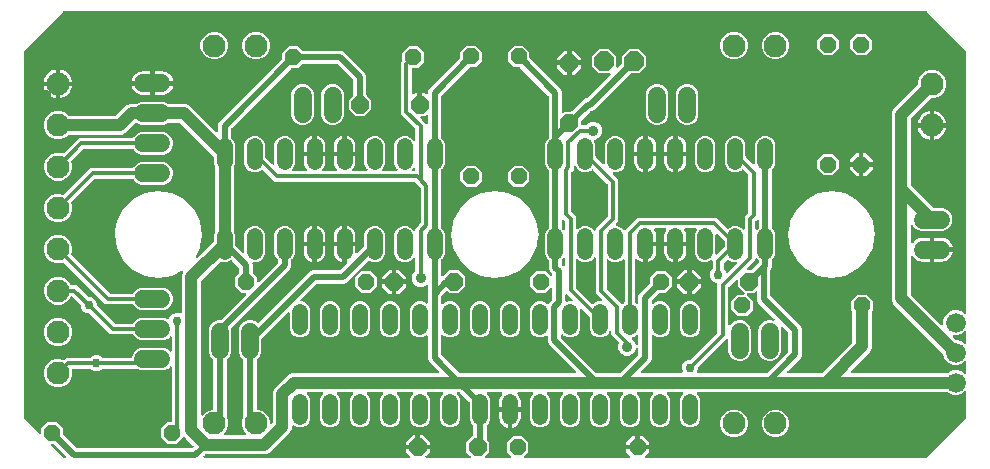
<source format=gbl>
G04 EAGLE Gerber RS-274X export*
G75*
%MOMM*%
%FSLAX34Y34*%
%LPD*%
%INBottom Copper*%
%IPPOS*%
%AMOC8*
5,1,8,0,0,1.08239X$1,22.5*%
G01*
%ADD10P,1.623585X8X112.500000*%
%ADD11P,1.623585X8X202.500000*%
%ADD12P,1.623585X8X22.500000*%
%ADD13C,1.320800*%
%ADD14C,1.950000*%
%ADD15P,1.814519X8X202.500000*%
%ADD16P,1.547818X8X112.500000*%
%ADD17C,1.676400*%
%ADD18P,1.547818X8X202.500000*%
%ADD19P,1.547818X8X292.500000*%
%ADD20P,1.547818X8X22.500000*%
%ADD21C,1.524000*%
%ADD22C,1.016000*%
%ADD23C,0.508000*%
%ADD24C,0.304800*%
%ADD25C,0.762000*%
%ADD26C,0.914400*%

G36*
X153801Y19064D02*
X153801Y19064D01*
X153897Y19069D01*
X153940Y19084D01*
X153985Y19091D01*
X154073Y19130D01*
X154163Y19162D01*
X154198Y19187D01*
X154242Y19207D01*
X154339Y19290D01*
X154412Y19343D01*
X154688Y19619D01*
X154727Y19671D01*
X154773Y19716D01*
X154811Y19783D01*
X154858Y19845D01*
X154880Y19905D01*
X154912Y19961D01*
X154930Y20036D01*
X154957Y20109D01*
X154962Y20173D01*
X154977Y20235D01*
X154973Y20313D01*
X154979Y20390D01*
X154966Y20453D01*
X154963Y20517D01*
X154937Y20590D01*
X154921Y20666D01*
X154891Y20723D01*
X154870Y20784D01*
X154829Y20840D01*
X154789Y20915D01*
X154730Y20976D01*
X154688Y21033D01*
X148536Y27185D01*
X147460Y28261D01*
X147409Y28299D01*
X147364Y28345D01*
X147297Y28384D01*
X147235Y28430D01*
X147174Y28453D01*
X147119Y28484D01*
X147043Y28502D01*
X146971Y28530D01*
X146907Y28534D01*
X146844Y28549D01*
X146767Y28545D01*
X146690Y28551D01*
X146627Y28538D01*
X146562Y28535D01*
X146489Y28509D01*
X146413Y28494D01*
X146357Y28464D01*
X146296Y28442D01*
X146239Y28401D01*
X146164Y28361D01*
X146104Y28302D01*
X146047Y28261D01*
X140604Y22817D01*
X132996Y22817D01*
X127617Y28196D01*
X127617Y35804D01*
X132996Y41183D01*
X135490Y41183D01*
X135554Y41192D01*
X135618Y41191D01*
X135693Y41212D01*
X135769Y41223D01*
X135828Y41249D01*
X135890Y41266D01*
X135956Y41307D01*
X136026Y41339D01*
X136075Y41381D01*
X136130Y41414D01*
X136182Y41472D01*
X136240Y41522D01*
X136276Y41576D01*
X136319Y41624D01*
X136352Y41693D01*
X136395Y41758D01*
X136414Y41820D01*
X136442Y41877D01*
X136453Y41947D01*
X136477Y42028D01*
X136478Y42113D01*
X136489Y42182D01*
X136489Y87406D01*
X136485Y87438D01*
X136487Y87470D01*
X136465Y87577D01*
X136449Y87685D01*
X136436Y87714D01*
X136430Y87746D01*
X136378Y87842D01*
X136333Y87942D01*
X136312Y87967D01*
X136297Y87995D01*
X136221Y88073D01*
X136150Y88156D01*
X136123Y88174D01*
X136100Y88197D01*
X136005Y88251D01*
X135914Y88311D01*
X135883Y88320D01*
X135855Y88336D01*
X135749Y88361D01*
X135644Y88393D01*
X135612Y88394D01*
X135581Y88401D01*
X135471Y88395D01*
X135362Y88397D01*
X135331Y88388D01*
X135299Y88387D01*
X135196Y88351D01*
X135090Y88322D01*
X135063Y88305D01*
X135032Y88294D01*
X134959Y88241D01*
X134850Y88174D01*
X134818Y88138D01*
X134783Y88112D01*
X133088Y86417D01*
X129540Y84947D01*
X110460Y84947D01*
X107071Y86351D01*
X107030Y86362D01*
X106993Y86380D01*
X106908Y86393D01*
X106797Y86421D01*
X106739Y86419D01*
X106688Y86427D01*
X78019Y86427D01*
X77924Y86414D01*
X77828Y86409D01*
X77785Y86394D01*
X77740Y86387D01*
X77652Y86348D01*
X77561Y86316D01*
X77527Y86291D01*
X77483Y86271D01*
X77385Y86188D01*
X77312Y86135D01*
X76363Y85185D01*
X73842Y84141D01*
X71114Y84141D01*
X68593Y85185D01*
X67644Y86135D01*
X67567Y86192D01*
X67495Y86257D01*
X67455Y86277D01*
X67418Y86304D01*
X67328Y86338D01*
X67242Y86380D01*
X67200Y86386D01*
X67154Y86403D01*
X67027Y86413D01*
X66937Y86427D01*
X52622Y86427D01*
X52505Y86411D01*
X52387Y86399D01*
X52366Y86391D01*
X52343Y86387D01*
X52235Y86339D01*
X52125Y86295D01*
X52107Y86281D01*
X52086Y86271D01*
X51996Y86194D01*
X51903Y86121D01*
X51889Y86103D01*
X51872Y86088D01*
X51807Y85988D01*
X51738Y85892D01*
X51730Y85871D01*
X51717Y85852D01*
X51683Y85738D01*
X51643Y85627D01*
X51642Y85604D01*
X51635Y85582D01*
X51633Y85464D01*
X51626Y85345D01*
X51632Y85324D01*
X51631Y85300D01*
X51681Y85121D01*
X51699Y85046D01*
X51783Y84844D01*
X51783Y80156D01*
X49989Y75826D01*
X46674Y72511D01*
X42344Y70717D01*
X37656Y70717D01*
X33326Y72511D01*
X30011Y75826D01*
X28217Y80156D01*
X28217Y84844D01*
X30011Y89174D01*
X33326Y92489D01*
X37656Y94283D01*
X42344Y94283D01*
X43829Y93668D01*
X43838Y93665D01*
X43846Y93661D01*
X43975Y93630D01*
X44102Y93598D01*
X44111Y93598D01*
X44120Y93596D01*
X44252Y93602D01*
X44384Y93607D01*
X44393Y93610D01*
X44402Y93610D01*
X44526Y93653D01*
X44652Y93694D01*
X44660Y93699D01*
X44669Y93703D01*
X44731Y93748D01*
X44885Y93853D01*
X44900Y93872D01*
X44918Y93884D01*
X46606Y95573D01*
X66937Y95573D01*
X67032Y95586D01*
X67128Y95591D01*
X67171Y95606D01*
X67216Y95613D01*
X67304Y95652D01*
X67395Y95684D01*
X67429Y95709D01*
X67473Y95729D01*
X67571Y95812D01*
X67644Y95865D01*
X68593Y96815D01*
X71114Y97859D01*
X73842Y97859D01*
X76363Y96815D01*
X77312Y95865D01*
X77389Y95808D01*
X77461Y95743D01*
X77501Y95723D01*
X77538Y95696D01*
X77628Y95662D01*
X77714Y95620D01*
X77756Y95614D01*
X77802Y95597D01*
X77929Y95587D01*
X78019Y95573D01*
X101728Y95573D01*
X101792Y95582D01*
X101856Y95581D01*
X101931Y95602D01*
X102007Y95613D01*
X102066Y95639D01*
X102128Y95656D01*
X102194Y95697D01*
X102264Y95729D01*
X102313Y95771D01*
X102368Y95804D01*
X102420Y95862D01*
X102478Y95912D01*
X102514Y95966D01*
X102557Y96014D01*
X102590Y96083D01*
X102633Y96148D01*
X102652Y96210D01*
X102680Y96267D01*
X102691Y96337D01*
X102715Y96418D01*
X102716Y96494D01*
X104197Y100068D01*
X106912Y102783D01*
X110460Y104253D01*
X129540Y104253D01*
X133088Y102783D01*
X134783Y101088D01*
X134809Y101068D01*
X134830Y101044D01*
X134922Y100984D01*
X135009Y100918D01*
X135039Y100907D01*
X135066Y100889D01*
X135171Y100857D01*
X135273Y100819D01*
X135305Y100816D01*
X135336Y100807D01*
X135445Y100805D01*
X135554Y100797D01*
X135586Y100804D01*
X135618Y100803D01*
X135723Y100832D01*
X135830Y100855D01*
X135859Y100870D01*
X135890Y100878D01*
X135983Y100936D01*
X136079Y100987D01*
X136102Y101010D01*
X136130Y101026D01*
X136203Y101108D01*
X136281Y101184D01*
X136297Y101212D01*
X136319Y101236D01*
X136366Y101334D01*
X136420Y101429D01*
X136428Y101461D01*
X136442Y101490D01*
X136456Y101579D01*
X136485Y101704D01*
X136483Y101752D01*
X136489Y101794D01*
X136489Y112806D01*
X136485Y112838D01*
X136487Y112870D01*
X136465Y112977D01*
X136449Y113085D01*
X136436Y113114D01*
X136430Y113146D01*
X136378Y113242D01*
X136333Y113342D01*
X136312Y113367D01*
X136297Y113395D01*
X136221Y113473D01*
X136150Y113556D01*
X136123Y113574D01*
X136100Y113597D01*
X136005Y113651D01*
X135914Y113711D01*
X135883Y113720D01*
X135855Y113736D01*
X135749Y113761D01*
X135644Y113793D01*
X135612Y113794D01*
X135581Y113801D01*
X135471Y113795D01*
X135362Y113797D01*
X135331Y113788D01*
X135299Y113787D01*
X135196Y113751D01*
X135090Y113722D01*
X135063Y113705D01*
X135032Y113694D01*
X134959Y113641D01*
X134850Y113574D01*
X134818Y113538D01*
X134783Y113512D01*
X133088Y111817D01*
X129540Y110347D01*
X110460Y110347D01*
X106912Y111817D01*
X104197Y114532D01*
X104082Y114810D01*
X104077Y114819D01*
X104074Y114828D01*
X104005Y114940D01*
X103938Y115053D01*
X103931Y115060D01*
X103926Y115068D01*
X103828Y115156D01*
X103732Y115246D01*
X103724Y115250D01*
X103717Y115257D01*
X103598Y115314D01*
X103481Y115374D01*
X103471Y115376D01*
X103463Y115380D01*
X103387Y115392D01*
X103204Y115426D01*
X103180Y115424D01*
X103158Y115427D01*
X84488Y115427D01*
X67067Y132849D01*
X66990Y132906D01*
X66918Y132971D01*
X66877Y132991D01*
X66841Y133018D01*
X66751Y133052D01*
X66665Y133094D01*
X66623Y133100D01*
X66577Y133117D01*
X66449Y133127D01*
X66360Y133141D01*
X65018Y133141D01*
X62497Y134185D01*
X60567Y136115D01*
X59523Y138636D01*
X59523Y139978D01*
X59510Y140073D01*
X59505Y140169D01*
X59490Y140212D01*
X59483Y140257D01*
X59444Y140345D01*
X59412Y140436D01*
X59387Y140470D01*
X59367Y140514D01*
X59284Y140611D01*
X59231Y140685D01*
X52281Y147635D01*
X52204Y147692D01*
X52132Y147757D01*
X52091Y147777D01*
X52055Y147804D01*
X51965Y147838D01*
X51879Y147880D01*
X51837Y147886D01*
X51791Y147903D01*
X51663Y147913D01*
X51574Y147927D01*
X51527Y147927D01*
X51518Y147926D01*
X51508Y147927D01*
X51378Y147906D01*
X51248Y147887D01*
X51239Y147884D01*
X51230Y147882D01*
X51110Y147825D01*
X50991Y147771D01*
X50984Y147765D01*
X50975Y147761D01*
X50877Y147673D01*
X50777Y147588D01*
X50771Y147580D01*
X50764Y147574D01*
X50724Y147508D01*
X50622Y147352D01*
X50615Y147329D01*
X50604Y147310D01*
X49989Y145826D01*
X46674Y142511D01*
X42344Y140717D01*
X37656Y140717D01*
X33326Y142511D01*
X30011Y145826D01*
X28217Y150156D01*
X28217Y154844D01*
X30011Y159174D01*
X33326Y162489D01*
X37656Y164283D01*
X42344Y164283D01*
X46674Y162489D01*
X49989Y159174D01*
X50604Y157690D01*
X50609Y157681D01*
X50611Y157672D01*
X50681Y157560D01*
X50748Y157447D01*
X50754Y157440D01*
X50759Y157432D01*
X50858Y157344D01*
X50953Y157254D01*
X50962Y157250D01*
X50969Y157243D01*
X51088Y157186D01*
X51205Y157126D01*
X51214Y157124D01*
X51223Y157120D01*
X51299Y157108D01*
X51482Y157074D01*
X51506Y157076D01*
X51527Y157073D01*
X55776Y157073D01*
X65697Y147151D01*
X65774Y147094D01*
X65846Y147029D01*
X65887Y147009D01*
X65923Y146982D01*
X66013Y146948D01*
X66099Y146906D01*
X66141Y146900D01*
X66187Y146883D01*
X66315Y146873D01*
X66404Y146859D01*
X67746Y146859D01*
X70267Y145815D01*
X72197Y143885D01*
X73241Y141364D01*
X73241Y140022D01*
X73254Y139927D01*
X73259Y139831D01*
X73274Y139788D01*
X73281Y139743D01*
X73320Y139655D01*
X73352Y139564D01*
X73377Y139530D01*
X73397Y139486D01*
X73480Y139389D01*
X73533Y139315D01*
X87983Y124865D01*
X88060Y124808D01*
X88132Y124743D01*
X88173Y124723D01*
X88209Y124696D01*
X88299Y124662D01*
X88385Y124620D01*
X88427Y124614D01*
X88473Y124597D01*
X88601Y124587D01*
X88690Y124573D01*
X103158Y124573D01*
X103168Y124574D01*
X103177Y124573D01*
X103307Y124594D01*
X103438Y124613D01*
X103446Y124616D01*
X103456Y124618D01*
X103575Y124675D01*
X103695Y124729D01*
X103702Y124735D01*
X103710Y124739D01*
X103809Y124827D01*
X103909Y124912D01*
X103914Y124920D01*
X103921Y124926D01*
X103961Y124992D01*
X104063Y125148D01*
X104070Y125171D01*
X104082Y125190D01*
X104197Y125468D01*
X106912Y128183D01*
X110460Y129653D01*
X129540Y129653D01*
X133041Y128203D01*
X133103Y128187D01*
X133162Y128161D01*
X133239Y128152D01*
X133314Y128133D01*
X133378Y128135D01*
X133442Y128127D01*
X133519Y128139D01*
X133596Y128142D01*
X133657Y128161D01*
X133721Y128172D01*
X133791Y128205D01*
X133864Y128229D01*
X133917Y128265D01*
X133975Y128293D01*
X134033Y128344D01*
X134097Y128388D01*
X134138Y128437D01*
X134186Y128480D01*
X134223Y128540D01*
X134277Y128606D01*
X134310Y128683D01*
X134347Y128743D01*
X135247Y130918D01*
X137177Y132848D01*
X139698Y133892D01*
X142426Y133892D01*
X143490Y133451D01*
X143605Y133422D01*
X143718Y133387D01*
X143741Y133387D01*
X143763Y133381D01*
X143881Y133385D01*
X144000Y133383D01*
X144022Y133390D01*
X144045Y133390D01*
X144157Y133427D01*
X144272Y133459D01*
X144291Y133471D01*
X144313Y133478D01*
X144411Y133544D01*
X144512Y133607D01*
X144527Y133624D01*
X144546Y133637D01*
X144621Y133728D01*
X144701Y133816D01*
X144711Y133837D01*
X144725Y133854D01*
X144772Y133963D01*
X144824Y134070D01*
X144827Y134091D01*
X144837Y134113D01*
X144859Y134298D01*
X144871Y134374D01*
X144871Y165417D01*
X145824Y167716D01*
X145841Y167786D01*
X145869Y167852D01*
X145876Y167922D01*
X145894Y167990D01*
X145892Y168061D01*
X145899Y168132D01*
X145887Y168201D01*
X145885Y168271D01*
X145863Y168339D01*
X145850Y168410D01*
X145819Y168473D01*
X145797Y168540D01*
X145757Y168599D01*
X145726Y168663D01*
X145678Y168715D01*
X145638Y168773D01*
X145583Y168818D01*
X145535Y168871D01*
X145475Y168907D01*
X145421Y168952D01*
X145355Y168980D01*
X145294Y169017D01*
X145226Y169036D01*
X145162Y169063D01*
X145091Y169072D01*
X145022Y169091D01*
X144951Y169089D01*
X144882Y169098D01*
X144811Y169086D01*
X144740Y169085D01*
X144679Y169065D01*
X144603Y169053D01*
X144519Y169013D01*
X144447Y168989D01*
X136407Y164893D01*
X125000Y163086D01*
X113593Y164893D01*
X103302Y170136D01*
X95136Y178302D01*
X89893Y188593D01*
X88086Y200000D01*
X88185Y200626D01*
X88502Y202625D01*
X89893Y211407D01*
X95136Y221698D01*
X103302Y229864D01*
X113593Y235107D01*
X125000Y236914D01*
X136407Y235107D01*
X146698Y229864D01*
X154864Y221698D01*
X160107Y211407D01*
X161914Y200000D01*
X160954Y193940D01*
X160954Y193939D01*
X160638Y191941D01*
X160321Y189943D01*
X160321Y189942D01*
X160107Y188593D01*
X156541Y181594D01*
X156501Y181475D01*
X156456Y181358D01*
X156455Y181342D01*
X156450Y181327D01*
X156444Y181202D01*
X156435Y181077D01*
X156438Y181061D01*
X156437Y181046D01*
X156467Y180923D01*
X156492Y180800D01*
X156499Y180787D01*
X156503Y180772D01*
X156565Y180663D01*
X156625Y180552D01*
X156636Y180540D01*
X156643Y180527D01*
X156734Y180439D01*
X156821Y180349D01*
X156835Y180342D01*
X156846Y180331D01*
X156958Y180272D01*
X157067Y180210D01*
X157082Y180207D01*
X157096Y180200D01*
X157218Y180175D01*
X157341Y180145D01*
X157357Y180146D01*
X157372Y180143D01*
X157497Y180153D01*
X157623Y180160D01*
X157638Y180165D01*
X157653Y180166D01*
X157770Y180211D01*
X157889Y180252D01*
X157901Y180261D01*
X157917Y180267D01*
X158111Y180414D01*
X158138Y180434D01*
X172171Y194466D01*
X172228Y194543D01*
X172293Y194615D01*
X172313Y194656D01*
X172340Y194692D01*
X172374Y194782D01*
X172416Y194868D01*
X172422Y194910D01*
X172439Y194956D01*
X172449Y195083D01*
X172463Y195173D01*
X172463Y200222D01*
X172895Y201265D01*
X172906Y201305D01*
X172924Y201343D01*
X172937Y201428D01*
X172965Y201538D01*
X172963Y201597D01*
X172971Y201647D01*
X172971Y258353D01*
X172965Y258394D01*
X172968Y258436D01*
X172948Y258520D01*
X172931Y258632D01*
X172907Y258686D01*
X172895Y258735D01*
X172463Y259778D01*
X172463Y264827D01*
X172450Y264922D01*
X172445Y265018D01*
X172430Y265061D01*
X172423Y265106D01*
X172384Y265194D01*
X172352Y265285D01*
X172327Y265319D01*
X172307Y265363D01*
X172224Y265461D01*
X172171Y265534D01*
X143426Y294279D01*
X143349Y294336D01*
X143277Y294401D01*
X143236Y294421D01*
X143200Y294448D01*
X143110Y294482D01*
X143024Y294524D01*
X142982Y294530D01*
X142936Y294547D01*
X142809Y294557D01*
X142719Y294571D01*
X133418Y294571D01*
X133377Y294565D01*
X133335Y294568D01*
X133251Y294548D01*
X133139Y294531D01*
X133085Y294507D01*
X133036Y294495D01*
X129540Y293047D01*
X110460Y293047D01*
X106964Y294495D01*
X106924Y294506D01*
X106886Y294524D01*
X106801Y294537D01*
X106691Y294565D01*
X106632Y294563D01*
X106582Y294571D01*
X106481Y294571D01*
X106386Y294558D01*
X106290Y294553D01*
X106247Y294538D01*
X106202Y294531D01*
X106114Y294492D01*
X106023Y294460D01*
X105989Y294435D01*
X105945Y294415D01*
X105847Y294332D01*
X105774Y294279D01*
X97105Y285609D01*
X94117Y284371D01*
X48948Y284371D01*
X48854Y284358D01*
X48757Y284353D01*
X48714Y284338D01*
X48669Y284331D01*
X48582Y284292D01*
X48491Y284260D01*
X48456Y284235D01*
X48412Y284215D01*
X48315Y284132D01*
X48242Y284079D01*
X46674Y282511D01*
X42344Y280717D01*
X37656Y280717D01*
X33326Y282511D01*
X30011Y285826D01*
X28217Y290156D01*
X28217Y294844D01*
X30011Y299174D01*
X33326Y302489D01*
X37656Y304283D01*
X42344Y304283D01*
X46674Y302489D01*
X48242Y300921D01*
X48319Y300864D01*
X48390Y300799D01*
X48431Y300779D01*
X48467Y300752D01*
X48558Y300718D01*
X48644Y300676D01*
X48686Y300670D01*
X48731Y300653D01*
X48859Y300643D01*
X48948Y300629D01*
X88719Y300629D01*
X88814Y300642D01*
X88910Y300647D01*
X88953Y300662D01*
X88998Y300669D01*
X89086Y300708D01*
X89177Y300740D01*
X89211Y300765D01*
X89255Y300785D01*
X89353Y300868D01*
X89426Y300921D01*
X98095Y309591D01*
X101083Y310829D01*
X106582Y310829D01*
X106623Y310835D01*
X106665Y310832D01*
X106749Y310852D01*
X106861Y310869D01*
X106915Y310893D01*
X106964Y310905D01*
X110460Y312353D01*
X129540Y312353D01*
X133036Y310905D01*
X133076Y310894D01*
X133114Y310876D01*
X133199Y310863D01*
X133309Y310835D01*
X133368Y310837D01*
X133418Y310829D01*
X148117Y310829D01*
X151105Y309591D01*
X153532Y307164D01*
X173805Y286890D01*
X173831Y286871D01*
X173852Y286846D01*
X173944Y286787D01*
X174031Y286721D01*
X174061Y286710D01*
X174088Y286692D01*
X174193Y286660D01*
X174295Y286622D01*
X174327Y286619D01*
X174358Y286610D01*
X174467Y286608D01*
X174576Y286600D01*
X174608Y286606D01*
X174640Y286606D01*
X174745Y286635D01*
X174852Y286657D01*
X174881Y286672D01*
X174912Y286681D01*
X175005Y286738D01*
X175101Y286790D01*
X175124Y286812D01*
X175152Y286829D01*
X175225Y286910D01*
X175303Y286987D01*
X175319Y287015D01*
X175341Y287039D01*
X175388Y287137D01*
X175442Y287232D01*
X175450Y287263D01*
X175464Y287292D01*
X175478Y287382D01*
X175507Y287506D01*
X175505Y287555D01*
X175511Y287597D01*
X175511Y293012D01*
X176362Y295066D01*
X229725Y348428D01*
X229782Y348505D01*
X229847Y348576D01*
X229867Y348617D01*
X229894Y348654D01*
X229928Y348744D01*
X229970Y348830D01*
X229976Y348872D01*
X229993Y348918D01*
X230003Y349045D01*
X230017Y349135D01*
X230017Y353804D01*
X235396Y359183D01*
X243004Y359183D01*
X246305Y355881D01*
X246382Y355824D01*
X246453Y355759D01*
X246494Y355739D01*
X246531Y355712D01*
X246621Y355678D01*
X246707Y355636D01*
X246749Y355630D01*
X246794Y355613D01*
X246922Y355603D01*
X247012Y355589D01*
X280112Y355589D01*
X282166Y354738D01*
X300338Y336566D01*
X301189Y334512D01*
X301189Y318306D01*
X301202Y318212D01*
X301207Y318115D01*
X301222Y318072D01*
X301229Y318027D01*
X301268Y317940D01*
X301300Y317849D01*
X301325Y317814D01*
X301345Y317770D01*
X301428Y317673D01*
X301481Y317600D01*
X305133Y313949D01*
X305133Y306051D01*
X299549Y300467D01*
X291651Y300467D01*
X286067Y306051D01*
X286067Y313949D01*
X289719Y317600D01*
X289776Y317677D01*
X289841Y317748D01*
X289861Y317789D01*
X289888Y317825D01*
X289922Y317915D01*
X289964Y318002D01*
X289970Y318044D01*
X289987Y318089D01*
X289997Y318217D01*
X290011Y318306D01*
X290011Y330671D01*
X289998Y330766D01*
X289993Y330862D01*
X289978Y330905D01*
X289971Y330950D01*
X289932Y331038D01*
X289900Y331129D01*
X289875Y331163D01*
X289855Y331207D01*
X289798Y331275D01*
X289768Y331322D01*
X289741Y331347D01*
X289719Y331378D01*
X276978Y344119D01*
X276901Y344176D01*
X276830Y344241D01*
X276789Y344261D01*
X276752Y344288D01*
X276662Y344322D01*
X276576Y344364D01*
X276534Y344370D01*
X276488Y344387D01*
X276361Y344397D01*
X276271Y344411D01*
X247012Y344411D01*
X246917Y344398D01*
X246820Y344393D01*
X246777Y344378D01*
X246732Y344371D01*
X246645Y344332D01*
X246554Y344300D01*
X246520Y344275D01*
X246475Y344255D01*
X246378Y344172D01*
X246305Y344119D01*
X243004Y340817D01*
X238335Y340817D01*
X238240Y340804D01*
X238144Y340799D01*
X238101Y340784D01*
X238056Y340777D01*
X237968Y340738D01*
X237877Y340706D01*
X237843Y340681D01*
X237799Y340661D01*
X237701Y340578D01*
X237628Y340525D01*
X186981Y289878D01*
X186924Y289801D01*
X186859Y289730D01*
X186839Y289689D01*
X186812Y289652D01*
X186778Y289562D01*
X186736Y289476D01*
X186730Y289434D01*
X186713Y289388D01*
X186703Y289261D01*
X186689Y289171D01*
X186689Y281743D01*
X186702Y281648D01*
X186707Y281552D01*
X186722Y281509D01*
X186729Y281464D01*
X186768Y281377D01*
X186800Y281286D01*
X186825Y281251D01*
X186845Y281207D01*
X186919Y281120D01*
X186944Y281080D01*
X186961Y281064D01*
X186981Y281037D01*
X188422Y279596D01*
X189737Y276422D01*
X189737Y259778D01*
X189305Y258735D01*
X189294Y258695D01*
X189276Y258657D01*
X189263Y258572D01*
X189235Y258462D01*
X189237Y258403D01*
X189229Y258353D01*
X189229Y201647D01*
X189235Y201606D01*
X189232Y201564D01*
X189252Y201481D01*
X189269Y201368D01*
X189293Y201314D01*
X189305Y201265D01*
X189737Y200222D01*
X189737Y191581D01*
X189750Y191486D01*
X189755Y191390D01*
X189770Y191347D01*
X189777Y191302D01*
X189816Y191214D01*
X189848Y191123D01*
X189873Y191089D01*
X189893Y191045D01*
X189976Y190947D01*
X190029Y190874D01*
X196157Y184746D01*
X196183Y184727D01*
X196204Y184702D01*
X196296Y184642D01*
X196383Y184577D01*
X196413Y184566D01*
X196440Y184548D01*
X196545Y184516D01*
X196647Y184477D01*
X196679Y184475D01*
X196710Y184465D01*
X196819Y184464D01*
X196928Y184456D01*
X196960Y184462D01*
X196992Y184462D01*
X197097Y184491D01*
X197204Y184513D01*
X197233Y184528D01*
X197264Y184537D01*
X197357Y184594D01*
X197453Y184646D01*
X197476Y184668D01*
X197504Y184685D01*
X197577Y184766D01*
X197655Y184842D01*
X197671Y184870D01*
X197693Y184894D01*
X197740Y184993D01*
X197794Y185088D01*
X197802Y185119D01*
X197816Y185148D01*
X197830Y185237D01*
X197859Y185362D01*
X197857Y185411D01*
X197863Y185453D01*
X197863Y200222D01*
X199178Y203396D01*
X201608Y205826D01*
X204782Y207141D01*
X208218Y207141D01*
X211392Y205826D01*
X213822Y203396D01*
X215137Y200222D01*
X215137Y183578D01*
X213822Y180404D01*
X211392Y177974D01*
X208218Y176659D01*
X205560Y176659D01*
X205443Y176643D01*
X205325Y176631D01*
X205304Y176623D01*
X205281Y176619D01*
X205173Y176571D01*
X205063Y176527D01*
X205045Y176513D01*
X205024Y176503D01*
X204934Y176426D01*
X204841Y176353D01*
X204827Y176335D01*
X204810Y176320D01*
X204745Y176220D01*
X204676Y176124D01*
X204668Y176103D01*
X204655Y176084D01*
X204621Y175970D01*
X204581Y175859D01*
X204580Y175836D01*
X204573Y175814D01*
X204571Y175696D01*
X204565Y175577D01*
X204570Y175556D01*
X204569Y175532D01*
X204619Y175353D01*
X204637Y175278D01*
X204789Y174912D01*
X204789Y167811D01*
X204802Y167717D01*
X204804Y167690D01*
X204803Y167677D01*
X204804Y167674D01*
X204807Y167620D01*
X204822Y167577D01*
X204829Y167532D01*
X204867Y167447D01*
X204879Y167405D01*
X204886Y167394D01*
X204900Y167354D01*
X204925Y167319D01*
X204945Y167275D01*
X204996Y167216D01*
X205027Y167165D01*
X205058Y167138D01*
X205081Y167105D01*
X208383Y163804D01*
X208383Y160699D01*
X208387Y160667D01*
X208385Y160635D01*
X208407Y160528D01*
X208423Y160420D01*
X208436Y160390D01*
X208442Y160359D01*
X208494Y160262D01*
X208539Y160163D01*
X208560Y160138D01*
X208575Y160110D01*
X208651Y160031D01*
X208722Y159948D01*
X208749Y159931D01*
X208772Y159908D01*
X208867Y159854D01*
X208958Y159794D01*
X208989Y159784D01*
X209017Y159769D01*
X209124Y159743D01*
X209228Y159711D01*
X209260Y159711D01*
X209291Y159704D01*
X209401Y159709D01*
X209510Y159708D01*
X209541Y159716D01*
X209573Y159718D01*
X209676Y159754D01*
X209782Y159783D01*
X209809Y159800D01*
X209840Y159810D01*
X209913Y159864D01*
X210022Y159931D01*
X210054Y159967D01*
X210089Y159992D01*
X226019Y175922D01*
X226076Y175999D01*
X226141Y176070D01*
X226160Y176111D01*
X226188Y176148D01*
X226222Y176238D01*
X226264Y176324D01*
X226270Y176366D01*
X226287Y176412D01*
X226297Y176539D01*
X226311Y176629D01*
X226311Y178257D01*
X226298Y178352D01*
X226293Y178448D01*
X226278Y178491D01*
X226271Y178536D01*
X226232Y178623D01*
X226200Y178714D01*
X226175Y178749D01*
X226155Y178793D01*
X226072Y178890D01*
X226019Y178963D01*
X224578Y180404D01*
X223263Y183578D01*
X223263Y200222D01*
X224578Y203396D01*
X227008Y205826D01*
X230182Y207141D01*
X233618Y207141D01*
X236792Y205826D01*
X239222Y203396D01*
X240537Y200222D01*
X240537Y183578D01*
X239222Y180404D01*
X237781Y178963D01*
X237724Y178886D01*
X237659Y178815D01*
X237639Y178774D01*
X237612Y178738D01*
X237578Y178648D01*
X237536Y178561D01*
X237530Y178519D01*
X237513Y178474D01*
X237503Y178346D01*
X237489Y178257D01*
X237489Y172788D01*
X236638Y170734D01*
X186983Y121079D01*
X186977Y121072D01*
X186970Y121066D01*
X186893Y120959D01*
X186814Y120854D01*
X186810Y120845D01*
X186805Y120837D01*
X186761Y120713D01*
X186714Y120590D01*
X186713Y120580D01*
X186710Y120571D01*
X186702Y120440D01*
X186692Y120309D01*
X186694Y120299D01*
X186694Y120290D01*
X186712Y120215D01*
X186750Y120032D01*
X186761Y120011D01*
X186766Y119990D01*
X186953Y119540D01*
X186953Y100460D01*
X185483Y96912D01*
X183181Y94610D01*
X183124Y94534D01*
X183059Y94462D01*
X183039Y94421D01*
X183012Y94385D01*
X182978Y94295D01*
X182936Y94208D01*
X182930Y94166D01*
X182913Y94121D01*
X182906Y94031D01*
X182901Y94015D01*
X182900Y93977D01*
X182889Y93904D01*
X182889Y45908D01*
X182895Y45867D01*
X182892Y45825D01*
X182902Y45785D01*
X182902Y45769D01*
X182916Y45717D01*
X182929Y45629D01*
X182953Y45575D01*
X182965Y45526D01*
X184283Y42344D01*
X184283Y37656D01*
X182489Y33326D01*
X181120Y31957D01*
X181101Y31931D01*
X181076Y31910D01*
X181016Y31818D01*
X180951Y31731D01*
X180939Y31701D01*
X180922Y31674D01*
X180890Y31569D01*
X180851Y31467D01*
X180849Y31435D01*
X180839Y31404D01*
X180838Y31295D01*
X180829Y31186D01*
X180836Y31154D01*
X180835Y31122D01*
X180865Y31017D01*
X180887Y30910D01*
X180902Y30881D01*
X180911Y30850D01*
X180968Y30757D01*
X181019Y30661D01*
X181042Y30638D01*
X181059Y30610D01*
X181140Y30537D01*
X181216Y30459D01*
X181244Y30443D01*
X181268Y30421D01*
X181366Y30374D01*
X181461Y30320D01*
X181493Y30312D01*
X181522Y30298D01*
X181611Y30284D01*
X181736Y30255D01*
X181784Y30257D01*
X181826Y30251D01*
X198174Y30251D01*
X198206Y30255D01*
X198238Y30253D01*
X198345Y30275D01*
X198453Y30291D01*
X198482Y30304D01*
X198514Y30310D01*
X198610Y30362D01*
X198710Y30407D01*
X198734Y30428D01*
X198763Y30443D01*
X198841Y30519D01*
X198924Y30590D01*
X198942Y30617D01*
X198965Y30640D01*
X199019Y30735D01*
X199078Y30826D01*
X199088Y30857D01*
X199104Y30885D01*
X199129Y30991D01*
X199161Y31096D01*
X199161Y31128D01*
X199169Y31159D01*
X199163Y31269D01*
X199165Y31378D01*
X199156Y31409D01*
X199154Y31441D01*
X199119Y31544D01*
X199089Y31650D01*
X199072Y31677D01*
X199062Y31708D01*
X199009Y31781D01*
X198941Y31890D01*
X198905Y31922D01*
X198880Y31957D01*
X197511Y33326D01*
X195717Y37656D01*
X195717Y42344D01*
X197035Y45526D01*
X197046Y45566D01*
X197064Y45603D01*
X197076Y45681D01*
X197095Y45742D01*
X197095Y45758D01*
X197105Y45799D01*
X197103Y45857D01*
X197111Y45908D01*
X197111Y93904D01*
X197103Y93964D01*
X197103Y93988D01*
X197097Y94010D01*
X197093Y94095D01*
X197078Y94138D01*
X197071Y94183D01*
X197032Y94270D01*
X197000Y94361D01*
X196975Y94396D01*
X196955Y94440D01*
X196872Y94537D01*
X196819Y94610D01*
X194517Y96912D01*
X193047Y100460D01*
X193047Y119540D01*
X194517Y123088D01*
X197232Y125803D01*
X200780Y127273D01*
X204620Y127273D01*
X208168Y125803D01*
X208677Y125294D01*
X208728Y125255D01*
X208773Y125209D01*
X208841Y125171D01*
X208903Y125125D01*
X208963Y125102D01*
X209019Y125070D01*
X209094Y125052D01*
X209167Y125025D01*
X209231Y125020D01*
X209293Y125005D01*
X209371Y125009D01*
X209448Y125003D01*
X209511Y125016D01*
X209575Y125020D01*
X209648Y125045D01*
X209724Y125061D01*
X209781Y125091D01*
X209841Y125112D01*
X209898Y125154D01*
X209973Y125193D01*
X210034Y125253D01*
X210090Y125294D01*
X251822Y167025D01*
X253534Y168738D01*
X255588Y169589D01*
X278271Y169589D01*
X278366Y169602D01*
X278462Y169607D01*
X278505Y169622D01*
X278550Y169629D01*
X278638Y169668D01*
X278729Y169700D01*
X278763Y169725D01*
X278807Y169745D01*
X278905Y169828D01*
X278978Y169881D01*
X284407Y175310D01*
X284464Y175387D01*
X284529Y175458D01*
X284548Y175499D01*
X284576Y175536D01*
X284610Y175626D01*
X284652Y175712D01*
X284658Y175754D01*
X284675Y175800D01*
X284685Y175927D01*
X284699Y176017D01*
X284699Y189901D01*
X291845Y189901D01*
X291845Y185161D01*
X291849Y185129D01*
X291847Y185097D01*
X291869Y184990D01*
X291885Y184882D01*
X291898Y184852D01*
X291904Y184821D01*
X291956Y184724D01*
X292001Y184625D01*
X292022Y184600D01*
X292037Y184572D01*
X292113Y184493D01*
X292184Y184410D01*
X292211Y184393D01*
X292234Y184370D01*
X292329Y184316D01*
X292420Y184256D01*
X292451Y184246D01*
X292479Y184231D01*
X292586Y184205D01*
X292690Y184173D01*
X292722Y184173D01*
X292753Y184166D01*
X292863Y184171D01*
X292972Y184170D01*
X293003Y184178D01*
X293035Y184180D01*
X293138Y184216D01*
X293244Y184245D01*
X293271Y184262D01*
X293302Y184272D01*
X293375Y184326D01*
X293484Y184393D01*
X293516Y184429D01*
X293551Y184454D01*
X299171Y190074D01*
X299204Y190119D01*
X299214Y190128D01*
X299233Y190157D01*
X299293Y190222D01*
X299313Y190263D01*
X299340Y190300D01*
X299357Y190346D01*
X299369Y190364D01*
X299382Y190407D01*
X299416Y190476D01*
X299422Y190518D01*
X299439Y190564D01*
X299443Y190605D01*
X299451Y190634D01*
X299452Y190711D01*
X299463Y190781D01*
X299463Y200222D01*
X300778Y203396D01*
X303208Y205826D01*
X306382Y207141D01*
X309818Y207141D01*
X312992Y205826D01*
X315422Y203396D01*
X316737Y200222D01*
X316737Y183578D01*
X315422Y180404D01*
X312992Y177974D01*
X309818Y176659D01*
X306382Y176659D01*
X303591Y177815D01*
X303582Y177818D01*
X303574Y177822D01*
X303445Y177853D01*
X303318Y177885D01*
X303309Y177885D01*
X303299Y177887D01*
X303167Y177880D01*
X303036Y177876D01*
X303027Y177873D01*
X303018Y177873D01*
X302893Y177830D01*
X302768Y177789D01*
X302760Y177783D01*
X302751Y177780D01*
X302689Y177735D01*
X302535Y177630D01*
X302520Y177611D01*
X302502Y177599D01*
X284166Y159262D01*
X282112Y158411D01*
X259429Y158411D01*
X259334Y158398D01*
X259238Y158393D01*
X259195Y158378D01*
X259150Y158371D01*
X259062Y158332D01*
X258971Y158300D01*
X258937Y158275D01*
X258893Y158255D01*
X258795Y158172D01*
X258722Y158119D01*
X245650Y145047D01*
X245631Y145021D01*
X245606Y145000D01*
X245546Y144908D01*
X245481Y144821D01*
X245470Y144791D01*
X245452Y144764D01*
X245420Y144659D01*
X245381Y144557D01*
X245379Y144525D01*
X245369Y144494D01*
X245368Y144385D01*
X245360Y144276D01*
X245366Y144244D01*
X245366Y144212D01*
X245395Y144107D01*
X245417Y144000D01*
X245432Y143971D01*
X245441Y143940D01*
X245498Y143847D01*
X245550Y143751D01*
X245572Y143728D01*
X245589Y143700D01*
X245670Y143627D01*
X245746Y143549D01*
X245774Y143533D01*
X245798Y143511D01*
X245897Y143464D01*
X245992Y143410D01*
X246023Y143402D01*
X246052Y143388D01*
X246141Y143374D01*
X246266Y143345D01*
X246315Y143347D01*
X246357Y143341D01*
X246618Y143341D01*
X249792Y142026D01*
X252222Y139596D01*
X253537Y136422D01*
X253537Y119778D01*
X252222Y116604D01*
X249792Y114174D01*
X246618Y112859D01*
X243182Y112859D01*
X240008Y114174D01*
X237578Y116604D01*
X236263Y119778D01*
X236263Y133247D01*
X236259Y133279D01*
X236261Y133311D01*
X236239Y133418D01*
X236223Y133526D01*
X236210Y133556D01*
X236204Y133587D01*
X236152Y133684D01*
X236107Y133783D01*
X236086Y133808D01*
X236071Y133836D01*
X235995Y133915D01*
X235924Y133998D01*
X235897Y134015D01*
X235874Y134038D01*
X235779Y134092D01*
X235688Y134152D01*
X235657Y134162D01*
X235629Y134177D01*
X235522Y134203D01*
X235418Y134235D01*
X235386Y134235D01*
X235355Y134242D01*
X235245Y134237D01*
X235136Y134238D01*
X235105Y134230D01*
X235073Y134228D01*
X234970Y134192D01*
X234864Y134163D01*
X234837Y134146D01*
X234806Y134136D01*
X234733Y134082D01*
X234624Y134015D01*
X234592Y133979D01*
X234557Y133954D01*
X212645Y112042D01*
X212588Y111965D01*
X212523Y111894D01*
X212503Y111853D01*
X212476Y111816D01*
X212442Y111726D01*
X212400Y111640D01*
X212394Y111598D01*
X212377Y111552D01*
X212367Y111425D01*
X212353Y111335D01*
X212353Y100460D01*
X210883Y96912D01*
X208581Y94610D01*
X208524Y94534D01*
X208459Y94462D01*
X208439Y94421D01*
X208412Y94385D01*
X208378Y94295D01*
X208336Y94208D01*
X208330Y94166D01*
X208313Y94121D01*
X208306Y94031D01*
X208301Y94015D01*
X208300Y93977D01*
X208289Y93904D01*
X208289Y52782D01*
X208298Y52718D01*
X208297Y52654D01*
X208318Y52579D01*
X208329Y52503D01*
X208355Y52444D01*
X208372Y52382D01*
X208413Y52316D01*
X208445Y52246D01*
X208487Y52197D01*
X208520Y52142D01*
X208578Y52090D01*
X208628Y52032D01*
X208682Y51996D01*
X208730Y51953D01*
X208799Y51920D01*
X208864Y51877D01*
X208926Y51858D01*
X208983Y51830D01*
X209053Y51819D01*
X209134Y51795D01*
X209219Y51794D01*
X209288Y51783D01*
X209844Y51783D01*
X214174Y49989D01*
X217489Y46674D01*
X219283Y42344D01*
X219283Y40408D01*
X219287Y40376D01*
X219285Y40343D01*
X219307Y40237D01*
X219323Y40128D01*
X219336Y40099D01*
X219342Y40067D01*
X219394Y39971D01*
X219439Y39871D01*
X219460Y39847D01*
X219475Y39818D01*
X219551Y39740D01*
X219622Y39657D01*
X219649Y39639D01*
X219672Y39616D01*
X219766Y39563D01*
X219858Y39503D01*
X219889Y39493D01*
X219917Y39477D01*
X220023Y39452D01*
X220128Y39420D01*
X220160Y39420D01*
X220191Y39412D01*
X220301Y39418D01*
X220410Y39417D01*
X220441Y39425D01*
X220473Y39427D01*
X220576Y39463D01*
X220682Y39492D01*
X220709Y39509D01*
X220740Y39519D01*
X220813Y39573D01*
X220922Y39640D01*
X220954Y39676D01*
X220989Y39701D01*
X221579Y40291D01*
X221636Y40368D01*
X221701Y40439D01*
X221721Y40480D01*
X221748Y40517D01*
X221782Y40607D01*
X221824Y40693D01*
X221830Y40735D01*
X221847Y40781D01*
X221857Y40908D01*
X221871Y40998D01*
X221871Y66217D01*
X223109Y69205D01*
X225536Y71632D01*
X232968Y79064D01*
X235395Y81491D01*
X238383Y82729D01*
X361555Y82729D01*
X361587Y82733D01*
X361619Y82731D01*
X361726Y82753D01*
X361834Y82769D01*
X361864Y82782D01*
X361895Y82788D01*
X361992Y82840D01*
X362091Y82885D01*
X362116Y82906D01*
X362144Y82921D01*
X362223Y82997D01*
X362306Y83068D01*
X362323Y83095D01*
X362346Y83118D01*
X362400Y83213D01*
X362460Y83304D01*
X362470Y83335D01*
X362485Y83363D01*
X362511Y83470D01*
X362543Y83574D01*
X362543Y83606D01*
X362550Y83637D01*
X362545Y83747D01*
X362546Y83856D01*
X362538Y83887D01*
X362536Y83919D01*
X362500Y84022D01*
X362471Y84128D01*
X362454Y84155D01*
X362444Y84186D01*
X362390Y84259D01*
X362323Y84368D01*
X362287Y84400D01*
X362262Y84435D01*
X355875Y90822D01*
X354162Y92534D01*
X353311Y94588D01*
X353311Y113681D01*
X353307Y113713D01*
X353309Y113745D01*
X353287Y113852D01*
X353271Y113960D01*
X353258Y113989D01*
X353252Y114021D01*
X353200Y114117D01*
X353155Y114217D01*
X353134Y114241D01*
X353119Y114270D01*
X353043Y114348D01*
X352972Y114431D01*
X352945Y114449D01*
X352922Y114472D01*
X352827Y114526D01*
X352736Y114586D01*
X352705Y114595D01*
X352677Y114611D01*
X352571Y114636D01*
X352466Y114668D01*
X352434Y114668D01*
X352402Y114676D01*
X352293Y114670D01*
X352184Y114672D01*
X352153Y114663D01*
X352121Y114661D01*
X352018Y114626D01*
X351912Y114597D01*
X351885Y114580D01*
X351854Y114569D01*
X351781Y114516D01*
X351672Y114448D01*
X351640Y114412D01*
X351605Y114387D01*
X351392Y114174D01*
X348218Y112859D01*
X344782Y112859D01*
X341608Y114174D01*
X339178Y116604D01*
X337863Y119778D01*
X337863Y136422D01*
X339178Y139596D01*
X341608Y142026D01*
X344782Y143341D01*
X348218Y143341D01*
X351392Y142026D01*
X351605Y141813D01*
X351631Y141793D01*
X351652Y141769D01*
X351744Y141709D01*
X351831Y141643D01*
X351861Y141632D01*
X351888Y141614D01*
X351993Y141582D01*
X352095Y141544D01*
X352127Y141541D01*
X352158Y141532D01*
X352267Y141531D01*
X352376Y141522D01*
X352408Y141529D01*
X352440Y141528D01*
X352545Y141557D01*
X352652Y141580D01*
X352681Y141595D01*
X352712Y141603D01*
X352805Y141661D01*
X352901Y141712D01*
X352924Y141735D01*
X352952Y141752D01*
X353025Y141833D01*
X353103Y141909D01*
X353119Y141937D01*
X353141Y141961D01*
X353188Y142059D01*
X353242Y142154D01*
X353250Y142186D01*
X353264Y142215D01*
X353278Y142304D01*
X353307Y142429D01*
X353305Y142477D01*
X353311Y142519D01*
X353311Y156122D01*
X353307Y156153D01*
X353309Y156186D01*
X353287Y156293D01*
X353271Y156401D01*
X353258Y156430D01*
X353252Y156462D01*
X353200Y156558D01*
X353155Y156658D01*
X353134Y156682D01*
X353119Y156711D01*
X353043Y156789D01*
X352972Y156872D01*
X352945Y156890D01*
X352922Y156913D01*
X352827Y156967D01*
X352736Y157026D01*
X352705Y157036D01*
X352677Y157052D01*
X352571Y157077D01*
X352466Y157109D01*
X352434Y157109D01*
X352402Y157117D01*
X352293Y157111D01*
X352184Y157113D01*
X352153Y157104D01*
X352121Y157102D01*
X352018Y157067D01*
X351912Y157037D01*
X351885Y157020D01*
X351854Y157010D01*
X351781Y156956D01*
X351672Y156889D01*
X351640Y156853D01*
X351605Y156828D01*
X351317Y156539D01*
X348516Y155379D01*
X345484Y155379D01*
X342683Y156539D01*
X340539Y158683D01*
X339379Y161484D01*
X339379Y164516D01*
X340539Y167317D01*
X342135Y168912D01*
X342192Y168989D01*
X342257Y169060D01*
X342277Y169101D01*
X342304Y169138D01*
X342338Y169228D01*
X342380Y169314D01*
X342386Y169356D01*
X342403Y169401D01*
X342413Y169529D01*
X342427Y169619D01*
X342427Y179597D01*
X342423Y179629D01*
X342425Y179661D01*
X342403Y179768D01*
X342387Y179876D01*
X342374Y179905D01*
X342368Y179937D01*
X342316Y180033D01*
X342271Y180133D01*
X342250Y180157D01*
X342235Y180186D01*
X342159Y180264D01*
X342088Y180347D01*
X342061Y180365D01*
X342038Y180388D01*
X341943Y180442D01*
X341852Y180502D01*
X341821Y180511D01*
X341793Y180527D01*
X341687Y180552D01*
X341582Y180584D01*
X341550Y180584D01*
X341519Y180592D01*
X341409Y180586D01*
X341300Y180588D01*
X341269Y180579D01*
X341237Y180577D01*
X341134Y180542D01*
X341028Y180513D01*
X341001Y180496D01*
X340970Y180485D01*
X340897Y180432D01*
X340788Y180364D01*
X340756Y180328D01*
X340721Y180303D01*
X338392Y177974D01*
X335218Y176659D01*
X331782Y176659D01*
X328608Y177974D01*
X326178Y180404D01*
X324863Y183578D01*
X324863Y200222D01*
X326178Y203396D01*
X328608Y205826D01*
X331782Y207141D01*
X335218Y207141D01*
X338392Y205826D01*
X340721Y203497D01*
X340747Y203477D01*
X340768Y203453D01*
X340860Y203393D01*
X340947Y203327D01*
X340977Y203316D01*
X341004Y203298D01*
X341109Y203266D01*
X341211Y203228D01*
X341243Y203225D01*
X341274Y203216D01*
X341383Y203215D01*
X341492Y203206D01*
X341524Y203213D01*
X341556Y203212D01*
X341661Y203241D01*
X341768Y203264D01*
X341797Y203279D01*
X341828Y203287D01*
X341921Y203345D01*
X342017Y203396D01*
X342040Y203419D01*
X342068Y203436D01*
X342141Y203517D01*
X342219Y203593D01*
X342235Y203621D01*
X342257Y203645D01*
X342304Y203743D01*
X342358Y203838D01*
X342366Y203870D01*
X342380Y203899D01*
X342394Y203988D01*
X342423Y204113D01*
X342421Y204161D01*
X342427Y204203D01*
X342427Y204894D01*
X345398Y207865D01*
X345399Y207865D01*
X346923Y209389D01*
X346980Y209466D01*
X347045Y209538D01*
X347065Y209579D01*
X347092Y209615D01*
X347126Y209705D01*
X347168Y209791D01*
X347174Y209833D01*
X347191Y209879D01*
X347201Y210006D01*
X347215Y210096D01*
X347215Y238836D01*
X347202Y238931D01*
X347197Y239027D01*
X347182Y239070D01*
X347175Y239115D01*
X347136Y239202D01*
X347104Y239293D01*
X347079Y239328D01*
X347059Y239372D01*
X346976Y239469D01*
X346923Y239542D01*
X345399Y241066D01*
X345398Y241066D01*
X342186Y244279D01*
X342109Y244336D01*
X342038Y244401D01*
X341997Y244421D01*
X341961Y244448D01*
X341871Y244482D01*
X341784Y244524D01*
X341742Y244530D01*
X341697Y244547D01*
X341569Y244557D01*
X341480Y244571D01*
X223562Y244571D01*
X220591Y247542D01*
X220591Y247543D01*
X213382Y254751D01*
X213331Y254789D01*
X213286Y254836D01*
X213219Y254874D01*
X213157Y254920D01*
X213096Y254943D01*
X213041Y254975D01*
X212965Y254992D01*
X212893Y255020D01*
X212829Y255025D01*
X212766Y255040D01*
X212689Y255036D01*
X212612Y255042D01*
X212549Y255028D01*
X212485Y255025D01*
X212411Y255000D01*
X212336Y254984D01*
X212279Y254954D01*
X212218Y254933D01*
X212161Y254891D01*
X212087Y254851D01*
X212026Y254792D01*
X211969Y254751D01*
X211392Y254174D01*
X208218Y252859D01*
X204782Y252859D01*
X201608Y254174D01*
X199178Y256604D01*
X197863Y259778D01*
X197863Y276422D01*
X199178Y279596D01*
X201608Y282026D01*
X204782Y283341D01*
X208218Y283341D01*
X211392Y282026D01*
X213822Y279596D01*
X215137Y276422D01*
X215137Y266344D01*
X215150Y266249D01*
X215155Y266153D01*
X215170Y266110D01*
X215177Y266065D01*
X215216Y265977D01*
X215248Y265886D01*
X215273Y265852D01*
X215293Y265808D01*
X215376Y265710D01*
X215429Y265637D01*
X221557Y259509D01*
X221583Y259490D01*
X221604Y259466D01*
X221696Y259406D01*
X221783Y259340D01*
X221813Y259329D01*
X221840Y259311D01*
X221945Y259279D01*
X222047Y259241D01*
X222079Y259238D01*
X222110Y259229D01*
X222219Y259227D01*
X222328Y259219D01*
X222360Y259225D01*
X222392Y259225D01*
X222497Y259254D01*
X222604Y259276D01*
X222633Y259291D01*
X222664Y259300D01*
X222757Y259358D01*
X222853Y259409D01*
X222876Y259431D01*
X222904Y259448D01*
X222977Y259529D01*
X223055Y259606D01*
X223071Y259634D01*
X223093Y259658D01*
X223140Y259756D01*
X223194Y259851D01*
X223202Y259882D01*
X223216Y259911D01*
X223230Y260001D01*
X223259Y260125D01*
X223257Y260174D01*
X223263Y260216D01*
X223263Y276422D01*
X224578Y279596D01*
X227008Y282026D01*
X230182Y283341D01*
X233618Y283341D01*
X236792Y282026D01*
X239222Y279596D01*
X240537Y276422D01*
X240537Y259778D01*
X239222Y256604D01*
X238041Y255423D01*
X238029Y255406D01*
X238021Y255400D01*
X238016Y255392D01*
X237997Y255376D01*
X237937Y255284D01*
X237871Y255197D01*
X237860Y255167D01*
X237842Y255140D01*
X237810Y255035D01*
X237772Y254933D01*
X237769Y254901D01*
X237760Y254870D01*
X237759Y254761D01*
X237750Y254652D01*
X237757Y254620D01*
X237756Y254588D01*
X237785Y254483D01*
X237808Y254376D01*
X237823Y254347D01*
X237831Y254316D01*
X237889Y254223D01*
X237940Y254127D01*
X237963Y254104D01*
X237980Y254076D01*
X238061Y254003D01*
X238137Y253925D01*
X238165Y253909D01*
X238189Y253887D01*
X238287Y253840D01*
X238382Y253786D01*
X238414Y253778D01*
X238443Y253764D01*
X238532Y253750D01*
X238657Y253721D01*
X238705Y253723D01*
X238747Y253717D01*
X249734Y253717D01*
X249766Y253721D01*
X249798Y253719D01*
X249905Y253741D01*
X250013Y253757D01*
X250043Y253770D01*
X250074Y253776D01*
X250171Y253828D01*
X250270Y253873D01*
X250295Y253894D01*
X250323Y253909D01*
X250402Y253985D01*
X250485Y254056D01*
X250502Y254083D01*
X250525Y254106D01*
X250579Y254201D01*
X250639Y254292D01*
X250649Y254323D01*
X250664Y254351D01*
X250690Y254457D01*
X250722Y254562D01*
X250722Y254594D01*
X250729Y254626D01*
X250724Y254735D01*
X250725Y254844D01*
X250717Y254875D01*
X250715Y254907D01*
X250679Y255010D01*
X250650Y255116D01*
X250633Y255143D01*
X250623Y255174D01*
X250569Y255247D01*
X250502Y255356D01*
X250481Y255374D01*
X250478Y255379D01*
X250461Y255395D01*
X250441Y255423D01*
X250197Y255667D01*
X249196Y257164D01*
X248507Y258829D01*
X248155Y260595D01*
X248155Y266101D01*
X256300Y266101D01*
X256363Y266110D01*
X256428Y266109D01*
X256502Y266130D01*
X256579Y266141D01*
X256638Y266167D01*
X256700Y266184D01*
X256766Y266225D01*
X256836Y266257D01*
X256885Y266299D01*
X256940Y266332D01*
X256991Y266390D01*
X257050Y266440D01*
X257086Y266494D01*
X257129Y266542D01*
X257162Y266611D01*
X257205Y266676D01*
X257224Y266738D01*
X257252Y266795D01*
X257262Y266865D01*
X257287Y266946D01*
X257288Y267031D01*
X257299Y267100D01*
X257299Y268101D01*
X257301Y268101D01*
X257301Y267100D01*
X257310Y267036D01*
X257309Y266972D01*
X257330Y266897D01*
X257341Y266821D01*
X257367Y266762D01*
X257384Y266700D01*
X257425Y266634D01*
X257457Y266564D01*
X257499Y266515D01*
X257532Y266460D01*
X257590Y266408D01*
X257640Y266350D01*
X257694Y266314D01*
X257742Y266271D01*
X257811Y266238D01*
X257876Y266195D01*
X257938Y266176D01*
X257996Y266148D01*
X258065Y266137D01*
X258146Y266113D01*
X258231Y266112D01*
X258300Y266101D01*
X266445Y266101D01*
X266445Y260595D01*
X266093Y258829D01*
X265404Y257164D01*
X264403Y255667D01*
X264159Y255423D01*
X264147Y255406D01*
X264139Y255400D01*
X264134Y255392D01*
X264115Y255376D01*
X264055Y255284D01*
X263990Y255197D01*
X263979Y255167D01*
X263961Y255140D01*
X263929Y255035D01*
X263890Y254933D01*
X263888Y254901D01*
X263878Y254870D01*
X263877Y254761D01*
X263869Y254652D01*
X263875Y254620D01*
X263875Y254588D01*
X263904Y254483D01*
X263926Y254376D01*
X263941Y254347D01*
X263950Y254316D01*
X264007Y254223D01*
X264059Y254127D01*
X264081Y254104D01*
X264098Y254076D01*
X264179Y254003D01*
X264255Y253925D01*
X264283Y253909D01*
X264307Y253887D01*
X264406Y253840D01*
X264501Y253786D01*
X264532Y253778D01*
X264561Y253764D01*
X264651Y253750D01*
X264775Y253721D01*
X264824Y253723D01*
X264866Y253717D01*
X275134Y253717D01*
X275166Y253721D01*
X275198Y253719D01*
X275305Y253741D01*
X275413Y253757D01*
X275443Y253770D01*
X275474Y253776D01*
X275571Y253828D01*
X275670Y253873D01*
X275695Y253894D01*
X275723Y253909D01*
X275802Y253985D01*
X275885Y254056D01*
X275902Y254083D01*
X275925Y254106D01*
X275979Y254201D01*
X276039Y254292D01*
X276049Y254323D01*
X276064Y254351D01*
X276090Y254457D01*
X276122Y254562D01*
X276122Y254594D01*
X276129Y254626D01*
X276124Y254735D01*
X276125Y254844D01*
X276117Y254875D01*
X276115Y254907D01*
X276079Y255010D01*
X276050Y255116D01*
X276033Y255143D01*
X276023Y255174D01*
X275969Y255247D01*
X275902Y255356D01*
X275881Y255374D01*
X275878Y255379D01*
X275861Y255395D01*
X275841Y255423D01*
X275597Y255667D01*
X274596Y257164D01*
X273907Y258829D01*
X273555Y260595D01*
X273555Y266101D01*
X281700Y266101D01*
X281763Y266110D01*
X281828Y266109D01*
X281902Y266130D01*
X281979Y266141D01*
X282038Y266167D01*
X282100Y266184D01*
X282166Y266225D01*
X282236Y266257D01*
X282285Y266299D01*
X282340Y266332D01*
X282391Y266390D01*
X282450Y266440D01*
X282486Y266494D01*
X282529Y266542D01*
X282562Y266611D01*
X282605Y266676D01*
X282624Y266738D01*
X282652Y266795D01*
X282662Y266865D01*
X282687Y266946D01*
X282688Y267031D01*
X282699Y267100D01*
X282699Y268101D01*
X282701Y268101D01*
X282701Y267100D01*
X282710Y267036D01*
X282709Y266972D01*
X282730Y266897D01*
X282741Y266821D01*
X282767Y266762D01*
X282784Y266700D01*
X282825Y266634D01*
X282857Y266564D01*
X282899Y266515D01*
X282932Y266460D01*
X282990Y266408D01*
X283040Y266350D01*
X283094Y266314D01*
X283142Y266271D01*
X283211Y266238D01*
X283276Y266195D01*
X283338Y266176D01*
X283396Y266148D01*
X283465Y266137D01*
X283546Y266113D01*
X283631Y266112D01*
X283700Y266101D01*
X291845Y266101D01*
X291845Y260595D01*
X291493Y258829D01*
X290804Y257164D01*
X289803Y255667D01*
X289559Y255423D01*
X289547Y255406D01*
X289539Y255400D01*
X289534Y255392D01*
X289515Y255376D01*
X289455Y255284D01*
X289390Y255197D01*
X289379Y255167D01*
X289361Y255140D01*
X289329Y255035D01*
X289290Y254933D01*
X289288Y254901D01*
X289278Y254870D01*
X289277Y254761D01*
X289269Y254652D01*
X289275Y254620D01*
X289275Y254588D01*
X289304Y254483D01*
X289326Y254376D01*
X289341Y254347D01*
X289350Y254316D01*
X289407Y254223D01*
X289459Y254127D01*
X289481Y254104D01*
X289498Y254076D01*
X289579Y254003D01*
X289655Y253925D01*
X289683Y253909D01*
X289707Y253887D01*
X289806Y253840D01*
X289901Y253786D01*
X289932Y253778D01*
X289961Y253764D01*
X290051Y253750D01*
X290175Y253721D01*
X290224Y253723D01*
X290266Y253717D01*
X301253Y253717D01*
X301285Y253721D01*
X301317Y253719D01*
X301424Y253741D01*
X301532Y253757D01*
X301561Y253770D01*
X301593Y253776D01*
X301689Y253828D01*
X301789Y253873D01*
X301813Y253894D01*
X301842Y253909D01*
X301920Y253985D01*
X302003Y254056D01*
X302021Y254083D01*
X302044Y254106D01*
X302098Y254201D01*
X302158Y254292D01*
X302167Y254323D01*
X302183Y254351D01*
X302208Y254457D01*
X302240Y254562D01*
X302240Y254594D01*
X302248Y254625D01*
X302242Y254735D01*
X302244Y254844D01*
X302235Y254875D01*
X302233Y254907D01*
X302198Y255010D01*
X302169Y255116D01*
X302152Y255143D01*
X302141Y255174D01*
X302088Y255247D01*
X302020Y255356D01*
X302000Y255374D01*
X301997Y255379D01*
X301980Y255395D01*
X301959Y255423D01*
X300778Y256604D01*
X299463Y259778D01*
X299463Y276422D01*
X300778Y279596D01*
X303208Y282026D01*
X306382Y283341D01*
X309818Y283341D01*
X312992Y282026D01*
X315422Y279596D01*
X316737Y276422D01*
X316737Y259778D01*
X315422Y256604D01*
X314241Y255423D01*
X314229Y255406D01*
X314221Y255400D01*
X314216Y255392D01*
X314197Y255376D01*
X314137Y255284D01*
X314071Y255197D01*
X314060Y255167D01*
X314042Y255140D01*
X314010Y255035D01*
X313972Y254933D01*
X313969Y254901D01*
X313960Y254870D01*
X313959Y254761D01*
X313950Y254652D01*
X313957Y254620D01*
X313956Y254588D01*
X313985Y254483D01*
X314008Y254376D01*
X314023Y254347D01*
X314031Y254316D01*
X314089Y254223D01*
X314140Y254127D01*
X314163Y254104D01*
X314180Y254076D01*
X314261Y254003D01*
X314337Y253925D01*
X314365Y253909D01*
X314389Y253887D01*
X314487Y253840D01*
X314582Y253786D01*
X314614Y253778D01*
X314643Y253764D01*
X314732Y253750D01*
X314857Y253721D01*
X314905Y253723D01*
X314947Y253717D01*
X326653Y253717D01*
X326685Y253721D01*
X326717Y253719D01*
X326824Y253741D01*
X326932Y253757D01*
X326961Y253770D01*
X326993Y253776D01*
X327089Y253828D01*
X327189Y253873D01*
X327213Y253894D01*
X327242Y253909D01*
X327320Y253985D01*
X327403Y254056D01*
X327421Y254083D01*
X327444Y254106D01*
X327498Y254201D01*
X327558Y254292D01*
X327567Y254323D01*
X327583Y254351D01*
X327608Y254457D01*
X327640Y254562D01*
X327640Y254594D01*
X327648Y254625D01*
X327642Y254735D01*
X327644Y254844D01*
X327635Y254875D01*
X327633Y254907D01*
X327598Y255010D01*
X327569Y255116D01*
X327552Y255143D01*
X327541Y255174D01*
X327488Y255247D01*
X327420Y255356D01*
X327400Y255374D01*
X327397Y255379D01*
X327380Y255395D01*
X327359Y255423D01*
X326178Y256604D01*
X324863Y259778D01*
X324863Y276422D01*
X326178Y279596D01*
X328608Y282026D01*
X331782Y283341D01*
X335218Y283341D01*
X338392Y282026D01*
X340721Y279697D01*
X340747Y279677D01*
X340768Y279653D01*
X340860Y279593D01*
X340947Y279527D01*
X340977Y279516D01*
X341004Y279498D01*
X341109Y279466D01*
X341211Y279428D01*
X341243Y279425D01*
X341274Y279416D01*
X341383Y279415D01*
X341492Y279406D01*
X341524Y279413D01*
X341556Y279412D01*
X341661Y279441D01*
X341768Y279464D01*
X341797Y279479D01*
X341828Y279487D01*
X341921Y279545D01*
X342017Y279596D01*
X342040Y279619D01*
X342068Y279636D01*
X342141Y279717D01*
X342219Y279793D01*
X342235Y279821D01*
X342257Y279845D01*
X342304Y279943D01*
X342358Y280038D01*
X342366Y280070D01*
X342380Y280099D01*
X342394Y280188D01*
X342423Y280313D01*
X342421Y280361D01*
X342427Y280403D01*
X342427Y289692D01*
X342414Y289787D01*
X342409Y289883D01*
X342394Y289926D01*
X342387Y289971D01*
X342348Y290059D01*
X342316Y290150D01*
X342291Y290184D01*
X342271Y290228D01*
X342200Y290312D01*
X342174Y290353D01*
X342155Y290370D01*
X342135Y290399D01*
X333399Y299135D01*
X330427Y302106D01*
X330427Y346094D01*
X331325Y346991D01*
X331335Y347006D01*
X331340Y347010D01*
X331353Y347029D01*
X331382Y347068D01*
X331447Y347140D01*
X331467Y347181D01*
X331494Y347217D01*
X331528Y347307D01*
X331570Y347393D01*
X331576Y347435D01*
X331593Y347481D01*
X331603Y347608D01*
X331617Y347698D01*
X331617Y353804D01*
X336996Y359183D01*
X344604Y359183D01*
X349983Y353804D01*
X349983Y346196D01*
X344604Y340817D01*
X340572Y340817D01*
X340508Y340808D01*
X340444Y340809D01*
X340369Y340788D01*
X340293Y340777D01*
X340234Y340751D01*
X340172Y340734D01*
X340106Y340693D01*
X340036Y340661D01*
X339987Y340619D01*
X339932Y340586D01*
X339880Y340528D01*
X339822Y340478D01*
X339786Y340424D01*
X339743Y340376D01*
X339710Y340307D01*
X339667Y340242D01*
X339648Y340180D01*
X339620Y340123D01*
X339609Y340053D01*
X339585Y339972D01*
X339584Y339887D01*
X339573Y339818D01*
X339573Y319785D01*
X339577Y319753D01*
X339575Y319721D01*
X339597Y319614D01*
X339613Y319506D01*
X339626Y319476D01*
X339632Y319445D01*
X339684Y319348D01*
X339729Y319249D01*
X339750Y319224D01*
X339765Y319196D01*
X339841Y319118D01*
X339912Y319034D01*
X339939Y319017D01*
X339962Y318994D01*
X340057Y318940D01*
X340148Y318880D01*
X340179Y318870D01*
X340207Y318855D01*
X340313Y318829D01*
X340418Y318798D01*
X340450Y318797D01*
X340481Y318790D01*
X340591Y318795D01*
X340700Y318794D01*
X340731Y318802D01*
X340763Y318804D01*
X340866Y318840D01*
X340972Y318869D01*
X340999Y318886D01*
X341030Y318897D01*
X341103Y318950D01*
X341212Y319017D01*
X341244Y319053D01*
X341279Y319078D01*
X342241Y320041D01*
X344401Y320041D01*
X344401Y311000D01*
X344410Y310937D01*
X344409Y310872D01*
X344430Y310798D01*
X344441Y310721D01*
X344467Y310662D01*
X344484Y310600D01*
X344525Y310534D01*
X344557Y310464D01*
X344599Y310415D01*
X344632Y310360D01*
X344690Y310309D01*
X344740Y310250D01*
X344794Y310214D01*
X344842Y310171D01*
X344911Y310138D01*
X344976Y310095D01*
X345038Y310076D01*
X345095Y310048D01*
X345165Y310038D01*
X345246Y310013D01*
X345331Y310012D01*
X345400Y310001D01*
X347400Y310001D01*
X347464Y310010D01*
X347528Y310009D01*
X347603Y310030D01*
X347679Y310041D01*
X347738Y310067D01*
X347800Y310084D01*
X347866Y310125D01*
X347936Y310157D01*
X347985Y310199D01*
X348040Y310232D01*
X348092Y310290D01*
X348150Y310340D01*
X348186Y310394D01*
X348229Y310442D01*
X348262Y310511D01*
X348305Y310576D01*
X348324Y310638D01*
X348352Y310696D01*
X348362Y310765D01*
X348387Y310846D01*
X348388Y310931D01*
X348399Y311000D01*
X348399Y320041D01*
X350559Y320041D01*
X351605Y318994D01*
X351631Y318975D01*
X351652Y318950D01*
X351744Y318890D01*
X351831Y318825D01*
X351861Y318814D01*
X351888Y318796D01*
X351993Y318764D01*
X352095Y318725D01*
X352127Y318723D01*
X352158Y318714D01*
X352267Y318712D01*
X352376Y318704D01*
X352408Y318710D01*
X352440Y318710D01*
X352545Y318739D01*
X352652Y318761D01*
X352681Y318776D01*
X352712Y318785D01*
X352805Y318842D01*
X352901Y318894D01*
X352924Y318916D01*
X352952Y318933D01*
X353025Y319014D01*
X353103Y319090D01*
X353119Y319119D01*
X353141Y319142D01*
X353188Y319241D01*
X353242Y319336D01*
X353250Y319367D01*
X353264Y319396D01*
X353278Y319486D01*
X353307Y319610D01*
X353305Y319659D01*
X353311Y319701D01*
X353311Y320812D01*
X354162Y322866D01*
X355875Y324578D01*
X380525Y349228D01*
X380582Y349305D01*
X380647Y349376D01*
X380667Y349417D01*
X380694Y349454D01*
X380728Y349544D01*
X380770Y349630D01*
X380776Y349672D01*
X380793Y349718D01*
X380803Y349845D01*
X380817Y349935D01*
X380817Y354604D01*
X386196Y359983D01*
X393804Y359983D01*
X399183Y354604D01*
X399183Y346996D01*
X393804Y341617D01*
X389135Y341617D01*
X389040Y341604D01*
X388944Y341599D01*
X388901Y341584D01*
X388856Y341577D01*
X388768Y341538D01*
X388677Y341506D01*
X388643Y341481D01*
X388599Y341461D01*
X388501Y341378D01*
X388428Y341325D01*
X364781Y317678D01*
X364724Y317601D01*
X364659Y317530D01*
X364639Y317489D01*
X364612Y317452D01*
X364578Y317362D01*
X364536Y317276D01*
X364530Y317234D01*
X364513Y317188D01*
X364503Y317061D01*
X364489Y316971D01*
X364489Y281743D01*
X364502Y281648D01*
X364507Y281552D01*
X364522Y281509D01*
X364529Y281464D01*
X364568Y281377D01*
X364600Y281286D01*
X364625Y281251D01*
X364645Y281207D01*
X364719Y281120D01*
X364744Y281080D01*
X364761Y281064D01*
X364781Y281037D01*
X366222Y279596D01*
X367537Y276422D01*
X367537Y259778D01*
X366222Y256604D01*
X364781Y255163D01*
X364724Y255086D01*
X364659Y255015D01*
X364639Y254974D01*
X364612Y254938D01*
X364578Y254848D01*
X364536Y254761D01*
X364530Y254719D01*
X364513Y254674D01*
X364503Y254546D01*
X364489Y254457D01*
X364489Y205543D01*
X364502Y205448D01*
X364507Y205352D01*
X364522Y205309D01*
X364529Y205264D01*
X364568Y205177D01*
X364600Y205086D01*
X364625Y205051D01*
X364645Y205007D01*
X364728Y204910D01*
X364781Y204837D01*
X366222Y203396D01*
X367537Y200222D01*
X367537Y183578D01*
X366222Y180404D01*
X364781Y178963D01*
X364724Y178886D01*
X364659Y178815D01*
X364639Y178774D01*
X364612Y178738D01*
X364578Y178648D01*
X364536Y178561D01*
X364530Y178519D01*
X364513Y178474D01*
X364503Y178346D01*
X364489Y178257D01*
X364489Y165717D01*
X364505Y165600D01*
X364517Y165482D01*
X364525Y165461D01*
X364529Y165438D01*
X364577Y165330D01*
X364621Y165220D01*
X364635Y165202D01*
X364645Y165181D01*
X364722Y165091D01*
X364795Y164998D01*
X364813Y164984D01*
X364828Y164967D01*
X364928Y164902D01*
X365024Y164833D01*
X365045Y164825D01*
X365064Y164813D01*
X365178Y164778D01*
X365289Y164738D01*
X365312Y164737D01*
X365334Y164730D01*
X365452Y164729D01*
X365571Y164722D01*
X365592Y164727D01*
X365616Y164726D01*
X365795Y164776D01*
X365870Y164794D01*
X367125Y165314D01*
X367161Y165335D01*
X367200Y165349D01*
X367270Y165400D01*
X367368Y165458D01*
X367408Y165501D01*
X367449Y165531D01*
X371451Y169533D01*
X379349Y169533D01*
X384933Y163949D01*
X384933Y156051D01*
X379349Y150467D01*
X371451Y150467D01*
X370068Y151851D01*
X370016Y151890D01*
X369972Y151936D01*
X369904Y151974D01*
X369842Y152020D01*
X369782Y152043D01*
X369726Y152075D01*
X369651Y152092D01*
X369578Y152120D01*
X369514Y152125D01*
X369452Y152140D01*
X369374Y152136D01*
X369297Y152142D01*
X369234Y152128D01*
X369170Y152125D01*
X369097Y152100D01*
X369021Y152084D01*
X368964Y152054D01*
X368904Y152033D01*
X368847Y151991D01*
X368772Y151952D01*
X368711Y151892D01*
X368655Y151851D01*
X364781Y147978D01*
X364724Y147901D01*
X364659Y147830D01*
X364639Y147789D01*
X364612Y147752D01*
X364578Y147662D01*
X364536Y147576D01*
X364530Y147534D01*
X364513Y147488D01*
X364503Y147361D01*
X364489Y147271D01*
X364489Y141919D01*
X364493Y141887D01*
X364491Y141855D01*
X364513Y141748D01*
X364529Y141640D01*
X364542Y141611D01*
X364548Y141579D01*
X364600Y141483D01*
X364645Y141383D01*
X364666Y141359D01*
X364681Y141330D01*
X364757Y141252D01*
X364828Y141169D01*
X364855Y141151D01*
X364878Y141128D01*
X364973Y141074D01*
X365064Y141014D01*
X365095Y141005D01*
X365123Y140989D01*
X365229Y140964D01*
X365334Y140932D01*
X365366Y140932D01*
X365397Y140924D01*
X365507Y140930D01*
X365616Y140928D01*
X365647Y140937D01*
X365679Y140939D01*
X365782Y140974D01*
X365888Y141003D01*
X365915Y141020D01*
X365946Y141031D01*
X366019Y141084D01*
X366128Y141152D01*
X366160Y141188D01*
X366195Y141213D01*
X367008Y142026D01*
X370182Y143341D01*
X373618Y143341D01*
X376792Y142026D01*
X379222Y139596D01*
X380537Y136422D01*
X380537Y119778D01*
X379222Y116604D01*
X376792Y114174D01*
X373618Y112859D01*
X370182Y112859D01*
X367008Y114174D01*
X366195Y114987D01*
X366169Y115007D01*
X366148Y115031D01*
X366056Y115091D01*
X365969Y115157D01*
X365939Y115168D01*
X365912Y115186D01*
X365807Y115218D01*
X365705Y115256D01*
X365673Y115259D01*
X365642Y115268D01*
X365533Y115269D01*
X365424Y115278D01*
X365392Y115271D01*
X365360Y115272D01*
X365255Y115243D01*
X365148Y115220D01*
X365119Y115205D01*
X365088Y115197D01*
X364995Y115139D01*
X364899Y115088D01*
X364876Y115065D01*
X364848Y115048D01*
X364775Y114967D01*
X364697Y114891D01*
X364681Y114863D01*
X364659Y114839D01*
X364612Y114741D01*
X364558Y114646D01*
X364550Y114614D01*
X364536Y114585D01*
X364522Y114496D01*
X364493Y114371D01*
X364495Y114323D01*
X364489Y114281D01*
X364489Y98429D01*
X364502Y98334D01*
X364507Y98238D01*
X364522Y98195D01*
X364529Y98150D01*
X364568Y98062D01*
X364600Y97971D01*
X364625Y97937D01*
X364645Y97893D01*
X364728Y97795D01*
X364781Y97722D01*
X379482Y83021D01*
X379559Y82964D01*
X379630Y82899D01*
X379671Y82879D01*
X379708Y82852D01*
X379798Y82818D01*
X379884Y82776D01*
X379926Y82770D01*
X379972Y82753D01*
X380099Y82743D01*
X380189Y82729D01*
X477555Y82729D01*
X477587Y82733D01*
X477619Y82731D01*
X477726Y82753D01*
X477834Y82769D01*
X477864Y82782D01*
X477895Y82788D01*
X477992Y82840D01*
X478091Y82885D01*
X478116Y82906D01*
X478144Y82921D01*
X478223Y82997D01*
X478306Y83068D01*
X478323Y83095D01*
X478346Y83118D01*
X478400Y83213D01*
X478460Y83304D01*
X478470Y83335D01*
X478485Y83363D01*
X478511Y83470D01*
X478543Y83574D01*
X478543Y83606D01*
X478550Y83637D01*
X478545Y83747D01*
X478546Y83856D01*
X478538Y83887D01*
X478536Y83919D01*
X478500Y84022D01*
X478471Y84128D01*
X478454Y84155D01*
X478444Y84186D01*
X478390Y84259D01*
X478323Y84368D01*
X478287Y84400D01*
X478262Y84435D01*
X457267Y105430D01*
X455554Y107142D01*
X454703Y109196D01*
X454703Y113473D01*
X454699Y113505D01*
X454701Y113537D01*
X454679Y113644D01*
X454663Y113752D01*
X454650Y113781D01*
X454644Y113813D01*
X454592Y113910D01*
X454547Y114009D01*
X454526Y114033D01*
X454511Y114062D01*
X454435Y114140D01*
X454364Y114223D01*
X454337Y114241D01*
X454314Y114264D01*
X454219Y114318D01*
X454128Y114378D01*
X454097Y114387D01*
X454069Y114403D01*
X453963Y114428D01*
X453858Y114460D01*
X453826Y114460D01*
X453794Y114468D01*
X453685Y114462D01*
X453576Y114464D01*
X453545Y114455D01*
X453513Y114453D01*
X453410Y114418D01*
X453304Y114389D01*
X453277Y114372D01*
X453246Y114361D01*
X453173Y114308D01*
X453064Y114240D01*
X453032Y114204D01*
X452997Y114179D01*
X452992Y114174D01*
X449818Y112859D01*
X446382Y112859D01*
X443208Y114174D01*
X440778Y116604D01*
X439463Y119778D01*
X439463Y136422D01*
X440778Y139596D01*
X443208Y142026D01*
X446382Y143341D01*
X449818Y143341D01*
X452992Y142026D01*
X453782Y141236D01*
X453877Y141165D01*
X453968Y141090D01*
X453989Y141081D01*
X454008Y141067D01*
X454119Y141025D01*
X454228Y140978D01*
X454250Y140975D01*
X454271Y140967D01*
X454390Y140958D01*
X454507Y140944D01*
X454530Y140947D01*
X454553Y140946D01*
X454669Y140970D01*
X454786Y140989D01*
X454806Y140998D01*
X454829Y141003D01*
X454933Y141059D01*
X455041Y141110D01*
X455058Y141125D01*
X455078Y141136D01*
X455163Y141218D01*
X455251Y141297D01*
X455263Y141315D01*
X455280Y141332D01*
X455372Y141495D01*
X455412Y141560D01*
X455554Y141904D01*
X458119Y144468D01*
X458176Y144545D01*
X458241Y144617D01*
X458261Y144658D01*
X458288Y144694D01*
X458322Y144784D01*
X458364Y144870D01*
X458370Y144912D01*
X458387Y144958D01*
X458397Y145085D01*
X458411Y145175D01*
X458411Y153813D01*
X458407Y153844D01*
X458409Y153877D01*
X458387Y153984D01*
X458371Y154092D01*
X458358Y154121D01*
X458352Y154153D01*
X458300Y154249D01*
X458255Y154349D01*
X458234Y154373D01*
X458219Y154402D01*
X458143Y154480D01*
X458072Y154563D01*
X458045Y154581D01*
X458022Y154604D01*
X457927Y154658D01*
X457836Y154717D01*
X457805Y154727D01*
X457777Y154743D01*
X457671Y154768D01*
X457566Y154800D01*
X457534Y154800D01*
X457503Y154808D01*
X457393Y154802D01*
X457284Y154804D01*
X457253Y154795D01*
X457221Y154793D01*
X457118Y154758D01*
X457012Y154728D01*
X456985Y154711D01*
X456954Y154701D01*
X456881Y154648D01*
X456772Y154580D01*
X456740Y154544D01*
X456705Y154519D01*
X453004Y150817D01*
X445396Y150817D01*
X440017Y156196D01*
X440017Y163804D01*
X445396Y169183D01*
X453004Y169183D01*
X456705Y165481D01*
X456731Y165462D01*
X456752Y165437D01*
X456844Y165377D01*
X456931Y165312D01*
X456961Y165300D01*
X456988Y165283D01*
X457093Y165251D01*
X457195Y165212D01*
X457227Y165210D01*
X457258Y165200D01*
X457367Y165199D01*
X457476Y165190D01*
X457508Y165197D01*
X457540Y165196D01*
X457645Y165226D01*
X457752Y165248D01*
X457781Y165263D01*
X457812Y165272D01*
X457905Y165329D01*
X458001Y165380D01*
X458024Y165403D01*
X458052Y165420D01*
X458125Y165501D01*
X458203Y165577D01*
X458219Y165605D01*
X458241Y165629D01*
X458288Y165727D01*
X458342Y165822D01*
X458350Y165854D01*
X458364Y165883D01*
X458378Y165972D01*
X458407Y166097D01*
X458405Y166145D01*
X458411Y166187D01*
X458411Y166271D01*
X458398Y166366D01*
X458393Y166462D01*
X458378Y166505D01*
X458371Y166550D01*
X458332Y166638D01*
X458300Y166729D01*
X458275Y166763D01*
X458255Y166807D01*
X458172Y166905D01*
X458119Y166978D01*
X456362Y168734D01*
X455511Y170788D01*
X455511Y178257D01*
X455498Y178352D01*
X455493Y178448D01*
X455478Y178491D01*
X455471Y178536D01*
X455432Y178623D01*
X455400Y178714D01*
X455375Y178749D01*
X455355Y178793D01*
X455272Y178890D01*
X455219Y178963D01*
X453778Y180404D01*
X452463Y183578D01*
X452463Y200222D01*
X453778Y203396D01*
X455219Y204837D01*
X455276Y204914D01*
X455341Y204985D01*
X455361Y205026D01*
X455388Y205062D01*
X455422Y205152D01*
X455464Y205239D01*
X455470Y205281D01*
X455487Y205326D01*
X455497Y205454D01*
X455511Y205543D01*
X455511Y254457D01*
X455498Y254552D01*
X455493Y254648D01*
X455478Y254691D01*
X455471Y254736D01*
X455432Y254823D01*
X455400Y254914D01*
X455375Y254949D01*
X455355Y254993D01*
X455272Y255090D01*
X455219Y255163D01*
X453778Y256604D01*
X452463Y259778D01*
X452463Y276422D01*
X453778Y279596D01*
X455219Y281037D01*
X455231Y281053D01*
X455239Y281060D01*
X455258Y281089D01*
X455276Y281114D01*
X455341Y281185D01*
X455361Y281226D01*
X455388Y281262D01*
X455422Y281352D01*
X455464Y281439D01*
X455470Y281481D01*
X455487Y281526D01*
X455497Y281654D01*
X455511Y281743D01*
X455511Y316971D01*
X455498Y317066D01*
X455493Y317162D01*
X455478Y317205D01*
X455471Y317250D01*
X455432Y317338D01*
X455400Y317429D01*
X455375Y317463D01*
X455355Y317507D01*
X455272Y317605D01*
X455219Y317678D01*
X431572Y341325D01*
X431495Y341382D01*
X431424Y341447D01*
X431383Y341467D01*
X431346Y341494D01*
X431256Y341528D01*
X431170Y341570D01*
X431128Y341576D01*
X431082Y341593D01*
X430955Y341603D01*
X430865Y341617D01*
X426196Y341617D01*
X420817Y346996D01*
X420817Y354604D01*
X426196Y359983D01*
X433804Y359983D01*
X439183Y354604D01*
X439183Y349935D01*
X439196Y349840D01*
X439201Y349744D01*
X439216Y349701D01*
X439223Y349656D01*
X439262Y349568D01*
X439294Y349477D01*
X439319Y349443D01*
X439339Y349399D01*
X439422Y349301D01*
X439475Y349228D01*
X464125Y324578D01*
X465838Y322866D01*
X466689Y320812D01*
X466689Y304182D01*
X466693Y304150D01*
X466691Y304118D01*
X466713Y304011D01*
X466729Y303903D01*
X466742Y303874D01*
X466748Y303842D01*
X466800Y303746D01*
X466845Y303646D01*
X466866Y303622D01*
X466881Y303593D01*
X466957Y303515D01*
X467028Y303432D01*
X467055Y303414D01*
X467078Y303391D01*
X467173Y303337D01*
X467264Y303278D01*
X467295Y303268D01*
X467323Y303252D01*
X467429Y303227D01*
X467534Y303195D01*
X467566Y303195D01*
X467597Y303187D01*
X467707Y303193D01*
X467816Y303191D01*
X467847Y303200D01*
X467879Y303202D01*
X467982Y303237D01*
X468088Y303267D01*
X468115Y303284D01*
X468146Y303294D01*
X468219Y303347D01*
X468328Y303415D01*
X468360Y303451D01*
X468395Y303476D01*
X469051Y304133D01*
X474215Y304133D01*
X474310Y304146D01*
X474406Y304151D01*
X474449Y304166D01*
X474494Y304173D01*
X474582Y304212D01*
X474673Y304244D01*
X474707Y304269D01*
X474751Y304289D01*
X474849Y304372D01*
X474922Y304425D01*
X485234Y314738D01*
X487288Y315589D01*
X487971Y315589D01*
X488066Y315602D01*
X488162Y315607D01*
X488205Y315622D01*
X488250Y315629D01*
X488338Y315668D01*
X488429Y315700D01*
X488463Y315725D01*
X488507Y315745D01*
X488605Y315828D01*
X488678Y315881D01*
X507676Y334879D01*
X507695Y334905D01*
X507720Y334926D01*
X507780Y335018D01*
X507845Y335105D01*
X507856Y335135D01*
X507874Y335162D01*
X507906Y335267D01*
X507945Y335369D01*
X507947Y335401D01*
X507957Y335432D01*
X507958Y335541D01*
X507966Y335650D01*
X507960Y335682D01*
X507960Y335714D01*
X507931Y335819D01*
X507909Y335926D01*
X507894Y335955D01*
X507885Y335986D01*
X507828Y336079D01*
X507776Y336175D01*
X507754Y336198D01*
X507737Y336226D01*
X507656Y336299D01*
X507580Y336377D01*
X507552Y336393D01*
X507528Y336415D01*
X507429Y336462D01*
X507334Y336516D01*
X507303Y336524D01*
X507274Y336538D01*
X507185Y336552D01*
X507060Y336581D01*
X507011Y336579D01*
X506969Y336585D01*
X497986Y336585D01*
X491885Y342686D01*
X491885Y351314D01*
X497986Y357415D01*
X506614Y357415D01*
X512715Y351314D01*
X512715Y342331D01*
X512719Y342299D01*
X512717Y342267D01*
X512739Y342160D01*
X512755Y342052D01*
X512768Y342022D01*
X512774Y341991D01*
X512826Y341894D01*
X512871Y341795D01*
X512892Y341770D01*
X512907Y341742D01*
X512983Y341663D01*
X513054Y341580D01*
X513081Y341563D01*
X513104Y341540D01*
X513199Y341486D01*
X513290Y341426D01*
X513321Y341416D01*
X513349Y341401D01*
X513455Y341375D01*
X513560Y341343D01*
X513592Y341343D01*
X513623Y341336D01*
X513733Y341341D01*
X513842Y341340D01*
X513873Y341348D01*
X513905Y341350D01*
X514008Y341386D01*
X514114Y341415D01*
X514141Y341432D01*
X514172Y341442D01*
X514245Y341496D01*
X514354Y341563D01*
X514386Y341599D01*
X514421Y341624D01*
X516993Y344196D01*
X517050Y344273D01*
X517115Y344344D01*
X517135Y344385D01*
X517162Y344422D01*
X517196Y344512D01*
X517238Y344598D01*
X517244Y344640D01*
X517261Y344686D01*
X517271Y344813D01*
X517285Y344903D01*
X517285Y351314D01*
X523386Y357415D01*
X532014Y357415D01*
X538115Y351314D01*
X538115Y342686D01*
X532014Y336585D01*
X525603Y336585D01*
X525508Y336572D01*
X525412Y336567D01*
X525369Y336552D01*
X525324Y336545D01*
X525236Y336506D01*
X525145Y336474D01*
X525111Y336449D01*
X525067Y336429D01*
X524969Y336346D01*
X524896Y336293D01*
X493866Y305262D01*
X491812Y304411D01*
X491129Y304411D01*
X491034Y304398D01*
X490938Y304393D01*
X490895Y304378D01*
X490850Y304371D01*
X490762Y304332D01*
X490671Y304300D01*
X490637Y304275D01*
X490593Y304255D01*
X490495Y304172D01*
X490422Y304119D01*
X482825Y296522D01*
X482768Y296445D01*
X482703Y296374D01*
X482683Y296333D01*
X482656Y296296D01*
X482622Y296206D01*
X482580Y296120D01*
X482574Y296078D01*
X482557Y296032D01*
X482547Y295905D01*
X482533Y295815D01*
X482533Y293572D01*
X482542Y293508D01*
X482541Y293444D01*
X482562Y293369D01*
X482573Y293293D01*
X482599Y293234D01*
X482616Y293172D01*
X482657Y293106D01*
X482689Y293036D01*
X482731Y292987D01*
X482764Y292932D01*
X482822Y292880D01*
X482872Y292822D01*
X482926Y292786D01*
X482974Y292743D01*
X483043Y292710D01*
X483108Y292667D01*
X483170Y292648D01*
X483227Y292620D01*
X483297Y292609D01*
X483378Y292585D01*
X483463Y292584D01*
X483532Y292573D01*
X486605Y292573D01*
X486700Y292586D01*
X486797Y292591D01*
X486840Y292606D01*
X486885Y292613D01*
X486972Y292652D01*
X487063Y292684D01*
X487097Y292709D01*
X487142Y292729D01*
X487239Y292812D01*
X487312Y292865D01*
X488907Y294461D01*
X491708Y295621D01*
X494740Y295621D01*
X497541Y294461D01*
X499685Y292317D01*
X500845Y289516D01*
X500845Y286484D01*
X499685Y283683D01*
X497541Y281539D01*
X494603Y280322D01*
X494547Y280290D01*
X494488Y280266D01*
X494427Y280218D01*
X494360Y280179D01*
X494316Y280132D01*
X494265Y280092D01*
X494220Y280030D01*
X494167Y279973D01*
X494138Y279916D01*
X494100Y279864D01*
X494074Y279791D01*
X494039Y279722D01*
X494027Y279658D01*
X494006Y279598D01*
X494001Y279521D01*
X493987Y279445D01*
X493993Y279381D01*
X493989Y279316D01*
X494006Y279248D01*
X494014Y279164D01*
X494045Y279085D01*
X494062Y279017D01*
X495137Y276422D01*
X495137Y266344D01*
X495150Y266249D01*
X495155Y266153D01*
X495170Y266110D01*
X495177Y266065D01*
X495216Y265977D01*
X495248Y265886D01*
X495273Y265852D01*
X495293Y265808D01*
X495376Y265711D01*
X495429Y265637D01*
X501557Y259509D01*
X501583Y259490D01*
X501604Y259466D01*
X501696Y259406D01*
X501783Y259340D01*
X501813Y259329D01*
X501840Y259311D01*
X501945Y259279D01*
X502047Y259241D01*
X502079Y259238D01*
X502110Y259229D01*
X502219Y259227D01*
X502328Y259219D01*
X502360Y259225D01*
X502392Y259225D01*
X502497Y259254D01*
X502604Y259276D01*
X502633Y259291D01*
X502664Y259300D01*
X502757Y259358D01*
X502853Y259409D01*
X502876Y259431D01*
X502904Y259448D01*
X502977Y259529D01*
X503055Y259606D01*
X503071Y259634D01*
X503093Y259658D01*
X503140Y259756D01*
X503194Y259851D01*
X503202Y259882D01*
X503216Y259911D01*
X503230Y260001D01*
X503259Y260125D01*
X503257Y260174D01*
X503263Y260216D01*
X503263Y276422D01*
X504578Y279596D01*
X507008Y282026D01*
X510182Y283341D01*
X513618Y283341D01*
X516792Y282026D01*
X519222Y279596D01*
X520537Y276422D01*
X520537Y259778D01*
X519222Y256604D01*
X516792Y254174D01*
X513618Y252859D01*
X510620Y252859D01*
X510588Y252855D01*
X510556Y252857D01*
X510449Y252835D01*
X510341Y252819D01*
X510311Y252806D01*
X510280Y252800D01*
X510183Y252748D01*
X510084Y252703D01*
X510059Y252682D01*
X510031Y252667D01*
X509953Y252591D01*
X509870Y252520D01*
X509852Y252493D01*
X509829Y252470D01*
X509775Y252375D01*
X509715Y252284D01*
X509706Y252253D01*
X509690Y252225D01*
X509665Y252118D01*
X509633Y252014D01*
X509632Y251982D01*
X509625Y251951D01*
X509630Y251841D01*
X509629Y251732D01*
X509637Y251701D01*
X509639Y251669D01*
X509675Y251566D01*
X509704Y251460D01*
X509721Y251433D01*
X509732Y251402D01*
X509785Y251329D01*
X509852Y251220D01*
X509888Y251188D01*
X509913Y251153D01*
X514573Y246494D01*
X514573Y211106D01*
X512313Y208847D01*
X512294Y208821D01*
X512270Y208800D01*
X512209Y208708D01*
X512144Y208621D01*
X512133Y208591D01*
X512115Y208564D01*
X512083Y208459D01*
X512045Y208357D01*
X512042Y208325D01*
X512033Y208294D01*
X512031Y208185D01*
X512023Y208076D01*
X512029Y208044D01*
X512029Y208012D01*
X512058Y207907D01*
X512080Y207800D01*
X512095Y207771D01*
X512104Y207740D01*
X512162Y207647D01*
X512213Y207551D01*
X512235Y207528D01*
X512252Y207500D01*
X512333Y207427D01*
X512410Y207349D01*
X512438Y207333D01*
X512462Y207311D01*
X512560Y207264D01*
X512655Y207210D01*
X512686Y207202D01*
X512715Y207188D01*
X512805Y207174D01*
X512929Y207145D01*
X512978Y207147D01*
X513020Y207141D01*
X513618Y207141D01*
X516792Y205826D01*
X518864Y203754D01*
X518916Y203715D01*
X518961Y203669D01*
X519028Y203631D01*
X519090Y203584D01*
X519150Y203562D01*
X519206Y203530D01*
X519282Y203512D01*
X519354Y203485D01*
X519418Y203480D01*
X519480Y203465D01*
X519558Y203469D01*
X519635Y203463D01*
X519698Y203476D01*
X519762Y203479D01*
X519836Y203505D01*
X519911Y203521D01*
X519968Y203551D01*
X520029Y203572D01*
X520085Y203613D01*
X520160Y203653D01*
X520221Y203712D01*
X520278Y203754D01*
X527805Y211281D01*
X530777Y214253D01*
X597614Y214253D01*
X600585Y211282D01*
X600585Y211281D01*
X606618Y205249D01*
X606669Y205210D01*
X606714Y205164D01*
X606781Y205126D01*
X606843Y205080D01*
X606904Y205057D01*
X606959Y205025D01*
X607035Y205008D01*
X607107Y204980D01*
X607171Y204975D01*
X607234Y204960D01*
X607311Y204964D01*
X607388Y204958D01*
X607451Y204972D01*
X607515Y204975D01*
X607589Y205000D01*
X607664Y205016D01*
X607721Y205046D01*
X607782Y205067D01*
X607839Y205109D01*
X607913Y205149D01*
X607974Y205208D01*
X608031Y205249D01*
X608608Y205826D01*
X611782Y207141D01*
X615218Y207141D01*
X618392Y205826D01*
X619721Y204497D01*
X619747Y204477D01*
X619768Y204453D01*
X619860Y204393D01*
X619947Y204327D01*
X619977Y204316D01*
X620004Y204298D01*
X620109Y204266D01*
X620211Y204228D01*
X620243Y204225D01*
X620274Y204216D01*
X620383Y204215D01*
X620492Y204206D01*
X620524Y204213D01*
X620556Y204212D01*
X620661Y204241D01*
X620768Y204264D01*
X620797Y204279D01*
X620828Y204287D01*
X620921Y204345D01*
X621017Y204396D01*
X621040Y204419D01*
X621068Y204436D01*
X621141Y204517D01*
X621219Y204593D01*
X621235Y204621D01*
X621257Y204645D01*
X621304Y204743D01*
X621358Y204838D01*
X621366Y204870D01*
X621380Y204899D01*
X621394Y204988D01*
X621423Y205113D01*
X621421Y205161D01*
X621427Y205203D01*
X621427Y214963D01*
X624279Y217814D01*
X624336Y217891D01*
X624401Y217962D01*
X624421Y218003D01*
X624448Y218039D01*
X624482Y218129D01*
X624524Y218216D01*
X624530Y218258D01*
X624547Y218303D01*
X624557Y218431D01*
X624571Y218520D01*
X624571Y250148D01*
X624558Y250243D01*
X624553Y250339D01*
X624538Y250382D01*
X624531Y250427D01*
X624492Y250515D01*
X624460Y250606D01*
X624435Y250640D01*
X624415Y250684D01*
X624332Y250781D01*
X624279Y250855D01*
X620382Y254751D01*
X620331Y254790D01*
X620286Y254836D01*
X620219Y254874D01*
X620157Y254920D01*
X620096Y254943D01*
X620041Y254975D01*
X619965Y254992D01*
X619893Y255020D01*
X619829Y255025D01*
X619766Y255040D01*
X619689Y255036D01*
X619612Y255042D01*
X619549Y255028D01*
X619485Y255025D01*
X619411Y255000D01*
X619336Y254984D01*
X619279Y254954D01*
X619218Y254933D01*
X619161Y254891D01*
X619087Y254851D01*
X619026Y254792D01*
X618969Y254751D01*
X618392Y254174D01*
X615218Y252859D01*
X611782Y252859D01*
X608608Y254174D01*
X606178Y256604D01*
X604863Y259778D01*
X604863Y276422D01*
X606178Y279596D01*
X608608Y282026D01*
X611782Y283341D01*
X615218Y283341D01*
X618392Y282026D01*
X620822Y279596D01*
X622137Y276422D01*
X622137Y266344D01*
X622150Y266249D01*
X622155Y266153D01*
X622170Y266110D01*
X622177Y266065D01*
X622216Y265977D01*
X622248Y265886D01*
X622273Y265852D01*
X622293Y265808D01*
X622376Y265710D01*
X622429Y265637D01*
X628557Y259509D01*
X628583Y259490D01*
X628604Y259466D01*
X628696Y259406D01*
X628783Y259340D01*
X628813Y259329D01*
X628840Y259311D01*
X628945Y259279D01*
X629047Y259241D01*
X629079Y259238D01*
X629110Y259229D01*
X629219Y259227D01*
X629328Y259219D01*
X629360Y259225D01*
X629392Y259225D01*
X629497Y259254D01*
X629604Y259276D01*
X629633Y259291D01*
X629664Y259300D01*
X629757Y259358D01*
X629853Y259409D01*
X629876Y259431D01*
X629904Y259448D01*
X629977Y259529D01*
X630055Y259606D01*
X630071Y259634D01*
X630093Y259658D01*
X630140Y259756D01*
X630194Y259851D01*
X630202Y259882D01*
X630216Y259911D01*
X630230Y260001D01*
X630259Y260125D01*
X630257Y260174D01*
X630263Y260216D01*
X630263Y276422D01*
X631578Y279596D01*
X634008Y282026D01*
X637182Y283341D01*
X640618Y283341D01*
X643792Y282026D01*
X646222Y279596D01*
X647537Y276422D01*
X647537Y259778D01*
X646222Y256604D01*
X644781Y255163D01*
X644724Y255086D01*
X644659Y255015D01*
X644639Y254974D01*
X644612Y254938D01*
X644578Y254848D01*
X644536Y254761D01*
X644530Y254719D01*
X644513Y254674D01*
X644503Y254546D01*
X644489Y254457D01*
X644489Y205543D01*
X644502Y205448D01*
X644507Y205352D01*
X644522Y205309D01*
X644529Y205264D01*
X644568Y205177D01*
X644600Y205086D01*
X644625Y205051D01*
X644645Y205007D01*
X644728Y204910D01*
X644781Y204837D01*
X646222Y203396D01*
X647537Y200222D01*
X647537Y183578D01*
X646222Y180404D01*
X644781Y178963D01*
X644724Y178886D01*
X644659Y178815D01*
X644639Y178774D01*
X644612Y178738D01*
X644578Y178648D01*
X644536Y178561D01*
X644530Y178519D01*
X644513Y178474D01*
X644503Y178346D01*
X644489Y178257D01*
X644489Y172388D01*
X643638Y170334D01*
X643581Y170278D01*
X643524Y170201D01*
X643459Y170130D01*
X643439Y170089D01*
X643412Y170052D01*
X643378Y169962D01*
X643336Y169876D01*
X643330Y169834D01*
X643313Y169788D01*
X643303Y169661D01*
X643289Y169571D01*
X643289Y148029D01*
X643302Y147934D01*
X643307Y147838D01*
X643322Y147795D01*
X643329Y147750D01*
X643368Y147662D01*
X643400Y147571D01*
X643425Y147537D01*
X643445Y147493D01*
X643528Y147395D01*
X643581Y147322D01*
X668738Y122166D01*
X669589Y120112D01*
X669589Y97488D01*
X668738Y95434D01*
X657738Y84435D01*
X657719Y84409D01*
X657694Y84388D01*
X657634Y84296D01*
X657569Y84209D01*
X657558Y84179D01*
X657540Y84152D01*
X657508Y84047D01*
X657469Y83945D01*
X657467Y83913D01*
X657457Y83882D01*
X657456Y83773D01*
X657448Y83664D01*
X657454Y83632D01*
X657454Y83600D01*
X657483Y83495D01*
X657505Y83388D01*
X657520Y83359D01*
X657529Y83328D01*
X657586Y83235D01*
X657638Y83139D01*
X657660Y83116D01*
X657677Y83088D01*
X657758Y83015D01*
X657834Y82937D01*
X657862Y82921D01*
X657886Y82899D01*
X657985Y82852D01*
X658080Y82798D01*
X658111Y82790D01*
X658140Y82776D01*
X658229Y82762D01*
X658354Y82733D01*
X658403Y82735D01*
X658445Y82729D01*
X686219Y82729D01*
X686314Y82742D01*
X686410Y82747D01*
X686453Y82762D01*
X686498Y82769D01*
X686586Y82808D01*
X686677Y82840D01*
X686711Y82865D01*
X686755Y82885D01*
X686853Y82968D01*
X686926Y83021D01*
X712379Y108474D01*
X712436Y108551D01*
X712501Y108623D01*
X712521Y108664D01*
X712548Y108700D01*
X712582Y108790D01*
X712624Y108876D01*
X712630Y108918D01*
X712647Y108964D01*
X712657Y109091D01*
X712671Y109181D01*
X712671Y134728D01*
X712658Y134823D01*
X712653Y134920D01*
X712638Y134963D01*
X712631Y135008D01*
X712592Y135095D01*
X712560Y135186D01*
X712535Y135220D01*
X712515Y135265D01*
X712432Y135362D01*
X712379Y135435D01*
X711617Y136196D01*
X711617Y143804D01*
X716996Y149183D01*
X724604Y149183D01*
X729983Y143804D01*
X729983Y136196D01*
X729221Y135435D01*
X729164Y135358D01*
X729099Y135287D01*
X729079Y135246D01*
X729052Y135209D01*
X729018Y135119D01*
X728976Y135033D01*
X728970Y134991D01*
X728953Y134946D01*
X728943Y134818D01*
X728929Y134728D01*
X728929Y103783D01*
X727691Y100795D01*
X711330Y84435D01*
X711311Y84409D01*
X711286Y84388D01*
X711227Y84296D01*
X711161Y84209D01*
X711150Y84179D01*
X711132Y84152D01*
X711100Y84047D01*
X711062Y83945D01*
X711059Y83913D01*
X711050Y83882D01*
X711048Y83773D01*
X711040Y83664D01*
X711046Y83632D01*
X711046Y83600D01*
X711075Y83495D01*
X711097Y83388D01*
X711112Y83359D01*
X711121Y83328D01*
X711178Y83235D01*
X711230Y83139D01*
X711252Y83116D01*
X711269Y83088D01*
X711350Y83015D01*
X711427Y82937D01*
X711455Y82921D01*
X711479Y82899D01*
X711577Y82852D01*
X711672Y82798D01*
X711703Y82790D01*
X711732Y82776D01*
X711822Y82762D01*
X711946Y82733D01*
X711995Y82735D01*
X712037Y82729D01*
X792986Y82729D01*
X793081Y82742D01*
X793177Y82747D01*
X793220Y82762D01*
X793265Y82769D01*
X793353Y82808D01*
X793444Y82840D01*
X793478Y82865D01*
X793522Y82885D01*
X793620Y82968D01*
X793693Y83021D01*
X794101Y83429D01*
X797928Y85015D01*
X802072Y85015D01*
X805899Y83429D01*
X807371Y81957D01*
X807397Y81938D01*
X807418Y81913D01*
X807510Y81853D01*
X807597Y81788D01*
X807627Y81777D01*
X807654Y81759D01*
X807759Y81727D01*
X807861Y81688D01*
X807893Y81686D01*
X807924Y81676D01*
X808033Y81675D01*
X808142Y81667D01*
X808174Y81673D01*
X808206Y81673D01*
X808311Y81702D01*
X808418Y81724D01*
X808447Y81739D01*
X808478Y81748D01*
X808571Y81805D01*
X808667Y81857D01*
X808690Y81879D01*
X808718Y81896D01*
X808791Y81977D01*
X808869Y82053D01*
X808885Y82081D01*
X808907Y82105D01*
X808954Y82204D01*
X809008Y82299D01*
X809016Y82330D01*
X809030Y82359D01*
X809044Y82448D01*
X809073Y82573D01*
X809071Y82622D01*
X809077Y82664D01*
X809077Y91936D01*
X809073Y91968D01*
X809075Y92000D01*
X809053Y92107D01*
X809037Y92215D01*
X809024Y92245D01*
X809018Y92276D01*
X808966Y92373D01*
X808921Y92472D01*
X808900Y92497D01*
X808885Y92525D01*
X808809Y92604D01*
X808738Y92687D01*
X808711Y92704D01*
X808688Y92727D01*
X808593Y92781D01*
X808502Y92841D01*
X808471Y92851D01*
X808443Y92866D01*
X808337Y92892D01*
X808232Y92924D01*
X808200Y92924D01*
X808169Y92931D01*
X808059Y92926D01*
X807950Y92927D01*
X807919Y92919D01*
X807887Y92917D01*
X807784Y92881D01*
X807678Y92852D01*
X807651Y92835D01*
X807620Y92825D01*
X807547Y92771D01*
X807438Y92704D01*
X807406Y92668D01*
X807371Y92643D01*
X805899Y91171D01*
X802072Y89585D01*
X797928Y89585D01*
X794100Y91171D01*
X791171Y94100D01*
X789585Y97928D01*
X789585Y98505D01*
X789572Y98600D01*
X789567Y98696D01*
X789552Y98739D01*
X789545Y98784D01*
X789506Y98872D01*
X789474Y98963D01*
X789449Y98997D01*
X789429Y99041D01*
X789346Y99139D01*
X789293Y99212D01*
X747109Y141395D01*
X745871Y144383D01*
X745871Y303117D01*
X747109Y306105D01*
X767925Y326920D01*
X767982Y326997D01*
X768047Y327069D01*
X768067Y327110D01*
X768094Y327146D01*
X768128Y327236D01*
X768170Y327322D01*
X768176Y327364D01*
X768193Y327410D01*
X768202Y327520D01*
X768205Y327531D01*
X768206Y327552D01*
X768217Y327627D01*
X768217Y329844D01*
X770011Y334174D01*
X773326Y337489D01*
X777656Y339283D01*
X782344Y339283D01*
X786674Y337489D01*
X789989Y334174D01*
X791783Y329844D01*
X791783Y325156D01*
X789989Y320826D01*
X786674Y317511D01*
X782344Y315717D01*
X780127Y315717D01*
X780032Y315704D01*
X779936Y315699D01*
X779893Y315684D01*
X779848Y315677D01*
X779760Y315638D01*
X779669Y315606D01*
X779635Y315581D01*
X779591Y315561D01*
X779493Y315478D01*
X779420Y315425D01*
X762421Y298426D01*
X762378Y298368D01*
X762378Y298367D01*
X762377Y298366D01*
X762364Y298349D01*
X762299Y298277D01*
X762279Y298236D01*
X762252Y298200D01*
X762230Y298143D01*
X762223Y298131D01*
X762214Y298101D01*
X762176Y298024D01*
X762170Y297982D01*
X762153Y297936D01*
X762149Y297888D01*
X762141Y297862D01*
X762140Y297790D01*
X762129Y297719D01*
X762129Y242481D01*
X762142Y242386D01*
X762147Y242290D01*
X762162Y242247D01*
X762169Y242202D01*
X762208Y242114D01*
X762240Y242023D01*
X762265Y241989D01*
X762285Y241945D01*
X762368Y241847D01*
X762421Y241774D01*
X781550Y222645D01*
X781627Y222588D01*
X781699Y222523D01*
X781740Y222503D01*
X781776Y222476D01*
X781866Y222442D01*
X781952Y222400D01*
X781994Y222394D01*
X782040Y222377D01*
X782167Y222367D01*
X782257Y222353D01*
X789540Y222353D01*
X793088Y220883D01*
X795803Y218168D01*
X797273Y214620D01*
X797273Y210780D01*
X795803Y207232D01*
X793088Y204517D01*
X789540Y203047D01*
X770460Y203047D01*
X766912Y204517D01*
X764197Y207232D01*
X764051Y207584D01*
X764007Y207659D01*
X763971Y207738D01*
X763936Y207779D01*
X763908Y207826D01*
X763844Y207886D01*
X763788Y207952D01*
X763742Y207982D01*
X763702Y208019D01*
X763625Y208059D01*
X763552Y208106D01*
X763499Y208122D01*
X763450Y208147D01*
X763365Y208163D01*
X763282Y208189D01*
X763227Y208189D01*
X763173Y208200D01*
X763087Y208191D01*
X763000Y208192D01*
X762947Y208178D01*
X762893Y208173D01*
X762812Y208140D01*
X762728Y208117D01*
X762682Y208088D01*
X762631Y208068D01*
X762562Y208015D01*
X762488Y207969D01*
X762452Y207928D01*
X762408Y207895D01*
X762357Y207824D01*
X762299Y207760D01*
X762275Y207710D01*
X762243Y207666D01*
X762214Y207584D01*
X762176Y207506D01*
X762168Y207456D01*
X762149Y207400D01*
X762142Y207287D01*
X762129Y207201D01*
X762129Y193552D01*
X762144Y193443D01*
X762153Y193333D01*
X762164Y193304D01*
X762169Y193273D01*
X762214Y193172D01*
X762253Y193069D01*
X762272Y193044D01*
X762285Y193016D01*
X762357Y192932D01*
X762423Y192844D01*
X762448Y192825D01*
X762468Y192802D01*
X762561Y192741D01*
X762649Y192675D01*
X762678Y192664D01*
X762704Y192647D01*
X762810Y192615D01*
X762913Y192576D01*
X762944Y192574D01*
X762974Y192565D01*
X763084Y192563D01*
X763194Y192555D01*
X763225Y192562D01*
X763256Y192561D01*
X763362Y192591D01*
X763470Y192613D01*
X763498Y192628D01*
X763528Y192636D01*
X763622Y192694D01*
X763719Y192746D01*
X763740Y192767D01*
X763768Y192784D01*
X763873Y192901D01*
X763936Y192965D01*
X764630Y193919D01*
X765761Y195050D01*
X767055Y195990D01*
X768480Y196716D01*
X770001Y197211D01*
X771580Y197461D01*
X778001Y197461D01*
X778001Y188300D01*
X778010Y188237D01*
X778009Y188172D01*
X778030Y188098D01*
X778041Y188021D01*
X778067Y187962D01*
X778084Y187900D01*
X778125Y187834D01*
X778157Y187764D01*
X778199Y187715D01*
X778232Y187660D01*
X778290Y187609D01*
X778340Y187550D01*
X778394Y187514D01*
X778442Y187471D01*
X778511Y187438D01*
X778576Y187395D01*
X778638Y187376D01*
X778695Y187348D01*
X778765Y187338D01*
X778846Y187313D01*
X778931Y187312D01*
X779000Y187301D01*
X780001Y187301D01*
X780001Y187299D01*
X779000Y187299D01*
X778936Y187290D01*
X778872Y187291D01*
X778797Y187270D01*
X778721Y187259D01*
X778662Y187233D01*
X778600Y187216D01*
X778534Y187175D01*
X778464Y187143D01*
X778415Y187101D01*
X778360Y187068D01*
X778308Y187010D01*
X778250Y186960D01*
X778214Y186906D01*
X778171Y186858D01*
X778138Y186789D01*
X778095Y186724D01*
X778076Y186662D01*
X778048Y186604D01*
X778037Y186535D01*
X778013Y186454D01*
X778012Y186369D01*
X778001Y186300D01*
X778001Y177139D01*
X771580Y177139D01*
X770001Y177389D01*
X768480Y177884D01*
X767055Y178610D01*
X765761Y179550D01*
X764630Y180681D01*
X763936Y181635D01*
X763860Y181714D01*
X763788Y181798D01*
X763762Y181815D01*
X763740Y181838D01*
X763644Y181892D01*
X763552Y181953D01*
X763522Y181962D01*
X763495Y181977D01*
X763388Y182003D01*
X763282Y182035D01*
X763251Y182036D01*
X763221Y182043D01*
X763110Y182037D01*
X763000Y182039D01*
X762970Y182031D01*
X762939Y182029D01*
X762835Y181993D01*
X762728Y181964D01*
X762702Y181947D01*
X762672Y181937D01*
X762582Y181873D01*
X762488Y181816D01*
X762468Y181792D01*
X762442Y181774D01*
X762373Y181688D01*
X762299Y181606D01*
X762286Y181578D01*
X762266Y181554D01*
X762224Y181452D01*
X762176Y181352D01*
X762172Y181323D01*
X762159Y181293D01*
X762143Y181137D01*
X762129Y181048D01*
X762129Y149781D01*
X762137Y149721D01*
X762137Y149691D01*
X762143Y149668D01*
X762147Y149590D01*
X762162Y149547D01*
X762169Y149502D01*
X762208Y149414D01*
X762240Y149323D01*
X762265Y149289D01*
X762285Y149245D01*
X762368Y149147D01*
X762421Y149074D01*
X787879Y123616D01*
X787905Y123597D01*
X787926Y123572D01*
X788018Y123513D01*
X788105Y123447D01*
X788135Y123436D01*
X788162Y123418D01*
X788267Y123386D01*
X788369Y123348D01*
X788401Y123345D01*
X788432Y123336D01*
X788541Y123334D01*
X788650Y123326D01*
X788682Y123332D01*
X788714Y123332D01*
X788819Y123361D01*
X788926Y123383D01*
X788955Y123398D01*
X788986Y123407D01*
X789079Y123464D01*
X789175Y123516D01*
X789198Y123538D01*
X789226Y123555D01*
X789299Y123636D01*
X789377Y123713D01*
X789393Y123741D01*
X789415Y123765D01*
X789462Y123863D01*
X789516Y123958D01*
X789524Y123989D01*
X789538Y124018D01*
X789552Y124108D01*
X789581Y124232D01*
X789579Y124281D01*
X789585Y124323D01*
X789585Y127472D01*
X791171Y131300D01*
X794100Y134229D01*
X797928Y135815D01*
X802072Y135815D01*
X805899Y134229D01*
X807371Y132757D01*
X807397Y132738D01*
X807418Y132713D01*
X807510Y132653D01*
X807597Y132588D01*
X807627Y132577D01*
X807654Y132559D01*
X807759Y132527D01*
X807861Y132488D01*
X807893Y132486D01*
X807924Y132476D01*
X808033Y132475D01*
X808142Y132467D01*
X808174Y132473D01*
X808206Y132473D01*
X808311Y132502D01*
X808418Y132524D01*
X808447Y132539D01*
X808478Y132548D01*
X808571Y132605D01*
X808667Y132657D01*
X808690Y132679D01*
X808718Y132696D01*
X808791Y132777D01*
X808869Y132853D01*
X808885Y132881D01*
X808907Y132905D01*
X808954Y133004D01*
X809008Y133099D01*
X809016Y133130D01*
X809030Y133159D01*
X809044Y133248D01*
X809073Y133373D01*
X809071Y133422D01*
X809077Y133464D01*
X809077Y355062D01*
X809064Y355157D01*
X809059Y355253D01*
X809044Y355296D01*
X809037Y355341D01*
X808998Y355428D01*
X808966Y355519D01*
X808941Y355554D01*
X808921Y355598D01*
X808838Y355695D01*
X808785Y355768D01*
X775768Y388785D01*
X775692Y388842D01*
X775620Y388907D01*
X775579Y388927D01*
X775543Y388954D01*
X775453Y388988D01*
X775366Y389030D01*
X775324Y389036D01*
X775279Y389053D01*
X775151Y389063D01*
X775062Y389077D01*
X44938Y389077D01*
X44843Y389064D01*
X44747Y389059D01*
X44704Y389044D01*
X44659Y389037D01*
X44572Y388998D01*
X44481Y388966D01*
X44446Y388941D01*
X44402Y388921D01*
X44305Y388838D01*
X44232Y388785D01*
X11215Y355768D01*
X11158Y355692D01*
X11093Y355620D01*
X11073Y355579D01*
X11046Y355543D01*
X11012Y355453D01*
X10970Y355366D01*
X10964Y355324D01*
X10947Y355279D01*
X10937Y355151D01*
X10923Y355062D01*
X10923Y44938D01*
X10936Y44843D01*
X10941Y44747D01*
X10956Y44704D01*
X10963Y44659D01*
X11002Y44572D01*
X11034Y44481D01*
X11059Y44446D01*
X11079Y44402D01*
X11162Y44305D01*
X11189Y44268D01*
X11195Y44258D01*
X11199Y44254D01*
X11215Y44232D01*
X24311Y31136D01*
X24337Y31116D01*
X24358Y31092D01*
X24450Y31032D01*
X24537Y30966D01*
X24567Y30955D01*
X24594Y30937D01*
X24699Y30905D01*
X24801Y30867D01*
X24833Y30864D01*
X24864Y30855D01*
X24973Y30853D01*
X25082Y30845D01*
X25114Y30852D01*
X25146Y30851D01*
X25251Y30880D01*
X25358Y30903D01*
X25387Y30918D01*
X25418Y30926D01*
X25511Y30984D01*
X25607Y31035D01*
X25630Y31058D01*
X25658Y31075D01*
X25731Y31156D01*
X25809Y31232D01*
X25825Y31260D01*
X25847Y31284D01*
X25894Y31382D01*
X25948Y31477D01*
X25956Y31509D01*
X25970Y31538D01*
X25984Y31627D01*
X26013Y31752D01*
X26011Y31800D01*
X26017Y31842D01*
X26017Y35804D01*
X31396Y41183D01*
X39004Y41183D01*
X44383Y35804D01*
X44383Y31135D01*
X44396Y31040D01*
X44401Y30944D01*
X44416Y30901D01*
X44423Y30856D01*
X44462Y30768D01*
X44494Y30677D01*
X44519Y30643D01*
X44539Y30599D01*
X44622Y30501D01*
X44675Y30428D01*
X55760Y19343D01*
X55837Y19286D01*
X55908Y19221D01*
X55949Y19201D01*
X55986Y19174D01*
X56076Y19140D01*
X56162Y19098D01*
X56204Y19092D01*
X56250Y19075D01*
X56377Y19065D01*
X56467Y19051D01*
X153706Y19051D01*
X153801Y19064D01*
G37*
G36*
X422910Y10927D02*
X422910Y10927D01*
X422943Y10925D01*
X423050Y10947D01*
X423158Y10963D01*
X423187Y10976D01*
X423219Y10982D01*
X423315Y11034D01*
X423415Y11079D01*
X423439Y11100D01*
X423468Y11115D01*
X423546Y11191D01*
X423629Y11262D01*
X423647Y11289D01*
X423670Y11312D01*
X423724Y11407D01*
X423783Y11498D01*
X423793Y11529D01*
X423809Y11557D01*
X423834Y11663D01*
X423866Y11768D01*
X423866Y11800D01*
X423874Y11831D01*
X423868Y11941D01*
X423870Y12050D01*
X423861Y12081D01*
X423859Y12113D01*
X423824Y12216D01*
X423794Y12322D01*
X423777Y12349D01*
X423767Y12380D01*
X423714Y12453D01*
X423646Y12562D01*
X423610Y12594D01*
X423585Y12629D01*
X420017Y16196D01*
X420017Y23804D01*
X425396Y29183D01*
X433004Y29183D01*
X438383Y23804D01*
X438383Y16196D01*
X434815Y12629D01*
X434796Y12603D01*
X434771Y12582D01*
X434711Y12490D01*
X434646Y12403D01*
X434634Y12373D01*
X434617Y12346D01*
X434585Y12241D01*
X434546Y12139D01*
X434544Y12107D01*
X434534Y12076D01*
X434533Y11967D01*
X434524Y11858D01*
X434531Y11826D01*
X434530Y11794D01*
X434560Y11689D01*
X434582Y11582D01*
X434597Y11553D01*
X434606Y11522D01*
X434663Y11429D01*
X434714Y11333D01*
X434737Y11310D01*
X434754Y11282D01*
X434835Y11209D01*
X434911Y11131D01*
X434939Y11115D01*
X434963Y11093D01*
X435061Y11046D01*
X435156Y10992D01*
X435188Y10984D01*
X435217Y10970D01*
X435306Y10956D01*
X435431Y10927D01*
X435479Y10929D01*
X435521Y10923D01*
X523760Y10923D01*
X523792Y10927D01*
X523824Y10925D01*
X523931Y10947D01*
X524039Y10963D01*
X524069Y10976D01*
X524100Y10982D01*
X524197Y11034D01*
X524296Y11079D01*
X524321Y11100D01*
X524349Y11115D01*
X524427Y11191D01*
X524511Y11262D01*
X524528Y11289D01*
X524551Y11312D01*
X524605Y11407D01*
X524665Y11498D01*
X524674Y11529D01*
X524690Y11557D01*
X524716Y11663D01*
X524747Y11768D01*
X524748Y11800D01*
X524755Y11831D01*
X524750Y11941D01*
X524751Y12050D01*
X524743Y12081D01*
X524741Y12113D01*
X524705Y12216D01*
X524676Y12322D01*
X524659Y12349D01*
X524648Y12380D01*
X524595Y12453D01*
X524528Y12562D01*
X524492Y12594D01*
X524467Y12629D01*
X521109Y15986D01*
X521109Y18001D01*
X529800Y18001D01*
X529863Y18010D01*
X529928Y18009D01*
X530002Y18030D01*
X530079Y18041D01*
X530138Y18067D01*
X530200Y18084D01*
X530266Y18125D01*
X530336Y18157D01*
X530385Y18199D01*
X530440Y18232D01*
X530491Y18290D01*
X530550Y18340D01*
X530586Y18394D01*
X530629Y18442D01*
X530662Y18511D01*
X530705Y18576D01*
X530724Y18638D01*
X530752Y18695D01*
X530762Y18765D01*
X530787Y18846D01*
X530788Y18931D01*
X530799Y19000D01*
X530799Y20001D01*
X530801Y20001D01*
X530801Y19000D01*
X530810Y18936D01*
X530809Y18872D01*
X530830Y18797D01*
X530841Y18721D01*
X530867Y18662D01*
X530884Y18600D01*
X530925Y18534D01*
X530957Y18464D01*
X530999Y18415D01*
X531032Y18360D01*
X531090Y18308D01*
X531140Y18250D01*
X531194Y18214D01*
X531242Y18171D01*
X531311Y18138D01*
X531376Y18095D01*
X531438Y18076D01*
X531496Y18048D01*
X531565Y18037D01*
X531646Y18013D01*
X531731Y18012D01*
X531800Y18001D01*
X540491Y18001D01*
X540491Y15986D01*
X537133Y12629D01*
X537114Y12603D01*
X537089Y12582D01*
X537030Y12490D01*
X536964Y12403D01*
X536953Y12373D01*
X536935Y12346D01*
X536903Y12241D01*
X536864Y12139D01*
X536862Y12107D01*
X536853Y12076D01*
X536851Y11967D01*
X536843Y11858D01*
X536849Y11826D01*
X536849Y11794D01*
X536878Y11689D01*
X536900Y11582D01*
X536915Y11553D01*
X536924Y11522D01*
X536981Y11429D01*
X537033Y11333D01*
X537055Y11310D01*
X537072Y11282D01*
X537153Y11209D01*
X537230Y11131D01*
X537258Y11115D01*
X537281Y11093D01*
X537380Y11046D01*
X537475Y10992D01*
X537506Y10984D01*
X537535Y10970D01*
X537625Y10956D01*
X537749Y10927D01*
X537798Y10929D01*
X537840Y10923D01*
X775062Y10923D01*
X775157Y10936D01*
X775253Y10941D01*
X775296Y10956D01*
X775341Y10963D01*
X775428Y11002D01*
X775519Y11034D01*
X775554Y11059D01*
X775598Y11079D01*
X775695Y11162D01*
X775768Y11215D01*
X808785Y44232D01*
X808842Y44308D01*
X808907Y44380D01*
X808927Y44421D01*
X808954Y44457D01*
X808988Y44547D01*
X809030Y44634D01*
X809036Y44676D01*
X809053Y44721D01*
X809063Y44849D01*
X809077Y44938D01*
X809077Y66536D01*
X809073Y66568D01*
X809075Y66600D01*
X809053Y66707D01*
X809037Y66815D01*
X809024Y66845D01*
X809018Y66876D01*
X808966Y66973D01*
X808921Y67072D01*
X808900Y67097D01*
X808885Y67125D01*
X808809Y67204D01*
X808738Y67287D01*
X808711Y67304D01*
X808688Y67327D01*
X808593Y67381D01*
X808502Y67441D01*
X808471Y67451D01*
X808443Y67466D01*
X808337Y67492D01*
X808232Y67524D01*
X808200Y67524D01*
X808169Y67531D01*
X808059Y67526D01*
X807950Y67527D01*
X807919Y67519D01*
X807887Y67517D01*
X807784Y67481D01*
X807678Y67452D01*
X807651Y67435D01*
X807620Y67425D01*
X807547Y67371D01*
X807438Y67304D01*
X807406Y67268D01*
X807371Y67243D01*
X805899Y65771D01*
X802072Y64185D01*
X797928Y64185D01*
X794101Y65771D01*
X793693Y66179D01*
X793616Y66236D01*
X793545Y66301D01*
X793504Y66321D01*
X793467Y66348D01*
X793377Y66382D01*
X793291Y66424D01*
X793249Y66430D01*
X793203Y66447D01*
X793076Y66457D01*
X792986Y66471D01*
X581759Y66471D01*
X581727Y66467D01*
X581695Y66469D01*
X581588Y66447D01*
X581480Y66431D01*
X581451Y66418D01*
X581419Y66412D01*
X581323Y66360D01*
X581223Y66315D01*
X581199Y66294D01*
X581170Y66279D01*
X581092Y66203D01*
X581009Y66132D01*
X580991Y66105D01*
X580968Y66082D01*
X580914Y65987D01*
X580854Y65896D01*
X580845Y65865D01*
X580829Y65837D01*
X580804Y65731D01*
X580772Y65626D01*
X580772Y65594D01*
X580764Y65563D01*
X580770Y65453D01*
X580768Y65344D01*
X580777Y65313D01*
X580779Y65281D01*
X580814Y65178D01*
X580843Y65072D01*
X580860Y65045D01*
X580871Y65014D01*
X580924Y64941D01*
X580992Y64832D01*
X581028Y64800D01*
X581053Y64765D01*
X582422Y63396D01*
X583737Y60222D01*
X583737Y43578D01*
X582422Y40404D01*
X579992Y37974D01*
X576818Y36659D01*
X573382Y36659D01*
X570208Y37974D01*
X567778Y40404D01*
X566463Y43578D01*
X566463Y60222D01*
X567778Y63396D01*
X569147Y64765D01*
X569167Y64791D01*
X569191Y64812D01*
X569251Y64904D01*
X569317Y64991D01*
X569328Y65021D01*
X569346Y65048D01*
X569378Y65153D01*
X569416Y65255D01*
X569419Y65287D01*
X569428Y65318D01*
X569429Y65427D01*
X569438Y65536D01*
X569431Y65568D01*
X569432Y65600D01*
X569403Y65705D01*
X569380Y65812D01*
X569365Y65841D01*
X569357Y65872D01*
X569299Y65965D01*
X569248Y66061D01*
X569225Y66084D01*
X569208Y66112D01*
X569127Y66185D01*
X569051Y66263D01*
X569023Y66279D01*
X568999Y66301D01*
X568901Y66348D01*
X568806Y66402D01*
X568774Y66410D01*
X568745Y66424D01*
X568656Y66438D01*
X568531Y66467D01*
X568483Y66465D01*
X568441Y66471D01*
X556359Y66471D01*
X556327Y66467D01*
X556295Y66469D01*
X556188Y66447D01*
X556080Y66431D01*
X556051Y66418D01*
X556019Y66412D01*
X555923Y66360D01*
X555823Y66315D01*
X555799Y66294D01*
X555770Y66279D01*
X555692Y66203D01*
X555609Y66132D01*
X555591Y66105D01*
X555568Y66082D01*
X555514Y65987D01*
X555454Y65896D01*
X555445Y65865D01*
X555429Y65837D01*
X555404Y65731D01*
X555372Y65626D01*
X555372Y65594D01*
X555364Y65563D01*
X555370Y65453D01*
X555368Y65344D01*
X555377Y65313D01*
X555379Y65281D01*
X555414Y65178D01*
X555443Y65072D01*
X555460Y65045D01*
X555471Y65014D01*
X555524Y64941D01*
X555592Y64832D01*
X555628Y64800D01*
X555653Y64765D01*
X557022Y63396D01*
X558337Y60222D01*
X558337Y43578D01*
X557022Y40404D01*
X554592Y37974D01*
X551418Y36659D01*
X547982Y36659D01*
X544808Y37974D01*
X542378Y40404D01*
X541063Y43578D01*
X541063Y60222D01*
X542378Y63396D01*
X543747Y64765D01*
X543767Y64791D01*
X543791Y64812D01*
X543851Y64904D01*
X543917Y64991D01*
X543928Y65021D01*
X543946Y65048D01*
X543978Y65153D01*
X544016Y65255D01*
X544019Y65287D01*
X544028Y65318D01*
X544029Y65427D01*
X544038Y65536D01*
X544031Y65568D01*
X544032Y65600D01*
X544003Y65705D01*
X543980Y65812D01*
X543965Y65841D01*
X543957Y65872D01*
X543899Y65965D01*
X543848Y66061D01*
X543825Y66084D01*
X543808Y66112D01*
X543727Y66185D01*
X543651Y66263D01*
X543623Y66279D01*
X543599Y66301D01*
X543501Y66348D01*
X543406Y66402D01*
X543374Y66410D01*
X543345Y66424D01*
X543256Y66438D01*
X543131Y66467D01*
X543083Y66465D01*
X543041Y66471D01*
X530959Y66471D01*
X530927Y66467D01*
X530895Y66469D01*
X530788Y66447D01*
X530680Y66431D01*
X530651Y66418D01*
X530619Y66412D01*
X530523Y66360D01*
X530423Y66315D01*
X530399Y66294D01*
X530370Y66279D01*
X530292Y66203D01*
X530209Y66132D01*
X530191Y66105D01*
X530168Y66082D01*
X530114Y65987D01*
X530054Y65896D01*
X530045Y65865D01*
X530029Y65837D01*
X530004Y65731D01*
X529972Y65626D01*
X529972Y65594D01*
X529964Y65563D01*
X529970Y65453D01*
X529968Y65344D01*
X529977Y65313D01*
X529979Y65281D01*
X530014Y65178D01*
X530043Y65072D01*
X530060Y65045D01*
X530071Y65014D01*
X530124Y64941D01*
X530192Y64832D01*
X530228Y64800D01*
X530253Y64765D01*
X531622Y63396D01*
X532937Y60222D01*
X532937Y43578D01*
X531622Y40404D01*
X529192Y37974D01*
X526018Y36659D01*
X522582Y36659D01*
X519408Y37974D01*
X516978Y40404D01*
X515663Y43578D01*
X515663Y60222D01*
X516978Y63396D01*
X518347Y64765D01*
X518367Y64791D01*
X518391Y64812D01*
X518451Y64904D01*
X518517Y64991D01*
X518528Y65021D01*
X518546Y65048D01*
X518578Y65153D01*
X518616Y65255D01*
X518619Y65287D01*
X518628Y65318D01*
X518629Y65427D01*
X518638Y65536D01*
X518631Y65568D01*
X518632Y65600D01*
X518603Y65705D01*
X518580Y65812D01*
X518565Y65841D01*
X518557Y65872D01*
X518499Y65965D01*
X518448Y66061D01*
X518425Y66084D01*
X518408Y66112D01*
X518327Y66185D01*
X518251Y66263D01*
X518223Y66279D01*
X518199Y66301D01*
X518101Y66348D01*
X518006Y66402D01*
X517974Y66410D01*
X517945Y66424D01*
X517856Y66438D01*
X517731Y66467D01*
X517683Y66465D01*
X517641Y66471D01*
X505559Y66471D01*
X505527Y66467D01*
X505495Y66469D01*
X505388Y66447D01*
X505280Y66431D01*
X505251Y66418D01*
X505219Y66412D01*
X505123Y66360D01*
X505023Y66315D01*
X504999Y66294D01*
X504970Y66279D01*
X504892Y66203D01*
X504809Y66132D01*
X504791Y66105D01*
X504768Y66082D01*
X504714Y65987D01*
X504654Y65896D01*
X504645Y65865D01*
X504629Y65837D01*
X504604Y65731D01*
X504572Y65626D01*
X504572Y65594D01*
X504564Y65563D01*
X504570Y65453D01*
X504568Y65344D01*
X504577Y65313D01*
X504579Y65281D01*
X504614Y65178D01*
X504643Y65072D01*
X504660Y65045D01*
X504671Y65014D01*
X504724Y64941D01*
X504792Y64832D01*
X504828Y64800D01*
X504853Y64765D01*
X506222Y63396D01*
X507537Y60222D01*
X507537Y43578D01*
X506222Y40404D01*
X503792Y37974D01*
X500618Y36659D01*
X497182Y36659D01*
X494008Y37974D01*
X491578Y40404D01*
X490263Y43578D01*
X490263Y60222D01*
X491578Y63396D01*
X492947Y64765D01*
X492967Y64791D01*
X492991Y64812D01*
X493051Y64904D01*
X493117Y64991D01*
X493128Y65021D01*
X493146Y65048D01*
X493178Y65153D01*
X493216Y65255D01*
X493219Y65287D01*
X493228Y65318D01*
X493229Y65427D01*
X493238Y65536D01*
X493231Y65568D01*
X493232Y65600D01*
X493203Y65705D01*
X493180Y65812D01*
X493165Y65841D01*
X493157Y65872D01*
X493099Y65965D01*
X493048Y66061D01*
X493025Y66084D01*
X493008Y66112D01*
X492927Y66185D01*
X492851Y66263D01*
X492823Y66279D01*
X492799Y66301D01*
X492701Y66348D01*
X492606Y66402D01*
X492574Y66410D01*
X492545Y66424D01*
X492456Y66438D01*
X492331Y66467D01*
X492283Y66465D01*
X492241Y66471D01*
X480159Y66471D01*
X480127Y66467D01*
X480095Y66469D01*
X479988Y66447D01*
X479880Y66431D01*
X479851Y66418D01*
X479819Y66412D01*
X479723Y66360D01*
X479623Y66315D01*
X479599Y66294D01*
X479570Y66279D01*
X479492Y66203D01*
X479409Y66132D01*
X479391Y66105D01*
X479368Y66082D01*
X479314Y65987D01*
X479254Y65896D01*
X479245Y65865D01*
X479229Y65837D01*
X479204Y65731D01*
X479172Y65626D01*
X479172Y65594D01*
X479164Y65563D01*
X479170Y65453D01*
X479168Y65344D01*
X479177Y65313D01*
X479179Y65281D01*
X479214Y65178D01*
X479243Y65072D01*
X479260Y65045D01*
X479271Y65014D01*
X479324Y64941D01*
X479392Y64832D01*
X479428Y64800D01*
X479453Y64765D01*
X480822Y63396D01*
X482137Y60222D01*
X482137Y43578D01*
X480822Y40404D01*
X478392Y37974D01*
X475218Y36659D01*
X471782Y36659D01*
X468608Y37974D01*
X466178Y40404D01*
X464863Y43578D01*
X464863Y60222D01*
X466178Y63396D01*
X467547Y64765D01*
X467567Y64791D01*
X467591Y64812D01*
X467651Y64904D01*
X467717Y64991D01*
X467728Y65021D01*
X467746Y65048D01*
X467778Y65153D01*
X467816Y65255D01*
X467819Y65287D01*
X467828Y65318D01*
X467829Y65427D01*
X467838Y65536D01*
X467831Y65568D01*
X467832Y65600D01*
X467803Y65705D01*
X467780Y65812D01*
X467765Y65841D01*
X467757Y65872D01*
X467699Y65965D01*
X467648Y66061D01*
X467625Y66084D01*
X467608Y66112D01*
X467527Y66185D01*
X467451Y66263D01*
X467423Y66279D01*
X467399Y66301D01*
X467301Y66348D01*
X467206Y66402D01*
X467174Y66410D01*
X467145Y66424D01*
X467056Y66438D01*
X466931Y66467D01*
X466883Y66465D01*
X466841Y66471D01*
X454759Y66471D01*
X454727Y66467D01*
X454695Y66469D01*
X454588Y66447D01*
X454480Y66431D01*
X454451Y66418D01*
X454419Y66412D01*
X454323Y66360D01*
X454223Y66315D01*
X454199Y66294D01*
X454170Y66279D01*
X454092Y66203D01*
X454009Y66132D01*
X453991Y66105D01*
X453968Y66082D01*
X453914Y65987D01*
X453854Y65896D01*
X453845Y65865D01*
X453829Y65837D01*
X453804Y65731D01*
X453772Y65626D01*
X453772Y65594D01*
X453764Y65563D01*
X453770Y65453D01*
X453768Y65344D01*
X453777Y65313D01*
X453779Y65281D01*
X453814Y65178D01*
X453843Y65072D01*
X453860Y65045D01*
X453871Y65014D01*
X453924Y64941D01*
X453992Y64832D01*
X454028Y64800D01*
X454053Y64765D01*
X455422Y63396D01*
X456737Y60222D01*
X456737Y43578D01*
X455422Y40404D01*
X452992Y37974D01*
X449818Y36659D01*
X446382Y36659D01*
X443208Y37974D01*
X440778Y40404D01*
X439463Y43578D01*
X439463Y60222D01*
X440778Y63396D01*
X442147Y64765D01*
X442167Y64791D01*
X442191Y64812D01*
X442251Y64904D01*
X442317Y64991D01*
X442328Y65021D01*
X442346Y65048D01*
X442378Y65153D01*
X442416Y65255D01*
X442419Y65287D01*
X442428Y65318D01*
X442429Y65427D01*
X442438Y65536D01*
X442431Y65568D01*
X442432Y65600D01*
X442403Y65705D01*
X442380Y65812D01*
X442365Y65841D01*
X442357Y65872D01*
X442299Y65965D01*
X442248Y66061D01*
X442225Y66084D01*
X442208Y66112D01*
X442127Y66185D01*
X442051Y66263D01*
X442023Y66279D01*
X441999Y66301D01*
X441901Y66348D01*
X441806Y66402D01*
X441774Y66410D01*
X441745Y66424D01*
X441656Y66438D01*
X441531Y66467D01*
X441483Y66465D01*
X441441Y66471D01*
X430078Y66471D01*
X430046Y66467D01*
X430014Y66469D01*
X429907Y66447D01*
X429799Y66431D01*
X429769Y66418D01*
X429738Y66412D01*
X429641Y66360D01*
X429542Y66315D01*
X429517Y66294D01*
X429489Y66279D01*
X429410Y66203D01*
X429327Y66132D01*
X429310Y66105D01*
X429287Y66082D01*
X429233Y65988D01*
X429173Y65896D01*
X429163Y65865D01*
X429148Y65837D01*
X429122Y65731D01*
X429090Y65626D01*
X429090Y65594D01*
X429083Y65563D01*
X429088Y65453D01*
X429087Y65344D01*
X429095Y65313D01*
X429097Y65281D01*
X429133Y65178D01*
X429162Y65072D01*
X429179Y65045D01*
X429189Y65014D01*
X429243Y64941D01*
X429310Y64832D01*
X429346Y64800D01*
X429371Y64765D01*
X429803Y64333D01*
X430804Y62836D01*
X431493Y61171D01*
X431845Y59405D01*
X431845Y53899D01*
X423700Y53899D01*
X423637Y53890D01*
X423572Y53891D01*
X423498Y53870D01*
X423421Y53859D01*
X423362Y53833D01*
X423300Y53816D01*
X423234Y53775D01*
X423164Y53743D01*
X423115Y53701D01*
X423060Y53668D01*
X423009Y53610D01*
X422950Y53560D01*
X422914Y53506D01*
X422871Y53458D01*
X422838Y53389D01*
X422795Y53324D01*
X422776Y53262D01*
X422748Y53205D01*
X422738Y53135D01*
X422713Y53054D01*
X422712Y52969D01*
X422701Y52900D01*
X422701Y51899D01*
X422699Y51899D01*
X422699Y52900D01*
X422690Y52963D01*
X422691Y53019D01*
X422691Y53020D01*
X422691Y53028D01*
X422670Y53103D01*
X422659Y53179D01*
X422633Y53238D01*
X422616Y53300D01*
X422575Y53366D01*
X422543Y53436D01*
X422501Y53485D01*
X422468Y53540D01*
X422410Y53592D01*
X422360Y53650D01*
X422306Y53686D01*
X422258Y53729D01*
X422189Y53762D01*
X422124Y53805D01*
X422062Y53824D01*
X422004Y53852D01*
X421935Y53862D01*
X421854Y53887D01*
X421769Y53888D01*
X421700Y53899D01*
X413555Y53899D01*
X413555Y59405D01*
X413907Y61171D01*
X414596Y62836D01*
X415597Y64333D01*
X416029Y64765D01*
X416048Y64791D01*
X416073Y64812D01*
X416133Y64904D01*
X416198Y64991D01*
X416209Y65021D01*
X416227Y65048D01*
X416259Y65153D01*
X416298Y65255D01*
X416300Y65287D01*
X416310Y65318D01*
X416311Y65427D01*
X416319Y65536D01*
X416313Y65568D01*
X416313Y65600D01*
X416284Y65705D01*
X416262Y65812D01*
X416247Y65841D01*
X416238Y65872D01*
X416181Y65965D01*
X416129Y66061D01*
X416107Y66084D01*
X416090Y66112D01*
X416009Y66185D01*
X415933Y66263D01*
X415905Y66279D01*
X415881Y66301D01*
X415782Y66348D01*
X415687Y66402D01*
X415656Y66410D01*
X415627Y66424D01*
X415537Y66438D01*
X415413Y66467D01*
X415364Y66465D01*
X415322Y66471D01*
X403959Y66471D01*
X403927Y66467D01*
X403895Y66469D01*
X403788Y66447D01*
X403680Y66431D01*
X403651Y66418D01*
X403619Y66412D01*
X403523Y66360D01*
X403423Y66315D01*
X403399Y66294D01*
X403370Y66279D01*
X403292Y66203D01*
X403209Y66132D01*
X403191Y66105D01*
X403168Y66082D01*
X403114Y65987D01*
X403054Y65896D01*
X403045Y65865D01*
X403029Y65837D01*
X403004Y65731D01*
X402972Y65626D01*
X402972Y65594D01*
X402964Y65563D01*
X402970Y65453D01*
X402968Y65344D01*
X402977Y65313D01*
X402979Y65281D01*
X403014Y65178D01*
X403043Y65072D01*
X403060Y65045D01*
X403071Y65014D01*
X403124Y64941D01*
X403192Y64832D01*
X403228Y64800D01*
X403253Y64765D01*
X404622Y63396D01*
X405937Y60222D01*
X405937Y43578D01*
X404622Y40404D01*
X403181Y38963D01*
X403124Y38886D01*
X403059Y38815D01*
X403039Y38774D01*
X403012Y38738D01*
X402978Y38648D01*
X402936Y38561D01*
X402930Y38519D01*
X402913Y38474D01*
X402903Y38346D01*
X402889Y38257D01*
X402889Y26406D01*
X402902Y26311D01*
X402907Y26215D01*
X402922Y26172D01*
X402929Y26127D01*
X402968Y26040D01*
X403000Y25949D01*
X403025Y25914D01*
X403045Y25870D01*
X403128Y25773D01*
X403181Y25700D01*
X404933Y23949D01*
X404933Y16051D01*
X401510Y12629D01*
X401490Y12603D01*
X401466Y12582D01*
X401406Y12490D01*
X401341Y12403D01*
X401329Y12373D01*
X401312Y12346D01*
X401280Y12241D01*
X401241Y12139D01*
X401239Y12107D01*
X401229Y12076D01*
X401228Y11967D01*
X401219Y11858D01*
X401226Y11826D01*
X401225Y11794D01*
X401255Y11689D01*
X401277Y11582D01*
X401292Y11553D01*
X401301Y11522D01*
X401358Y11429D01*
X401409Y11333D01*
X401432Y11310D01*
X401449Y11282D01*
X401530Y11209D01*
X401606Y11131D01*
X401634Y11115D01*
X401658Y11093D01*
X401756Y11046D01*
X401851Y10992D01*
X401883Y10984D01*
X401912Y10970D01*
X402001Y10956D01*
X402126Y10927D01*
X402174Y10929D01*
X402216Y10923D01*
X422879Y10923D01*
X422910Y10927D01*
G37*
G36*
X337097Y10927D02*
X337097Y10927D01*
X337129Y10925D01*
X337236Y10947D01*
X337344Y10963D01*
X337374Y10976D01*
X337405Y10982D01*
X337502Y11034D01*
X337601Y11079D01*
X337626Y11100D01*
X337654Y11115D01*
X337732Y11191D01*
X337816Y11262D01*
X337833Y11289D01*
X337856Y11312D01*
X337910Y11407D01*
X337970Y11498D01*
X337980Y11529D01*
X337995Y11557D01*
X338021Y11663D01*
X338052Y11768D01*
X338053Y11800D01*
X338060Y11831D01*
X338055Y11941D01*
X338056Y12050D01*
X338048Y12081D01*
X338046Y12113D01*
X338010Y12216D01*
X337981Y12322D01*
X337964Y12349D01*
X337953Y12380D01*
X337900Y12453D01*
X337833Y12562D01*
X337797Y12594D01*
X337772Y12629D01*
X334559Y15841D01*
X334559Y18001D01*
X343600Y18001D01*
X343663Y18010D01*
X343728Y18009D01*
X343802Y18030D01*
X343879Y18041D01*
X343938Y18067D01*
X344000Y18084D01*
X344066Y18125D01*
X344136Y18157D01*
X344185Y18199D01*
X344240Y18232D01*
X344291Y18290D01*
X344350Y18340D01*
X344386Y18394D01*
X344429Y18442D01*
X344462Y18511D01*
X344505Y18576D01*
X344524Y18638D01*
X344552Y18695D01*
X344562Y18765D01*
X344587Y18846D01*
X344588Y18931D01*
X344599Y19000D01*
X344599Y20001D01*
X344601Y20001D01*
X344601Y19000D01*
X344610Y18936D01*
X344609Y18872D01*
X344630Y18797D01*
X344641Y18721D01*
X344667Y18662D01*
X344684Y18600D01*
X344725Y18534D01*
X344757Y18464D01*
X344799Y18415D01*
X344832Y18360D01*
X344890Y18308D01*
X344940Y18250D01*
X344994Y18214D01*
X345042Y18171D01*
X345111Y18138D01*
X345176Y18095D01*
X345238Y18076D01*
X345296Y18048D01*
X345365Y18037D01*
X345446Y18013D01*
X345531Y18012D01*
X345600Y18001D01*
X354641Y18001D01*
X354641Y15841D01*
X351428Y12629D01*
X351409Y12603D01*
X351384Y12582D01*
X351325Y12490D01*
X351259Y12403D01*
X351248Y12373D01*
X351230Y12346D01*
X351198Y12241D01*
X351159Y12139D01*
X351157Y12107D01*
X351148Y12076D01*
X351146Y11967D01*
X351138Y11858D01*
X351144Y11826D01*
X351144Y11794D01*
X351173Y11689D01*
X351195Y11582D01*
X351210Y11553D01*
X351219Y11522D01*
X351276Y11429D01*
X351328Y11333D01*
X351350Y11310D01*
X351367Y11282D01*
X351448Y11209D01*
X351524Y11131D01*
X351553Y11115D01*
X351576Y11093D01*
X351675Y11046D01*
X351770Y10992D01*
X351801Y10984D01*
X351830Y10970D01*
X351919Y10956D01*
X352044Y10927D01*
X352093Y10929D01*
X352135Y10923D01*
X388584Y10923D01*
X388616Y10927D01*
X388648Y10925D01*
X388755Y10947D01*
X388863Y10963D01*
X388892Y10976D01*
X388924Y10982D01*
X389020Y11034D01*
X389120Y11079D01*
X389144Y11100D01*
X389173Y11115D01*
X389251Y11191D01*
X389334Y11262D01*
X389352Y11289D01*
X389375Y11312D01*
X389429Y11407D01*
X389488Y11498D01*
X389498Y11529D01*
X389514Y11557D01*
X389539Y11663D01*
X389571Y11768D01*
X389571Y11800D01*
X389579Y11831D01*
X389573Y11941D01*
X389575Y12050D01*
X389566Y12081D01*
X389564Y12113D01*
X389529Y12216D01*
X389499Y12322D01*
X389482Y12349D01*
X389472Y12380D01*
X389419Y12453D01*
X389351Y12562D01*
X389315Y12594D01*
X389290Y12629D01*
X385867Y16051D01*
X385867Y23949D01*
X391419Y29500D01*
X391476Y29577D01*
X391541Y29648D01*
X391561Y29689D01*
X391588Y29725D01*
X391622Y29815D01*
X391664Y29902D01*
X391670Y29944D01*
X391687Y29989D01*
X391697Y30117D01*
X391711Y30206D01*
X391711Y38257D01*
X391698Y38352D01*
X391693Y38448D01*
X391678Y38491D01*
X391671Y38536D01*
X391632Y38623D01*
X391600Y38714D01*
X391575Y38749D01*
X391555Y38793D01*
X391472Y38890D01*
X391419Y38963D01*
X389978Y40404D01*
X388663Y43578D01*
X388663Y57619D01*
X388650Y57714D01*
X388645Y57810D01*
X388630Y57853D01*
X388623Y57898D01*
X388584Y57986D01*
X388552Y58077D01*
X388527Y58111D01*
X388507Y58155D01*
X388424Y58253D01*
X388371Y58326D01*
X380518Y66179D01*
X380441Y66236D01*
X380370Y66301D01*
X380329Y66321D01*
X380292Y66348D01*
X380202Y66382D01*
X380116Y66424D01*
X380074Y66430D01*
X380028Y66447D01*
X379901Y66457D01*
X379811Y66471D01*
X378559Y66471D01*
X378527Y66467D01*
X378495Y66469D01*
X378388Y66447D01*
X378280Y66431D01*
X378251Y66418D01*
X378219Y66412D01*
X378123Y66360D01*
X378023Y66315D01*
X377999Y66294D01*
X377970Y66279D01*
X377892Y66203D01*
X377809Y66132D01*
X377791Y66105D01*
X377768Y66082D01*
X377714Y65987D01*
X377654Y65896D01*
X377645Y65865D01*
X377629Y65837D01*
X377604Y65731D01*
X377572Y65626D01*
X377572Y65594D01*
X377564Y65563D01*
X377570Y65453D01*
X377568Y65344D01*
X377577Y65313D01*
X377579Y65281D01*
X377614Y65178D01*
X377643Y65072D01*
X377660Y65045D01*
X377671Y65014D01*
X377724Y64941D01*
X377792Y64832D01*
X377828Y64800D01*
X377853Y64765D01*
X379222Y63396D01*
X380537Y60222D01*
X380537Y43578D01*
X379222Y40404D01*
X376792Y37974D01*
X373618Y36659D01*
X370182Y36659D01*
X367008Y37974D01*
X364578Y40404D01*
X363263Y43578D01*
X363263Y60222D01*
X364578Y63396D01*
X365947Y64765D01*
X365967Y64791D01*
X365991Y64812D01*
X366051Y64904D01*
X366117Y64991D01*
X366128Y65021D01*
X366146Y65048D01*
X366178Y65153D01*
X366216Y65255D01*
X366219Y65287D01*
X366228Y65318D01*
X366229Y65427D01*
X366238Y65536D01*
X366231Y65568D01*
X366232Y65600D01*
X366203Y65705D01*
X366180Y65812D01*
X366165Y65841D01*
X366157Y65872D01*
X366099Y65965D01*
X366048Y66061D01*
X366025Y66084D01*
X366008Y66112D01*
X365927Y66185D01*
X365851Y66263D01*
X365823Y66279D01*
X365799Y66301D01*
X365701Y66348D01*
X365606Y66402D01*
X365574Y66410D01*
X365545Y66424D01*
X365456Y66438D01*
X365331Y66467D01*
X365283Y66465D01*
X365241Y66471D01*
X353159Y66471D01*
X353127Y66467D01*
X353095Y66469D01*
X352988Y66447D01*
X352880Y66431D01*
X352851Y66418D01*
X352819Y66412D01*
X352723Y66360D01*
X352623Y66315D01*
X352599Y66294D01*
X352570Y66279D01*
X352492Y66203D01*
X352409Y66132D01*
X352391Y66105D01*
X352368Y66082D01*
X352314Y65987D01*
X352254Y65896D01*
X352245Y65865D01*
X352229Y65837D01*
X352204Y65731D01*
X352172Y65626D01*
X352172Y65594D01*
X352164Y65563D01*
X352170Y65453D01*
X352168Y65344D01*
X352177Y65313D01*
X352179Y65281D01*
X352214Y65178D01*
X352243Y65072D01*
X352260Y65045D01*
X352271Y65014D01*
X352324Y64941D01*
X352392Y64832D01*
X352428Y64800D01*
X352453Y64765D01*
X353822Y63396D01*
X355137Y60222D01*
X355137Y43578D01*
X353822Y40404D01*
X351392Y37974D01*
X348218Y36659D01*
X344782Y36659D01*
X341608Y37974D01*
X339178Y40404D01*
X337863Y43578D01*
X337863Y60222D01*
X339178Y63396D01*
X340547Y64765D01*
X340567Y64791D01*
X340591Y64812D01*
X340651Y64904D01*
X340717Y64991D01*
X340728Y65021D01*
X340746Y65048D01*
X340778Y65153D01*
X340816Y65255D01*
X340819Y65287D01*
X340828Y65318D01*
X340829Y65427D01*
X340838Y65536D01*
X340831Y65568D01*
X340832Y65600D01*
X340803Y65705D01*
X340780Y65812D01*
X340765Y65841D01*
X340757Y65872D01*
X340699Y65965D01*
X340648Y66061D01*
X340625Y66084D01*
X340608Y66112D01*
X340527Y66185D01*
X340451Y66263D01*
X340423Y66279D01*
X340399Y66301D01*
X340301Y66348D01*
X340206Y66402D01*
X340174Y66410D01*
X340145Y66424D01*
X340056Y66438D01*
X339931Y66467D01*
X339883Y66465D01*
X339841Y66471D01*
X327759Y66471D01*
X327727Y66467D01*
X327695Y66469D01*
X327588Y66447D01*
X327480Y66431D01*
X327451Y66418D01*
X327419Y66412D01*
X327323Y66360D01*
X327223Y66315D01*
X327199Y66294D01*
X327170Y66279D01*
X327092Y66203D01*
X327009Y66132D01*
X326991Y66105D01*
X326968Y66082D01*
X326914Y65987D01*
X326854Y65896D01*
X326845Y65865D01*
X326829Y65837D01*
X326804Y65731D01*
X326772Y65626D01*
X326772Y65594D01*
X326764Y65563D01*
X326770Y65453D01*
X326768Y65344D01*
X326777Y65313D01*
X326779Y65281D01*
X326814Y65178D01*
X326843Y65072D01*
X326860Y65045D01*
X326871Y65014D01*
X326924Y64941D01*
X326992Y64832D01*
X327028Y64800D01*
X327053Y64765D01*
X328422Y63396D01*
X329737Y60222D01*
X329737Y43578D01*
X328422Y40404D01*
X325992Y37974D01*
X322818Y36659D01*
X319382Y36659D01*
X316208Y37974D01*
X313778Y40404D01*
X312463Y43578D01*
X312463Y60222D01*
X313778Y63396D01*
X315147Y64765D01*
X315167Y64791D01*
X315191Y64812D01*
X315251Y64904D01*
X315317Y64991D01*
X315328Y65021D01*
X315346Y65048D01*
X315378Y65153D01*
X315416Y65255D01*
X315419Y65287D01*
X315428Y65318D01*
X315429Y65427D01*
X315438Y65536D01*
X315431Y65568D01*
X315432Y65600D01*
X315403Y65705D01*
X315380Y65812D01*
X315365Y65841D01*
X315357Y65872D01*
X315299Y65965D01*
X315248Y66061D01*
X315225Y66084D01*
X315208Y66112D01*
X315127Y66185D01*
X315051Y66263D01*
X315023Y66279D01*
X314999Y66301D01*
X314901Y66348D01*
X314806Y66402D01*
X314774Y66410D01*
X314745Y66424D01*
X314656Y66438D01*
X314531Y66467D01*
X314483Y66465D01*
X314441Y66471D01*
X302359Y66471D01*
X302327Y66467D01*
X302295Y66469D01*
X302188Y66447D01*
X302080Y66431D01*
X302051Y66418D01*
X302019Y66412D01*
X301923Y66360D01*
X301823Y66315D01*
X301799Y66294D01*
X301770Y66279D01*
X301692Y66203D01*
X301609Y66132D01*
X301591Y66105D01*
X301568Y66082D01*
X301514Y65987D01*
X301454Y65896D01*
X301445Y65865D01*
X301429Y65837D01*
X301404Y65731D01*
X301372Y65626D01*
X301372Y65594D01*
X301364Y65563D01*
X301370Y65453D01*
X301368Y65344D01*
X301377Y65313D01*
X301379Y65281D01*
X301414Y65178D01*
X301443Y65072D01*
X301460Y65045D01*
X301471Y65014D01*
X301524Y64941D01*
X301592Y64832D01*
X301628Y64800D01*
X301653Y64765D01*
X303022Y63396D01*
X304337Y60222D01*
X304337Y43578D01*
X303022Y40404D01*
X300592Y37974D01*
X297418Y36659D01*
X293982Y36659D01*
X290808Y37974D01*
X288378Y40404D01*
X287063Y43578D01*
X287063Y60222D01*
X288378Y63396D01*
X289747Y64765D01*
X289767Y64791D01*
X289791Y64812D01*
X289851Y64904D01*
X289917Y64991D01*
X289928Y65021D01*
X289946Y65048D01*
X289978Y65153D01*
X290016Y65255D01*
X290019Y65287D01*
X290028Y65318D01*
X290029Y65427D01*
X290038Y65536D01*
X290031Y65568D01*
X290032Y65600D01*
X290003Y65705D01*
X289980Y65812D01*
X289965Y65841D01*
X289957Y65872D01*
X289899Y65965D01*
X289848Y66061D01*
X289825Y66084D01*
X289808Y66112D01*
X289727Y66185D01*
X289651Y66263D01*
X289623Y66279D01*
X289599Y66301D01*
X289501Y66348D01*
X289406Y66402D01*
X289374Y66410D01*
X289345Y66424D01*
X289256Y66438D01*
X289131Y66467D01*
X289083Y66465D01*
X289041Y66471D01*
X276959Y66471D01*
X276927Y66467D01*
X276895Y66469D01*
X276788Y66447D01*
X276680Y66431D01*
X276651Y66418D01*
X276619Y66412D01*
X276523Y66360D01*
X276423Y66315D01*
X276399Y66294D01*
X276370Y66279D01*
X276292Y66203D01*
X276209Y66132D01*
X276191Y66105D01*
X276168Y66082D01*
X276114Y65987D01*
X276054Y65896D01*
X276045Y65865D01*
X276029Y65837D01*
X276004Y65731D01*
X275972Y65626D01*
X275972Y65594D01*
X275964Y65563D01*
X275970Y65453D01*
X275968Y65344D01*
X275977Y65313D01*
X275979Y65281D01*
X276014Y65178D01*
X276043Y65072D01*
X276060Y65045D01*
X276071Y65014D01*
X276124Y64941D01*
X276192Y64832D01*
X276228Y64800D01*
X276253Y64765D01*
X277622Y63396D01*
X278937Y60222D01*
X278937Y43578D01*
X277622Y40404D01*
X275192Y37974D01*
X272018Y36659D01*
X268582Y36659D01*
X265408Y37974D01*
X262978Y40404D01*
X261663Y43578D01*
X261663Y60222D01*
X262978Y63396D01*
X264347Y64765D01*
X264367Y64791D01*
X264391Y64812D01*
X264451Y64904D01*
X264517Y64991D01*
X264528Y65021D01*
X264546Y65048D01*
X264578Y65153D01*
X264616Y65255D01*
X264619Y65287D01*
X264628Y65318D01*
X264629Y65427D01*
X264638Y65536D01*
X264631Y65568D01*
X264632Y65600D01*
X264603Y65705D01*
X264580Y65812D01*
X264565Y65841D01*
X264557Y65872D01*
X264499Y65965D01*
X264448Y66061D01*
X264425Y66084D01*
X264408Y66112D01*
X264327Y66185D01*
X264251Y66263D01*
X264223Y66279D01*
X264199Y66301D01*
X264101Y66348D01*
X264006Y66402D01*
X263974Y66410D01*
X263945Y66424D01*
X263856Y66438D01*
X263731Y66467D01*
X263683Y66465D01*
X263641Y66471D01*
X251559Y66471D01*
X251527Y66467D01*
X251495Y66469D01*
X251388Y66447D01*
X251280Y66431D01*
X251251Y66418D01*
X251219Y66412D01*
X251123Y66360D01*
X251023Y66315D01*
X250999Y66294D01*
X250970Y66279D01*
X250892Y66203D01*
X250809Y66132D01*
X250791Y66105D01*
X250768Y66082D01*
X250714Y65987D01*
X250654Y65896D01*
X250645Y65865D01*
X250629Y65837D01*
X250604Y65731D01*
X250572Y65626D01*
X250572Y65594D01*
X250564Y65563D01*
X250570Y65453D01*
X250568Y65344D01*
X250577Y65313D01*
X250579Y65281D01*
X250614Y65178D01*
X250643Y65072D01*
X250660Y65045D01*
X250671Y65014D01*
X250724Y64941D01*
X250792Y64832D01*
X250828Y64800D01*
X250853Y64765D01*
X252222Y63396D01*
X253537Y60222D01*
X253537Y43578D01*
X252222Y40404D01*
X249792Y37974D01*
X246618Y36659D01*
X243182Y36659D01*
X240008Y37974D01*
X239835Y38147D01*
X239809Y38167D01*
X239788Y38191D01*
X239696Y38251D01*
X239609Y38317D01*
X239579Y38328D01*
X239552Y38346D01*
X239447Y38377D01*
X239345Y38416D01*
X239313Y38419D01*
X239282Y38428D01*
X239173Y38429D01*
X239064Y38438D01*
X239032Y38431D01*
X239000Y38432D01*
X238895Y38403D01*
X238788Y38380D01*
X238759Y38365D01*
X238728Y38357D01*
X238635Y38299D01*
X238539Y38248D01*
X238516Y38225D01*
X238488Y38208D01*
X238415Y38127D01*
X238337Y38051D01*
X238321Y38023D01*
X238299Y37999D01*
X238252Y37901D01*
X238198Y37806D01*
X238190Y37774D01*
X238176Y37745D01*
X238162Y37656D01*
X238133Y37531D01*
X238135Y37483D01*
X238129Y37441D01*
X238129Y35600D01*
X236891Y32612D01*
X219510Y15231D01*
X216522Y13993D01*
X165284Y13993D01*
X165188Y13980D01*
X165092Y13975D01*
X165049Y13960D01*
X165004Y13953D01*
X164917Y13914D01*
X164826Y13882D01*
X164791Y13857D01*
X164747Y13837D01*
X164650Y13754D01*
X164577Y13701D01*
X163505Y12629D01*
X163486Y12603D01*
X163461Y12582D01*
X163401Y12490D01*
X163336Y12403D01*
X163324Y12373D01*
X163307Y12346D01*
X163275Y12241D01*
X163236Y12139D01*
X163234Y12107D01*
X163224Y12076D01*
X163223Y11967D01*
X163214Y11858D01*
X163221Y11826D01*
X163220Y11794D01*
X163250Y11689D01*
X163272Y11582D01*
X163287Y11553D01*
X163296Y11522D01*
X163353Y11429D01*
X163404Y11333D01*
X163427Y11310D01*
X163444Y11282D01*
X163525Y11209D01*
X163601Y11131D01*
X163629Y11115D01*
X163653Y11093D01*
X163751Y11046D01*
X163846Y10992D01*
X163878Y10984D01*
X163907Y10970D01*
X163996Y10956D01*
X164121Y10927D01*
X164169Y10929D01*
X164211Y10923D01*
X337065Y10923D01*
X337097Y10927D01*
G37*
G36*
X568109Y82745D02*
X568109Y82745D01*
X568227Y82757D01*
X568248Y82765D01*
X568271Y82769D01*
X568378Y82817D01*
X568489Y82861D01*
X568507Y82875D01*
X568527Y82885D01*
X568617Y82962D01*
X568711Y83035D01*
X568724Y83053D01*
X568742Y83068D01*
X568807Y83168D01*
X568876Y83264D01*
X568884Y83285D01*
X568896Y83304D01*
X568931Y83418D01*
X568971Y83529D01*
X568972Y83552D01*
X568979Y83574D01*
X568980Y83692D01*
X568987Y83811D01*
X568982Y83832D01*
X568982Y83856D01*
X568933Y84035D01*
X568915Y84110D01*
X568241Y85736D01*
X568241Y88464D01*
X569285Y90985D01*
X571215Y92915D01*
X573736Y93959D01*
X575078Y93959D01*
X575173Y93972D01*
X575269Y93977D01*
X575312Y93992D01*
X575357Y93999D01*
X575445Y94038D01*
X575536Y94070D01*
X575570Y94095D01*
X575614Y94115D01*
X575711Y94198D01*
X575785Y94251D01*
X598135Y116601D01*
X598192Y116678D01*
X598257Y116750D01*
X598277Y116791D01*
X598304Y116827D01*
X598338Y116917D01*
X598380Y117003D01*
X598386Y117045D01*
X598403Y117091D01*
X598413Y117219D01*
X598427Y117308D01*
X598427Y158146D01*
X598426Y158155D01*
X598427Y158164D01*
X598406Y158294D01*
X598387Y158425D01*
X598384Y158434D01*
X598382Y158443D01*
X598325Y158562D01*
X598271Y158682D01*
X598265Y158689D01*
X598261Y158698D01*
X598173Y158796D01*
X598088Y158896D01*
X598080Y158901D01*
X598074Y158908D01*
X598008Y158948D01*
X597852Y159051D01*
X597829Y159058D01*
X597810Y159069D01*
X595115Y160185D01*
X593185Y162115D01*
X592141Y164636D01*
X592141Y167364D01*
X593185Y169885D01*
X594135Y170834D01*
X594192Y170911D01*
X594257Y170983D01*
X594277Y171023D01*
X594304Y171060D01*
X594338Y171150D01*
X594380Y171236D01*
X594386Y171278D01*
X594403Y171324D01*
X594413Y171451D01*
X594427Y171541D01*
X594427Y177073D01*
X594411Y177190D01*
X594399Y177308D01*
X594391Y177330D01*
X594387Y177352D01*
X594339Y177460D01*
X594295Y177570D01*
X594281Y177588D01*
X594271Y177609D01*
X594194Y177699D01*
X594121Y177793D01*
X594103Y177806D01*
X594088Y177823D01*
X593988Y177889D01*
X593892Y177958D01*
X593871Y177965D01*
X593852Y177978D01*
X593738Y178013D01*
X593627Y178052D01*
X593604Y178054D01*
X593582Y178060D01*
X593464Y178062D01*
X593345Y178069D01*
X593324Y178064D01*
X593300Y178064D01*
X593121Y178014D01*
X593046Y177996D01*
X589818Y176659D01*
X586382Y176659D01*
X583208Y177974D01*
X580778Y180404D01*
X579463Y183578D01*
X579463Y200222D01*
X580778Y203396D01*
X580783Y203401D01*
X580803Y203427D01*
X580827Y203448D01*
X580887Y203540D01*
X580953Y203627D01*
X580964Y203657D01*
X580982Y203684D01*
X581014Y203789D01*
X581052Y203891D01*
X581055Y203923D01*
X581064Y203954D01*
X581065Y204063D01*
X581074Y204172D01*
X581067Y204204D01*
X581068Y204236D01*
X581039Y204341D01*
X581016Y204448D01*
X581001Y204477D01*
X580993Y204508D01*
X580935Y204601D01*
X580884Y204697D01*
X580861Y204720D01*
X580844Y204748D01*
X580763Y204821D01*
X580687Y204899D01*
X580659Y204915D01*
X580635Y204937D01*
X580537Y204984D01*
X580442Y205038D01*
X580410Y205046D01*
X580381Y205060D01*
X580292Y205074D01*
X580167Y205103D01*
X580119Y205101D01*
X580077Y205107D01*
X571156Y205107D01*
X571081Y205097D01*
X571005Y205096D01*
X570942Y205077D01*
X570876Y205067D01*
X570808Y205036D01*
X570735Y205015D01*
X570680Y204979D01*
X570619Y204951D01*
X570562Y204902D01*
X570499Y204861D01*
X570455Y204811D01*
X570405Y204768D01*
X570364Y204705D01*
X570314Y204647D01*
X570287Y204587D01*
X570251Y204532D01*
X570229Y204460D01*
X570197Y204391D01*
X570188Y204325D01*
X570168Y204262D01*
X570167Y204187D01*
X570156Y204112D01*
X570165Y204046D01*
X570165Y203980D01*
X570185Y203907D01*
X570195Y203833D01*
X570221Y203777D01*
X570240Y203708D01*
X570292Y203624D01*
X570325Y203553D01*
X570804Y202836D01*
X571493Y201171D01*
X571845Y199405D01*
X571845Y193899D01*
X563700Y193899D01*
X563637Y193890D01*
X563572Y193891D01*
X563498Y193870D01*
X563421Y193859D01*
X563362Y193833D01*
X563300Y193816D01*
X563234Y193775D01*
X563164Y193743D01*
X563115Y193701D01*
X563060Y193668D01*
X563009Y193610D01*
X562950Y193560D01*
X562914Y193506D01*
X562871Y193458D01*
X562838Y193389D01*
X562795Y193324D01*
X562776Y193262D01*
X562748Y193205D01*
X562738Y193135D01*
X562713Y193054D01*
X562712Y192969D01*
X562701Y192900D01*
X562701Y191899D01*
X562699Y191899D01*
X562699Y192900D01*
X562690Y192964D01*
X562691Y193028D01*
X562670Y193103D01*
X562659Y193179D01*
X562633Y193238D01*
X562616Y193300D01*
X562575Y193366D01*
X562543Y193436D01*
X562501Y193485D01*
X562468Y193540D01*
X562410Y193592D01*
X562360Y193650D01*
X562306Y193686D01*
X562258Y193729D01*
X562189Y193762D01*
X562124Y193805D01*
X562062Y193824D01*
X562004Y193852D01*
X561935Y193862D01*
X561854Y193887D01*
X561769Y193888D01*
X561700Y193899D01*
X553555Y193899D01*
X553555Y199405D01*
X553907Y201171D01*
X554596Y202836D01*
X555075Y203553D01*
X555108Y203621D01*
X555149Y203684D01*
X555169Y203747D01*
X555197Y203807D01*
X555210Y203882D01*
X555232Y203954D01*
X555233Y204020D01*
X555243Y204085D01*
X555234Y204160D01*
X555235Y204236D01*
X555218Y204300D01*
X555210Y204365D01*
X555180Y204435D01*
X555160Y204508D01*
X555125Y204564D01*
X555100Y204625D01*
X555052Y204683D01*
X555012Y204748D01*
X554963Y204792D01*
X554921Y204843D01*
X554859Y204886D01*
X554803Y204937D01*
X554743Y204966D01*
X554689Y205003D01*
X554617Y205027D01*
X554549Y205060D01*
X554489Y205069D01*
X554421Y205092D01*
X554322Y205095D01*
X554244Y205107D01*
X545756Y205107D01*
X545681Y205097D01*
X545605Y205096D01*
X545542Y205077D01*
X545476Y205067D01*
X545408Y205036D01*
X545335Y205015D01*
X545280Y204979D01*
X545219Y204951D01*
X545162Y204902D01*
X545099Y204861D01*
X545055Y204811D01*
X545005Y204768D01*
X544964Y204705D01*
X544914Y204647D01*
X544887Y204587D01*
X544851Y204532D01*
X544829Y204460D01*
X544797Y204391D01*
X544788Y204325D01*
X544768Y204262D01*
X544767Y204187D01*
X544756Y204112D01*
X544765Y204046D01*
X544765Y203980D01*
X544785Y203907D01*
X544795Y203833D01*
X544821Y203777D01*
X544840Y203708D01*
X544892Y203624D01*
X544925Y203553D01*
X545404Y202836D01*
X546093Y201171D01*
X546445Y199405D01*
X546445Y193899D01*
X538300Y193899D01*
X538237Y193890D01*
X538172Y193891D01*
X538098Y193870D01*
X538021Y193859D01*
X537962Y193833D01*
X537900Y193816D01*
X537834Y193775D01*
X537764Y193743D01*
X537715Y193701D01*
X537660Y193668D01*
X537609Y193610D01*
X537550Y193560D01*
X537514Y193506D01*
X537471Y193458D01*
X537438Y193389D01*
X537395Y193324D01*
X537376Y193262D01*
X537348Y193205D01*
X537338Y193135D01*
X537313Y193054D01*
X537312Y192969D01*
X537301Y192900D01*
X537301Y191899D01*
X536300Y191899D01*
X536236Y191890D01*
X536172Y191891D01*
X536097Y191870D01*
X536021Y191859D01*
X535962Y191833D01*
X535900Y191816D01*
X535834Y191775D01*
X535764Y191743D01*
X535715Y191701D01*
X535660Y191668D01*
X535608Y191610D01*
X535550Y191560D01*
X535514Y191506D01*
X535471Y191458D01*
X535438Y191389D01*
X535395Y191324D01*
X535376Y191262D01*
X535348Y191204D01*
X535337Y191135D01*
X535313Y191054D01*
X535312Y190969D01*
X535301Y190900D01*
X535301Y176370D01*
X534633Y176503D01*
X532968Y177192D01*
X531471Y178193D01*
X530579Y179085D01*
X530553Y179104D01*
X530532Y179129D01*
X530440Y179189D01*
X530353Y179254D01*
X530323Y179265D01*
X530296Y179283D01*
X530191Y179315D01*
X530089Y179354D01*
X530057Y179356D01*
X530026Y179366D01*
X529917Y179367D01*
X529808Y179375D01*
X529776Y179369D01*
X529744Y179369D01*
X529639Y179340D01*
X529532Y179318D01*
X529503Y179303D01*
X529472Y179294D01*
X529379Y179237D01*
X529283Y179185D01*
X529260Y179163D01*
X529232Y179146D01*
X529159Y179065D01*
X529081Y178989D01*
X529065Y178961D01*
X529043Y178937D01*
X528996Y178839D01*
X528942Y178743D01*
X528934Y178712D01*
X528920Y178683D01*
X528906Y178593D01*
X528877Y178469D01*
X528879Y178420D01*
X528873Y178378D01*
X528873Y142759D01*
X528881Y142701D01*
X528881Y142696D01*
X528883Y142690D01*
X528886Y142664D01*
X528891Y142568D01*
X528906Y142525D01*
X528913Y142480D01*
X528952Y142393D01*
X528984Y142302D01*
X529009Y142267D01*
X529029Y142223D01*
X529112Y142126D01*
X529165Y142053D01*
X529705Y141513D01*
X529731Y141493D01*
X529752Y141469D01*
X529844Y141409D01*
X529931Y141343D01*
X529961Y141332D01*
X529988Y141314D01*
X530093Y141282D01*
X530195Y141244D01*
X530227Y141241D01*
X530258Y141232D01*
X530367Y141231D01*
X530476Y141222D01*
X530508Y141229D01*
X530540Y141228D01*
X530645Y141257D01*
X530752Y141280D01*
X530781Y141295D01*
X530812Y141303D01*
X530905Y141361D01*
X531001Y141412D01*
X531024Y141435D01*
X531052Y141452D01*
X531125Y141533D01*
X531203Y141609D01*
X531219Y141637D01*
X531241Y141661D01*
X531288Y141759D01*
X531342Y141854D01*
X531350Y141886D01*
X531364Y141915D01*
X531378Y142004D01*
X531407Y142129D01*
X531405Y142177D01*
X531411Y142219D01*
X531411Y147312D01*
X532262Y149366D01*
X541325Y158428D01*
X541382Y158505D01*
X541447Y158576D01*
X541467Y158617D01*
X541494Y158654D01*
X541528Y158744D01*
X541570Y158830D01*
X541576Y158872D01*
X541593Y158918D01*
X541603Y159045D01*
X541617Y159135D01*
X541617Y163804D01*
X546996Y169183D01*
X554604Y169183D01*
X559983Y163804D01*
X559983Y156196D01*
X554604Y150817D01*
X549935Y150817D01*
X549840Y150804D01*
X549744Y150799D01*
X549701Y150784D01*
X549656Y150777D01*
X549568Y150738D01*
X549477Y150706D01*
X549443Y150681D01*
X549399Y150661D01*
X549301Y150578D01*
X549228Y150525D01*
X542881Y144178D01*
X542824Y144101D01*
X542759Y144030D01*
X542739Y143989D01*
X542712Y143952D01*
X542678Y143862D01*
X542636Y143776D01*
X542630Y143734D01*
X542613Y143688D01*
X542603Y143561D01*
X542589Y143471D01*
X542589Y142219D01*
X542593Y142187D01*
X542591Y142155D01*
X542613Y142048D01*
X542629Y141940D01*
X542642Y141911D01*
X542648Y141879D01*
X542700Y141783D01*
X542745Y141683D01*
X542766Y141659D01*
X542781Y141630D01*
X542857Y141552D01*
X542928Y141469D01*
X542955Y141451D01*
X542978Y141428D01*
X543072Y141374D01*
X543164Y141314D01*
X543195Y141305D01*
X543223Y141289D01*
X543329Y141264D01*
X543434Y141232D01*
X543466Y141232D01*
X543497Y141224D01*
X543607Y141230D01*
X543716Y141228D01*
X543747Y141237D01*
X543779Y141239D01*
X543882Y141274D01*
X543988Y141303D01*
X544015Y141320D01*
X544046Y141331D01*
X544119Y141384D01*
X544228Y141452D01*
X544260Y141488D01*
X544295Y141513D01*
X544808Y142026D01*
X547982Y143341D01*
X551418Y143341D01*
X554592Y142026D01*
X557022Y139596D01*
X558337Y136422D01*
X558337Y119778D01*
X557022Y116604D01*
X554592Y114174D01*
X551418Y112859D01*
X547982Y112859D01*
X544808Y114174D01*
X544295Y114687D01*
X544269Y114707D01*
X544248Y114731D01*
X544156Y114791D01*
X544069Y114857D01*
X544039Y114868D01*
X544012Y114886D01*
X543907Y114918D01*
X543805Y114956D01*
X543773Y114959D01*
X543742Y114968D01*
X543633Y114969D01*
X543524Y114978D01*
X543492Y114971D01*
X543460Y114972D01*
X543355Y114943D01*
X543248Y114920D01*
X543219Y114905D01*
X543188Y114897D01*
X543095Y114839D01*
X542999Y114788D01*
X542976Y114765D01*
X542948Y114748D01*
X542875Y114667D01*
X542797Y114591D01*
X542781Y114563D01*
X542759Y114539D01*
X542712Y114441D01*
X542658Y114346D01*
X542650Y114314D01*
X542636Y114285D01*
X542622Y114196D01*
X542593Y114071D01*
X542595Y114023D01*
X542589Y113981D01*
X542589Y94488D01*
X541738Y92434D01*
X540025Y90722D01*
X533738Y84435D01*
X533719Y84409D01*
X533694Y84388D01*
X533634Y84296D01*
X533569Y84209D01*
X533558Y84179D01*
X533540Y84152D01*
X533508Y84047D01*
X533469Y83945D01*
X533467Y83913D01*
X533457Y83882D01*
X533456Y83773D01*
X533448Y83664D01*
X533454Y83632D01*
X533454Y83600D01*
X533483Y83495D01*
X533505Y83388D01*
X533520Y83359D01*
X533529Y83328D01*
X533586Y83235D01*
X533638Y83139D01*
X533660Y83116D01*
X533677Y83088D01*
X533758Y83015D01*
X533834Y82937D01*
X533862Y82921D01*
X533886Y82899D01*
X533985Y82852D01*
X534080Y82798D01*
X534111Y82790D01*
X534140Y82776D01*
X534229Y82762D01*
X534354Y82733D01*
X534403Y82735D01*
X534445Y82729D01*
X567991Y82729D01*
X568109Y82745D01*
G37*
%LPC*%
G36*
X398593Y164893D02*
X398593Y164893D01*
X388302Y170136D01*
X380136Y178302D01*
X374893Y188593D01*
X373086Y200000D01*
X373185Y200626D01*
X373502Y202625D01*
X374893Y211407D01*
X380136Y221698D01*
X388302Y229864D01*
X398593Y235107D01*
X410000Y236914D01*
X421407Y235107D01*
X431698Y229864D01*
X439864Y221698D01*
X445107Y211407D01*
X446914Y200000D01*
X446904Y199935D01*
X446587Y197937D01*
X446587Y197936D01*
X446271Y195938D01*
X445954Y193940D01*
X445954Y193939D01*
X445638Y191941D01*
X445321Y189943D01*
X445321Y189942D01*
X445107Y188593D01*
X439864Y178302D01*
X431698Y170136D01*
X421407Y164893D01*
X410000Y163086D01*
X398593Y164893D01*
G37*
%LPD*%
%LPC*%
G36*
X683703Y165230D02*
X683703Y165230D01*
X673511Y170423D01*
X665423Y178511D01*
X660230Y188703D01*
X658441Y200000D01*
X658540Y200626D01*
X659332Y205622D01*
X659332Y205623D01*
X659648Y207621D01*
X659965Y209619D01*
X659965Y209620D01*
X660230Y211297D01*
X665423Y221489D01*
X673511Y229577D01*
X683703Y234770D01*
X695000Y236559D01*
X706297Y234770D01*
X716489Y229577D01*
X724577Y221489D01*
X729770Y211297D01*
X731559Y200000D01*
X731232Y197937D01*
X731232Y197936D01*
X730916Y195938D01*
X730599Y193940D01*
X730599Y193939D01*
X730283Y191941D01*
X729966Y189943D01*
X729966Y189942D01*
X729770Y188703D01*
X724577Y178511D01*
X716489Y170423D01*
X706297Y165230D01*
X695000Y163441D01*
X683703Y165230D01*
G37*
%LPD*%
G36*
X162147Y46715D02*
X162147Y46715D01*
X162256Y46713D01*
X162287Y46722D01*
X162319Y46724D01*
X162422Y46759D01*
X162528Y46789D01*
X162555Y46806D01*
X162586Y46816D01*
X162659Y46869D01*
X162768Y46937D01*
X162800Y46973D01*
X162835Y46998D01*
X165826Y49989D01*
X170156Y51783D01*
X170712Y51783D01*
X170776Y51792D01*
X170840Y51791D01*
X170915Y51812D01*
X170991Y51823D01*
X171050Y51849D01*
X171112Y51866D01*
X171178Y51907D01*
X171248Y51939D01*
X171297Y51981D01*
X171352Y52014D01*
X171404Y52072D01*
X171462Y52122D01*
X171498Y52176D01*
X171541Y52224D01*
X171574Y52293D01*
X171617Y52358D01*
X171636Y52420D01*
X171664Y52477D01*
X171675Y52547D01*
X171699Y52628D01*
X171700Y52713D01*
X171711Y52782D01*
X171711Y93904D01*
X171703Y93964D01*
X171703Y93988D01*
X171697Y94010D01*
X171693Y94095D01*
X171678Y94138D01*
X171671Y94183D01*
X171632Y94271D01*
X171600Y94361D01*
X171575Y94396D01*
X171555Y94440D01*
X171472Y94537D01*
X171419Y94610D01*
X169117Y96912D01*
X167647Y100460D01*
X167647Y119540D01*
X169117Y123088D01*
X171832Y125803D01*
X175380Y127273D01*
X176955Y127273D01*
X177050Y127286D01*
X177146Y127291D01*
X177189Y127306D01*
X177234Y127313D01*
X177322Y127352D01*
X177413Y127384D01*
X177447Y127409D01*
X177491Y127429D01*
X177589Y127512D01*
X177662Y127565D01*
X199208Y149111D01*
X199227Y149137D01*
X199252Y149158D01*
X199312Y149250D01*
X199377Y149337D01*
X199388Y149367D01*
X199406Y149394D01*
X199438Y149499D01*
X199477Y149601D01*
X199479Y149633D01*
X199489Y149664D01*
X199490Y149773D01*
X199498Y149882D01*
X199492Y149914D01*
X199492Y149946D01*
X199463Y150051D01*
X199441Y150158D01*
X199426Y150187D01*
X199417Y150218D01*
X199360Y150311D01*
X199308Y150407D01*
X199286Y150430D01*
X199269Y150458D01*
X199188Y150531D01*
X199112Y150609D01*
X199084Y150625D01*
X199060Y150647D01*
X198961Y150694D01*
X198866Y150748D01*
X198835Y150756D01*
X198806Y150770D01*
X198717Y150784D01*
X198592Y150813D01*
X198543Y150811D01*
X198501Y150817D01*
X195396Y150817D01*
X190017Y156196D01*
X190017Y163804D01*
X193319Y167105D01*
X193336Y167128D01*
X193356Y167145D01*
X193390Y167196D01*
X193441Y167253D01*
X193461Y167294D01*
X193488Y167330D01*
X193502Y167369D01*
X193510Y167381D01*
X193524Y167424D01*
X193564Y167507D01*
X193570Y167549D01*
X193587Y167594D01*
X193591Y167646D01*
X193593Y167651D01*
X193593Y167667D01*
X193597Y167722D01*
X193611Y167811D01*
X193611Y171071D01*
X193598Y171166D01*
X193593Y171262D01*
X193578Y171305D01*
X193571Y171350D01*
X193532Y171438D01*
X193500Y171529D01*
X193475Y171563D01*
X193455Y171607D01*
X193372Y171705D01*
X193319Y171778D01*
X187263Y177833D01*
X187256Y177839D01*
X187250Y177846D01*
X187143Y177923D01*
X187038Y178002D01*
X187029Y178006D01*
X187021Y178011D01*
X186898Y178055D01*
X186774Y178102D01*
X186764Y178102D01*
X186756Y178106D01*
X186624Y178113D01*
X186493Y178124D01*
X186484Y178122D01*
X186474Y178122D01*
X186399Y178104D01*
X186217Y178066D01*
X186195Y178055D01*
X186174Y178050D01*
X182818Y176659D01*
X179382Y176659D01*
X178566Y176997D01*
X178556Y177000D01*
X178548Y177004D01*
X178419Y177035D01*
X178292Y177068D01*
X178283Y177067D01*
X178274Y177069D01*
X178141Y177063D01*
X178010Y177058D01*
X178002Y177056D01*
X177992Y177055D01*
X177868Y177012D01*
X177742Y176971D01*
X177734Y176966D01*
X177726Y176963D01*
X177664Y176917D01*
X177509Y176812D01*
X177494Y176794D01*
X177477Y176781D01*
X161421Y160726D01*
X161364Y160649D01*
X161299Y160577D01*
X161279Y160536D01*
X161252Y160500D01*
X161218Y160410D01*
X161176Y160324D01*
X161170Y160282D01*
X161153Y160236D01*
X161143Y160109D01*
X161129Y160019D01*
X161129Y47704D01*
X161133Y47672D01*
X161131Y47640D01*
X161153Y47533D01*
X161169Y47425D01*
X161182Y47396D01*
X161188Y47364D01*
X161240Y47268D01*
X161285Y47168D01*
X161306Y47144D01*
X161321Y47115D01*
X161397Y47037D01*
X161468Y46954D01*
X161495Y46936D01*
X161518Y46913D01*
X161613Y46859D01*
X161704Y46800D01*
X161735Y46790D01*
X161763Y46774D01*
X161869Y46749D01*
X161974Y46717D01*
X162006Y46717D01*
X162037Y46709D01*
X162147Y46715D01*
G37*
G36*
X639906Y82742D02*
X639906Y82742D01*
X640002Y82747D01*
X640045Y82762D01*
X640090Y82769D01*
X640178Y82808D01*
X640269Y82840D01*
X640303Y82865D01*
X640347Y82885D01*
X640445Y82968D01*
X640518Y83021D01*
X658119Y100622D01*
X658176Y100699D01*
X658241Y100770D01*
X658261Y100811D01*
X658288Y100848D01*
X658322Y100938D01*
X658364Y101024D01*
X658370Y101066D01*
X658387Y101112D01*
X658397Y101239D01*
X658411Y101329D01*
X658411Y116271D01*
X658398Y116366D01*
X658393Y116462D01*
X658378Y116505D01*
X658371Y116550D01*
X658332Y116638D01*
X658300Y116729D01*
X658275Y116763D01*
X658255Y116807D01*
X658172Y116905D01*
X658119Y116978D01*
X653640Y121457D01*
X653570Y121509D01*
X653507Y121568D01*
X653458Y121593D01*
X653414Y121626D01*
X653333Y121657D01*
X653255Y121696D01*
X653202Y121706D01*
X653150Y121726D01*
X653064Y121732D01*
X652978Y121748D01*
X652924Y121743D01*
X652869Y121747D01*
X652784Y121730D01*
X652698Y121721D01*
X652647Y121701D01*
X652593Y121690D01*
X652516Y121649D01*
X652436Y121617D01*
X652392Y121583D01*
X652344Y121557D01*
X652282Y121497D01*
X652213Y121443D01*
X652181Y121399D01*
X652142Y121360D01*
X652099Y121285D01*
X652048Y121215D01*
X652030Y121163D01*
X652003Y121115D01*
X651983Y121031D01*
X651954Y120949D01*
X651951Y120894D01*
X651938Y120841D01*
X651942Y120754D01*
X651937Y120667D01*
X651949Y120618D01*
X651952Y120559D01*
X651990Y120452D01*
X652010Y120368D01*
X652353Y119540D01*
X652353Y100460D01*
X650883Y96912D01*
X648168Y94197D01*
X644620Y92727D01*
X640780Y92727D01*
X637232Y94197D01*
X634517Y96912D01*
X633047Y100460D01*
X633047Y119540D01*
X634517Y123088D01*
X637232Y125803D01*
X640780Y127273D01*
X644620Y127273D01*
X645448Y126930D01*
X645532Y126908D01*
X645613Y126878D01*
X645668Y126873D01*
X645721Y126860D01*
X645808Y126863D01*
X645894Y126856D01*
X645948Y126867D01*
X646003Y126869D01*
X646085Y126896D01*
X646170Y126914D01*
X646219Y126939D01*
X646271Y126956D01*
X646343Y127005D01*
X646419Y127046D01*
X646459Y127084D01*
X646504Y127115D01*
X646559Y127182D01*
X646621Y127243D01*
X646648Y127290D01*
X646683Y127333D01*
X646718Y127413D01*
X646760Y127488D01*
X646773Y127542D01*
X646795Y127592D01*
X646805Y127678D01*
X646825Y127763D01*
X646822Y127818D01*
X646829Y127872D01*
X646815Y127957D01*
X646811Y128044D01*
X646793Y128096D01*
X646784Y128150D01*
X646747Y128229D01*
X646718Y128311D01*
X646688Y128352D01*
X646663Y128405D01*
X646587Y128490D01*
X646537Y128560D01*
X632962Y142134D01*
X632111Y144188D01*
X632111Y150818D01*
X632107Y150850D01*
X632109Y150882D01*
X632087Y150989D01*
X632071Y151097D01*
X632058Y151126D01*
X632052Y151158D01*
X632000Y151254D01*
X631955Y151354D01*
X631934Y151378D01*
X631919Y151407D01*
X631843Y151485D01*
X631772Y151568D01*
X631745Y151586D01*
X631722Y151609D01*
X631627Y151663D01*
X631536Y151722D01*
X631505Y151732D01*
X631477Y151748D01*
X631371Y151773D01*
X631266Y151805D01*
X631234Y151805D01*
X631203Y151813D01*
X631093Y151807D01*
X630984Y151809D01*
X630953Y151800D01*
X630921Y151798D01*
X630818Y151763D01*
X630712Y151733D01*
X630685Y151716D01*
X630654Y151706D01*
X630581Y151653D01*
X630472Y151585D01*
X630440Y151549D01*
X630405Y151524D01*
X629349Y150467D01*
X624131Y150467D01*
X624100Y150463D01*
X624067Y150465D01*
X623960Y150443D01*
X623852Y150427D01*
X623823Y150414D01*
X623791Y150408D01*
X623695Y150356D01*
X623595Y150311D01*
X623571Y150290D01*
X623542Y150275D01*
X623464Y150199D01*
X623381Y150128D01*
X623363Y150101D01*
X623340Y150078D01*
X623286Y149983D01*
X623227Y149892D01*
X623217Y149861D01*
X623201Y149833D01*
X623176Y149726D01*
X623144Y149622D01*
X623144Y149590D01*
X623136Y149559D01*
X623142Y149449D01*
X623140Y149340D01*
X623149Y149309D01*
X623151Y149277D01*
X623186Y149174D01*
X623216Y149068D01*
X623233Y149041D01*
X623243Y149010D01*
X623296Y148937D01*
X623364Y148828D01*
X623400Y148796D01*
X623425Y148761D01*
X628383Y143804D01*
X628383Y136196D01*
X623004Y130817D01*
X615396Y130817D01*
X610017Y136196D01*
X610017Y143804D01*
X615396Y149183D01*
X620324Y149183D01*
X620356Y149187D01*
X620388Y149185D01*
X620495Y149207D01*
X620603Y149223D01*
X620632Y149236D01*
X620664Y149242D01*
X620760Y149294D01*
X620860Y149339D01*
X620884Y149360D01*
X620913Y149375D01*
X620991Y149451D01*
X621074Y149522D01*
X621092Y149549D01*
X621115Y149572D01*
X621169Y149667D01*
X621228Y149758D01*
X621238Y149789D01*
X621254Y149817D01*
X621279Y149924D01*
X621311Y150028D01*
X621311Y150060D01*
X621319Y150091D01*
X621313Y150201D01*
X621315Y150310D01*
X621306Y150341D01*
X621304Y150373D01*
X621269Y150476D01*
X621239Y150582D01*
X621222Y150609D01*
X621212Y150640D01*
X621159Y150713D01*
X621091Y150822D01*
X621055Y150854D01*
X621030Y150889D01*
X615867Y156051D01*
X615867Y160988D01*
X615863Y161020D01*
X615865Y161052D01*
X615843Y161159D01*
X615827Y161267D01*
X615814Y161297D01*
X615808Y161328D01*
X615756Y161425D01*
X615711Y161524D01*
X615690Y161549D01*
X615675Y161577D01*
X615599Y161655D01*
X615528Y161738D01*
X615501Y161756D01*
X615478Y161779D01*
X615383Y161833D01*
X615292Y161893D01*
X615261Y161902D01*
X615233Y161918D01*
X615126Y161943D01*
X615022Y161975D01*
X614990Y161976D01*
X614959Y161983D01*
X614849Y161978D01*
X614740Y161979D01*
X614709Y161971D01*
X614677Y161969D01*
X614574Y161933D01*
X614468Y161904D01*
X614441Y161887D01*
X614410Y161876D01*
X614337Y161823D01*
X614228Y161756D01*
X614196Y161720D01*
X614161Y161695D01*
X607865Y155399D01*
X607808Y155322D01*
X607743Y155250D01*
X607723Y155209D01*
X607696Y155173D01*
X607662Y155083D01*
X607620Y154997D01*
X607614Y154955D01*
X607597Y154909D01*
X607587Y154781D01*
X607573Y154692D01*
X607573Y123956D01*
X607577Y123924D01*
X607575Y123892D01*
X607597Y123785D01*
X607613Y123677D01*
X607626Y123648D01*
X607632Y123616D01*
X607684Y123520D01*
X607729Y123420D01*
X607750Y123395D01*
X607765Y123367D01*
X607841Y123289D01*
X607912Y123206D01*
X607939Y123188D01*
X607962Y123165D01*
X608057Y123111D01*
X608148Y123051D01*
X608179Y123042D01*
X608207Y123026D01*
X608313Y123001D01*
X608418Y122969D01*
X608450Y122968D01*
X608481Y122961D01*
X608591Y122967D01*
X608700Y122965D01*
X608731Y122974D01*
X608763Y122975D01*
X608866Y123011D01*
X608972Y123040D01*
X608999Y123057D01*
X609030Y123068D01*
X609103Y123121D01*
X609212Y123188D01*
X609244Y123224D01*
X609279Y123250D01*
X611832Y125803D01*
X615380Y127273D01*
X619220Y127273D01*
X622768Y125803D01*
X625483Y123088D01*
X626953Y119540D01*
X626953Y100460D01*
X625483Y96912D01*
X622768Y94197D01*
X619220Y92727D01*
X615380Y92727D01*
X611832Y94197D01*
X609117Y96912D01*
X607647Y100460D01*
X607647Y110768D01*
X607643Y110800D01*
X607645Y110832D01*
X607623Y110939D01*
X607607Y111047D01*
X607594Y111077D01*
X607588Y111108D01*
X607536Y111205D01*
X607491Y111304D01*
X607470Y111329D01*
X607455Y111357D01*
X607379Y111436D01*
X607308Y111518D01*
X607281Y111536D01*
X607258Y111559D01*
X607163Y111613D01*
X607072Y111673D01*
X607041Y111682D01*
X607013Y111698D01*
X606906Y111723D01*
X606802Y111755D01*
X606770Y111756D01*
X606739Y111763D01*
X606629Y111758D01*
X606520Y111759D01*
X606489Y111751D01*
X606457Y111749D01*
X606354Y111713D01*
X606248Y111684D01*
X606221Y111667D01*
X606190Y111656D01*
X606117Y111603D01*
X606008Y111536D01*
X605976Y111500D01*
X605941Y111475D01*
X582251Y87785D01*
X582194Y87708D01*
X582129Y87636D01*
X582109Y87595D01*
X582082Y87559D01*
X582048Y87469D01*
X582006Y87383D01*
X582000Y87341D01*
X581983Y87295D01*
X581973Y87167D01*
X581959Y87078D01*
X581959Y85736D01*
X581285Y84110D01*
X581256Y83996D01*
X581221Y83882D01*
X581221Y83859D01*
X581215Y83837D01*
X581219Y83719D01*
X581218Y83600D01*
X581224Y83578D01*
X581224Y83555D01*
X581261Y83443D01*
X581293Y83328D01*
X581305Y83309D01*
X581312Y83287D01*
X581379Y83189D01*
X581441Y83088D01*
X581458Y83073D01*
X581471Y83054D01*
X581562Y82979D01*
X581650Y82899D01*
X581671Y82889D01*
X581688Y82875D01*
X581797Y82828D01*
X581904Y82776D01*
X581925Y82773D01*
X581948Y82763D01*
X582132Y82741D01*
X582209Y82729D01*
X639811Y82729D01*
X639906Y82742D01*
G37*
%LPC*%
G36*
X110460Y135747D02*
X110460Y135747D01*
X106912Y137217D01*
X104197Y139932D01*
X104082Y140210D01*
X104077Y140218D01*
X104075Y140226D01*
X104074Y140228D01*
X104005Y140340D01*
X103938Y140453D01*
X103931Y140460D01*
X103926Y140468D01*
X103828Y140556D01*
X103732Y140646D01*
X103724Y140650D01*
X103717Y140657D01*
X103598Y140714D01*
X103481Y140774D01*
X103471Y140776D01*
X103463Y140780D01*
X103387Y140792D01*
X103204Y140826D01*
X103180Y140824D01*
X103158Y140827D01*
X80206Y140827D01*
X44917Y176116D01*
X44910Y176121D01*
X44904Y176129D01*
X44797Y176206D01*
X44692Y176285D01*
X44683Y176288D01*
X44675Y176294D01*
X44552Y176338D01*
X44428Y176384D01*
X44419Y176385D01*
X44410Y176388D01*
X44278Y176396D01*
X44147Y176406D01*
X44138Y176404D01*
X44128Y176405D01*
X44053Y176387D01*
X43871Y176349D01*
X43850Y176337D01*
X43829Y176332D01*
X42344Y175717D01*
X37656Y175717D01*
X33326Y177511D01*
X30011Y180826D01*
X28217Y185156D01*
X28217Y189844D01*
X30011Y194174D01*
X33326Y197489D01*
X37656Y199283D01*
X42344Y199283D01*
X46674Y197489D01*
X49989Y194174D01*
X51783Y189844D01*
X51783Y185156D01*
X51168Y183671D01*
X51165Y183662D01*
X51161Y183654D01*
X51130Y183525D01*
X51098Y183398D01*
X51098Y183389D01*
X51096Y183380D01*
X51102Y183247D01*
X51107Y183116D01*
X51110Y183107D01*
X51110Y183098D01*
X51153Y182973D01*
X51194Y182848D01*
X51199Y182840D01*
X51203Y182831D01*
X51248Y182769D01*
X51353Y182615D01*
X51372Y182600D01*
X51384Y182583D01*
X83701Y150265D01*
X83778Y150208D01*
X83850Y150143D01*
X83891Y150123D01*
X83927Y150096D01*
X84017Y150062D01*
X84103Y150020D01*
X84145Y150014D01*
X84191Y149997D01*
X84319Y149987D01*
X84408Y149973D01*
X103158Y149973D01*
X103168Y149974D01*
X103177Y149973D01*
X103307Y149994D01*
X103438Y150013D01*
X103446Y150016D01*
X103456Y150018D01*
X103575Y150075D01*
X103695Y150129D01*
X103702Y150135D01*
X103710Y150139D01*
X103809Y150227D01*
X103909Y150312D01*
X103914Y150320D01*
X103921Y150326D01*
X103961Y150392D01*
X104063Y150548D01*
X104070Y150571D01*
X104082Y150590D01*
X104197Y150868D01*
X106912Y153583D01*
X110460Y155053D01*
X129540Y155053D01*
X133088Y153583D01*
X135803Y150868D01*
X137273Y147320D01*
X137273Y143480D01*
X135803Y139932D01*
X133088Y137217D01*
X129540Y135747D01*
X110460Y135747D01*
G37*
%LPD*%
%LPC*%
G36*
X37656Y210717D02*
X37656Y210717D01*
X33326Y212511D01*
X30011Y215826D01*
X28217Y220156D01*
X28217Y224844D01*
X30011Y229174D01*
X33326Y232489D01*
X37656Y234283D01*
X42344Y234283D01*
X43829Y233668D01*
X43838Y233665D01*
X43846Y233661D01*
X43975Y233630D01*
X44102Y233598D01*
X44111Y233598D01*
X44120Y233596D01*
X44253Y233602D01*
X44384Y233607D01*
X44393Y233610D01*
X44402Y233610D01*
X44527Y233653D01*
X44652Y233694D01*
X44660Y233699D01*
X44669Y233703D01*
X44731Y233748D01*
X44885Y233853D01*
X44900Y233872D01*
X44917Y233884D01*
X67506Y256473D01*
X103158Y256473D01*
X103168Y256474D01*
X103177Y256473D01*
X103307Y256494D01*
X103438Y256513D01*
X103446Y256516D01*
X103456Y256518D01*
X103575Y256575D01*
X103695Y256629D01*
X103702Y256635D01*
X103710Y256639D01*
X103809Y256727D01*
X103909Y256812D01*
X103914Y256820D01*
X103921Y256826D01*
X103961Y256892D01*
X104063Y257048D01*
X104070Y257071D01*
X104082Y257090D01*
X104197Y257368D01*
X106912Y260083D01*
X110460Y261553D01*
X129540Y261553D01*
X133088Y260083D01*
X135803Y257368D01*
X137273Y253820D01*
X137273Y249980D01*
X135803Y246432D01*
X133088Y243717D01*
X129540Y242247D01*
X110460Y242247D01*
X106912Y243717D01*
X104197Y246432D01*
X104082Y246710D01*
X104077Y246719D01*
X104074Y246728D01*
X104005Y246840D01*
X103938Y246953D01*
X103931Y246960D01*
X103926Y246968D01*
X103828Y247056D01*
X103732Y247146D01*
X103724Y247150D01*
X103717Y247157D01*
X103598Y247214D01*
X103481Y247274D01*
X103471Y247276D01*
X103463Y247280D01*
X103387Y247292D01*
X103204Y247326D01*
X103180Y247324D01*
X103158Y247327D01*
X71708Y247327D01*
X71613Y247314D01*
X71517Y247309D01*
X71474Y247294D01*
X71429Y247287D01*
X71341Y247248D01*
X71250Y247216D01*
X71216Y247191D01*
X71172Y247171D01*
X71075Y247088D01*
X71001Y247035D01*
X51384Y227417D01*
X51379Y227410D01*
X51371Y227404D01*
X51294Y227297D01*
X51215Y227192D01*
X51212Y227183D01*
X51206Y227175D01*
X51162Y227052D01*
X51116Y226928D01*
X51115Y226919D01*
X51112Y226910D01*
X51104Y226778D01*
X51094Y226647D01*
X51096Y226638D01*
X51095Y226628D01*
X51113Y226553D01*
X51151Y226371D01*
X51163Y226350D01*
X51168Y226329D01*
X51783Y224844D01*
X51783Y220156D01*
X49989Y215826D01*
X46674Y212511D01*
X42344Y210717D01*
X37656Y210717D01*
G37*
%LPD*%
%LPC*%
G36*
X37656Y245717D02*
X37656Y245717D01*
X33326Y247511D01*
X30011Y250826D01*
X28217Y255156D01*
X28217Y259844D01*
X30011Y264174D01*
X33326Y267489D01*
X37656Y269283D01*
X42344Y269283D01*
X43829Y268668D01*
X43838Y268665D01*
X43846Y268661D01*
X43975Y268630D01*
X44102Y268598D01*
X44111Y268598D01*
X44120Y268596D01*
X44253Y268602D01*
X44384Y268607D01*
X44393Y268610D01*
X44402Y268610D01*
X44527Y268653D01*
X44652Y268694D01*
X44660Y268699D01*
X44669Y268703D01*
X44731Y268748D01*
X44885Y268853D01*
X44900Y268872D01*
X44917Y268884D01*
X54935Y278901D01*
X57906Y281873D01*
X103158Y281873D01*
X103168Y281874D01*
X103177Y281873D01*
X103307Y281894D01*
X103438Y281913D01*
X103446Y281916D01*
X103456Y281918D01*
X103575Y281975D01*
X103695Y282029D01*
X103702Y282035D01*
X103710Y282039D01*
X103809Y282127D01*
X103909Y282212D01*
X103914Y282220D01*
X103921Y282226D01*
X103961Y282292D01*
X104063Y282448D01*
X104070Y282471D01*
X104082Y282490D01*
X104197Y282768D01*
X106912Y285483D01*
X110460Y286953D01*
X129540Y286953D01*
X133088Y285483D01*
X135803Y282768D01*
X137273Y279220D01*
X137273Y275380D01*
X135803Y271832D01*
X133088Y269117D01*
X129540Y267647D01*
X110460Y267647D01*
X106912Y269117D01*
X104197Y271832D01*
X104082Y272110D01*
X104077Y272118D01*
X104075Y272127D01*
X104074Y272127D01*
X104074Y272128D01*
X104005Y272240D01*
X103938Y272353D01*
X103931Y272360D01*
X103926Y272368D01*
X103828Y272456D01*
X103732Y272546D01*
X103724Y272550D01*
X103717Y272557D01*
X103598Y272614D01*
X103481Y272674D01*
X103471Y272676D01*
X103463Y272680D01*
X103387Y272692D01*
X103204Y272726D01*
X103180Y272724D01*
X103158Y272727D01*
X62108Y272727D01*
X62013Y272714D01*
X61917Y272709D01*
X61874Y272694D01*
X61829Y272687D01*
X61741Y272648D01*
X61650Y272616D01*
X61616Y272591D01*
X61572Y272571D01*
X61475Y272488D01*
X61401Y272435D01*
X51384Y262417D01*
X51379Y262410D01*
X51371Y262404D01*
X51364Y262394D01*
X51363Y262393D01*
X51294Y262297D01*
X51215Y262192D01*
X51212Y262183D01*
X51206Y262175D01*
X51162Y262052D01*
X51116Y261928D01*
X51115Y261919D01*
X51112Y261910D01*
X51104Y261778D01*
X51094Y261647D01*
X51096Y261638D01*
X51095Y261628D01*
X51113Y261553D01*
X51151Y261371D01*
X51163Y261350D01*
X51168Y261329D01*
X51783Y259844D01*
X51783Y255156D01*
X49989Y250826D01*
X46674Y247511D01*
X42344Y245717D01*
X37656Y245717D01*
G37*
%LPD*%
G36*
X515906Y82742D02*
X515906Y82742D01*
X516002Y82747D01*
X516045Y82762D01*
X516090Y82769D01*
X516178Y82808D01*
X516269Y82840D01*
X516303Y82865D01*
X516347Y82885D01*
X516445Y82968D01*
X516518Y83021D01*
X531119Y97622D01*
X531176Y97699D01*
X531241Y97770D01*
X531261Y97811D01*
X531288Y97848D01*
X531322Y97938D01*
X531364Y98024D01*
X531370Y98066D01*
X531387Y98112D01*
X531397Y98239D01*
X531411Y98329D01*
X531411Y102783D01*
X531399Y102869D01*
X531396Y102956D01*
X531379Y103008D01*
X531371Y103063D01*
X531336Y103141D01*
X531309Y103224D01*
X531278Y103270D01*
X531255Y103319D01*
X531199Y103385D01*
X531150Y103457D01*
X531108Y103492D01*
X531072Y103534D01*
X530999Y103581D01*
X530932Y103636D01*
X530882Y103658D01*
X530836Y103688D01*
X530753Y103714D01*
X530673Y103748D01*
X530619Y103755D01*
X530566Y103771D01*
X530479Y103772D01*
X530393Y103782D01*
X530339Y103774D01*
X530284Y103774D01*
X530200Y103751D01*
X530115Y103737D01*
X530065Y103714D01*
X530012Y103699D01*
X529938Y103654D01*
X529860Y103616D01*
X529819Y103580D01*
X529772Y103551D01*
X529714Y103487D01*
X529649Y103429D01*
X529623Y103385D01*
X529583Y103342D01*
X529534Y103239D01*
X529489Y103166D01*
X528461Y100683D01*
X526317Y98539D01*
X523516Y97379D01*
X520484Y97379D01*
X517683Y98539D01*
X515539Y100683D01*
X514379Y103484D01*
X514379Y106516D01*
X514894Y107758D01*
X514896Y107767D01*
X514901Y107775D01*
X514931Y107904D01*
X514964Y108031D01*
X514963Y108040D01*
X514966Y108050D01*
X514959Y108182D01*
X514955Y108313D01*
X514952Y108322D01*
X514951Y108331D01*
X514908Y108456D01*
X514867Y108581D01*
X514862Y108589D01*
X514859Y108598D01*
X514813Y108660D01*
X514708Y108814D01*
X514690Y108829D01*
X514677Y108847D01*
X508551Y114973D01*
X508551Y117204D01*
X508539Y117290D01*
X508536Y117377D01*
X508519Y117429D01*
X508511Y117483D01*
X508476Y117562D01*
X508449Y117645D01*
X508418Y117690D01*
X508395Y117740D01*
X508339Y117806D01*
X508290Y117878D01*
X508247Y117913D01*
X508212Y117954D01*
X508139Y118002D01*
X508072Y118057D01*
X508022Y118079D01*
X507976Y118109D01*
X507893Y118134D01*
X507813Y118168D01*
X507759Y118175D01*
X507706Y118191D01*
X507619Y118192D01*
X507533Y118203D01*
X507479Y118194D01*
X507424Y118195D01*
X507340Y118172D01*
X507255Y118158D01*
X507205Y118134D01*
X507152Y118120D01*
X507078Y118074D01*
X507000Y118037D01*
X506959Y118000D01*
X506912Y117972D01*
X506854Y117907D01*
X506789Y117849D01*
X506763Y117806D01*
X506723Y117762D01*
X506674Y117660D01*
X506629Y117586D01*
X506222Y116604D01*
X503792Y114174D01*
X500618Y112859D01*
X497182Y112859D01*
X494008Y114174D01*
X491578Y116604D01*
X490263Y119778D01*
X490263Y129856D01*
X490254Y129918D01*
X490255Y129961D01*
X490248Y129987D01*
X490245Y130047D01*
X490230Y130090D01*
X490223Y130135D01*
X490184Y130223D01*
X490152Y130314D01*
X490127Y130348D01*
X490107Y130392D01*
X490024Y130489D01*
X489971Y130563D01*
X483843Y136691D01*
X483817Y136710D01*
X483796Y136734D01*
X483704Y136794D01*
X483617Y136860D01*
X483587Y136871D01*
X483560Y136889D01*
X483455Y136921D01*
X483353Y136959D01*
X483321Y136962D01*
X483290Y136971D01*
X483181Y136973D01*
X483072Y136981D01*
X483040Y136975D01*
X483008Y136975D01*
X482903Y136946D01*
X482796Y136924D01*
X482767Y136909D01*
X482736Y136900D01*
X482643Y136842D01*
X482547Y136791D01*
X482524Y136769D01*
X482496Y136752D01*
X482423Y136671D01*
X482345Y136594D01*
X482329Y136566D01*
X482307Y136542D01*
X482260Y136444D01*
X482206Y136349D01*
X482198Y136318D01*
X482184Y136289D01*
X482170Y136199D01*
X482141Y136075D01*
X482143Y136026D01*
X482137Y135984D01*
X482137Y119778D01*
X480822Y116604D01*
X478392Y114174D01*
X475218Y112859D01*
X471782Y112859D01*
X468608Y114174D01*
X467587Y115195D01*
X467561Y115215D01*
X467540Y115239D01*
X467448Y115299D01*
X467361Y115365D01*
X467331Y115376D01*
X467304Y115394D01*
X467199Y115426D01*
X467097Y115464D01*
X467065Y115467D01*
X467034Y115476D01*
X466925Y115477D01*
X466816Y115486D01*
X466784Y115479D01*
X466752Y115480D01*
X466647Y115451D01*
X466540Y115428D01*
X466511Y115413D01*
X466480Y115405D01*
X466387Y115347D01*
X466291Y115296D01*
X466268Y115273D01*
X466240Y115256D01*
X466167Y115175D01*
X466089Y115099D01*
X466073Y115071D01*
X466051Y115047D01*
X466004Y114949D01*
X465950Y114854D01*
X465942Y114822D01*
X465928Y114793D01*
X465914Y114704D01*
X465885Y114579D01*
X465887Y114531D01*
X465881Y114489D01*
X465881Y113037D01*
X465894Y112942D01*
X465899Y112846D01*
X465914Y112803D01*
X465921Y112758D01*
X465960Y112670D01*
X465992Y112579D01*
X466017Y112545D01*
X466037Y112501D01*
X466120Y112403D01*
X466173Y112330D01*
X495482Y83021D01*
X495559Y82964D01*
X495630Y82899D01*
X495671Y82879D01*
X495708Y82852D01*
X495798Y82818D01*
X495884Y82776D01*
X495926Y82770D01*
X495972Y82753D01*
X496099Y82743D01*
X496189Y82729D01*
X515811Y82729D01*
X515906Y82742D01*
G37*
G36*
X494524Y203213D02*
X494524Y203213D01*
X494556Y203212D01*
X494661Y203241D01*
X494768Y203264D01*
X494797Y203279D01*
X494828Y203287D01*
X494921Y203345D01*
X495017Y203396D01*
X495040Y203419D01*
X495068Y203436D01*
X495141Y203517D01*
X495219Y203593D01*
X495235Y203621D01*
X495257Y203645D01*
X495304Y203743D01*
X495358Y203838D01*
X495366Y203870D01*
X495380Y203899D01*
X495394Y203988D01*
X495423Y204113D01*
X495421Y204161D01*
X495427Y204203D01*
X495427Y204894D01*
X505135Y214601D01*
X505192Y214678D01*
X505257Y214750D01*
X505277Y214791D01*
X505304Y214827D01*
X505338Y214917D01*
X505380Y215003D01*
X505386Y215045D01*
X505403Y215091D01*
X505413Y215219D01*
X505427Y215308D01*
X505427Y242292D01*
X505414Y242387D01*
X505409Y242483D01*
X505394Y242526D01*
X505387Y242571D01*
X505348Y242659D01*
X505316Y242750D01*
X505291Y242784D01*
X505271Y242828D01*
X505188Y242925D01*
X505135Y242999D01*
X493382Y254751D01*
X493331Y254789D01*
X493286Y254836D01*
X493219Y254874D01*
X493157Y254920D01*
X493096Y254943D01*
X493041Y254975D01*
X492965Y254992D01*
X492893Y255020D01*
X492829Y255025D01*
X492766Y255040D01*
X492689Y255036D01*
X492612Y255042D01*
X492549Y255028D01*
X492485Y255025D01*
X492411Y255000D01*
X492336Y254984D01*
X492279Y254954D01*
X492218Y254933D01*
X492161Y254891D01*
X492087Y254851D01*
X492026Y254792D01*
X491969Y254751D01*
X491392Y254174D01*
X488218Y252859D01*
X484782Y252859D01*
X481608Y254174D01*
X479178Y256604D01*
X478771Y257586D01*
X478727Y257661D01*
X478691Y257740D01*
X478655Y257782D01*
X478628Y257829D01*
X478564Y257888D01*
X478508Y257954D01*
X478462Y257984D01*
X478422Y258022D01*
X478345Y258061D01*
X478272Y258109D01*
X478219Y258125D01*
X478170Y258150D01*
X478085Y258166D01*
X478002Y258191D01*
X477947Y258192D01*
X477893Y258202D01*
X477807Y258194D01*
X477720Y258195D01*
X477667Y258180D01*
X477613Y258175D01*
X477532Y258143D01*
X477448Y258120D01*
X477401Y258091D01*
X477351Y258070D01*
X477282Y258017D01*
X477208Y257972D01*
X477172Y257931D01*
X477128Y257897D01*
X477077Y257827D01*
X477019Y257762D01*
X476995Y257713D01*
X476963Y257668D01*
X476934Y257586D01*
X476896Y257508D01*
X476888Y257458D01*
X476869Y257403D01*
X476862Y257289D01*
X476849Y257204D01*
X476849Y254973D01*
X474865Y252989D01*
X474808Y252912D01*
X474743Y252841D01*
X474723Y252800D01*
X474696Y252764D01*
X474662Y252673D01*
X474620Y252587D01*
X474614Y252545D01*
X474597Y252500D01*
X474587Y252372D01*
X474573Y252283D01*
X474573Y219376D01*
X474586Y219281D01*
X474591Y219185D01*
X474606Y219142D01*
X474613Y219097D01*
X474652Y219010D01*
X474684Y218919D01*
X474709Y218884D01*
X474729Y218840D01*
X474812Y218743D01*
X474865Y218670D01*
X478573Y214963D01*
X478573Y205203D01*
X478577Y205171D01*
X478575Y205139D01*
X478597Y205032D01*
X478613Y204924D01*
X478626Y204895D01*
X478632Y204863D01*
X478684Y204767D01*
X478729Y204667D01*
X478750Y204643D01*
X478765Y204614D01*
X478841Y204536D01*
X478912Y204453D01*
X478939Y204435D01*
X478962Y204412D01*
X479057Y204358D01*
X479148Y204298D01*
X479179Y204289D01*
X479207Y204273D01*
X479313Y204248D01*
X479418Y204216D01*
X479450Y204216D01*
X479481Y204208D01*
X479591Y204214D01*
X479700Y204212D01*
X479731Y204221D01*
X479763Y204223D01*
X479866Y204258D01*
X479972Y204287D01*
X479999Y204304D01*
X480030Y204315D01*
X480103Y204368D01*
X480212Y204436D01*
X480244Y204472D01*
X480279Y204497D01*
X481608Y205826D01*
X484782Y207141D01*
X488218Y207141D01*
X491392Y205826D01*
X493721Y203497D01*
X493747Y203477D01*
X493768Y203453D01*
X493860Y203393D01*
X493947Y203327D01*
X493977Y203316D01*
X494004Y203298D01*
X494109Y203266D01*
X494211Y203228D01*
X494243Y203225D01*
X494274Y203216D01*
X494383Y203215D01*
X494492Y203206D01*
X494524Y203213D01*
G37*
%LPC*%
G36*
X545380Y292727D02*
X545380Y292727D01*
X541832Y294197D01*
X539117Y296912D01*
X537647Y300460D01*
X537647Y319540D01*
X539117Y323088D01*
X541832Y325803D01*
X545380Y327273D01*
X549220Y327273D01*
X552768Y325803D01*
X555483Y323088D01*
X556953Y319540D01*
X556953Y300460D01*
X555483Y296912D01*
X552768Y294197D01*
X549220Y292727D01*
X545380Y292727D01*
G37*
%LPD*%
%LPC*%
G36*
X245380Y292727D02*
X245380Y292727D01*
X241832Y294197D01*
X239117Y296912D01*
X237647Y300460D01*
X237647Y319540D01*
X239117Y323088D01*
X241832Y325803D01*
X245380Y327273D01*
X249220Y327273D01*
X252768Y325803D01*
X255483Y323088D01*
X256953Y319540D01*
X256953Y300460D01*
X255483Y296912D01*
X252768Y294197D01*
X249220Y292727D01*
X245380Y292727D01*
G37*
%LPD*%
%LPC*%
G36*
X270780Y292727D02*
X270780Y292727D01*
X267232Y294197D01*
X264517Y296912D01*
X263047Y300460D01*
X263047Y319540D01*
X264517Y323088D01*
X267232Y325803D01*
X270780Y327273D01*
X274620Y327273D01*
X278168Y325803D01*
X280883Y323088D01*
X282353Y319540D01*
X282353Y300460D01*
X280883Y296912D01*
X278168Y294197D01*
X274620Y292727D01*
X270780Y292727D01*
G37*
%LPD*%
%LPC*%
G36*
X570780Y292727D02*
X570780Y292727D01*
X567232Y294197D01*
X564517Y296912D01*
X563047Y300460D01*
X563047Y319540D01*
X564517Y323088D01*
X567232Y325803D01*
X570780Y327273D01*
X574620Y327273D01*
X578168Y325803D01*
X580883Y323088D01*
X582353Y319540D01*
X582353Y300460D01*
X580883Y296912D01*
X578168Y294197D01*
X574620Y292727D01*
X570780Y292727D01*
G37*
%LPD*%
G36*
X492851Y141172D02*
X492851Y141172D01*
X492915Y141175D01*
X492989Y141200D01*
X493064Y141216D01*
X493121Y141246D01*
X493182Y141267D01*
X493239Y141309D01*
X493313Y141349D01*
X493374Y141408D01*
X493431Y141449D01*
X494008Y142026D01*
X497182Y143341D01*
X499780Y143341D01*
X499812Y143345D01*
X499844Y143343D01*
X499951Y143365D01*
X500059Y143381D01*
X500089Y143394D01*
X500120Y143400D01*
X500217Y143452D01*
X500316Y143497D01*
X500341Y143518D01*
X500369Y143533D01*
X500448Y143609D01*
X500530Y143680D01*
X500548Y143707D01*
X500571Y143730D01*
X500625Y143825D01*
X500685Y143916D01*
X500694Y143947D01*
X500710Y143975D01*
X500735Y144082D01*
X500767Y144186D01*
X500768Y144218D01*
X500775Y144249D01*
X500770Y144359D01*
X500771Y144468D01*
X500763Y144499D01*
X500761Y144531D01*
X500725Y144634D01*
X500696Y144740D01*
X500679Y144767D01*
X500668Y144798D01*
X500615Y144871D01*
X500548Y144980D01*
X500512Y145012D01*
X500487Y145047D01*
X498399Y147135D01*
X498398Y147135D01*
X495427Y150106D01*
X495427Y179597D01*
X495423Y179629D01*
X495425Y179661D01*
X495403Y179768D01*
X495387Y179876D01*
X495374Y179905D01*
X495368Y179937D01*
X495316Y180033D01*
X495271Y180133D01*
X495250Y180157D01*
X495235Y180186D01*
X495159Y180264D01*
X495088Y180347D01*
X495061Y180365D01*
X495038Y180388D01*
X494943Y180442D01*
X494852Y180502D01*
X494821Y180511D01*
X494793Y180527D01*
X494687Y180552D01*
X494582Y180584D01*
X494550Y180584D01*
X494519Y180592D01*
X494409Y180586D01*
X494300Y180588D01*
X494269Y180579D01*
X494237Y180577D01*
X494134Y180542D01*
X494028Y180513D01*
X494001Y180496D01*
X493970Y180485D01*
X493897Y180432D01*
X493788Y180364D01*
X493756Y180328D01*
X493721Y180303D01*
X491392Y177974D01*
X488218Y176659D01*
X484782Y176659D01*
X481608Y177974D01*
X480279Y179303D01*
X480253Y179323D01*
X480232Y179347D01*
X480140Y179407D01*
X480053Y179473D01*
X480023Y179484D01*
X479996Y179502D01*
X479891Y179534D01*
X479789Y179572D01*
X479757Y179575D01*
X479726Y179584D01*
X479617Y179585D01*
X479508Y179594D01*
X479476Y179587D01*
X479444Y179588D01*
X479339Y179559D01*
X479232Y179536D01*
X479203Y179521D01*
X479172Y179513D01*
X479079Y179455D01*
X478983Y179404D01*
X478960Y179381D01*
X478932Y179364D01*
X478859Y179283D01*
X478781Y179207D01*
X478765Y179179D01*
X478743Y179155D01*
X478696Y179057D01*
X478642Y178962D01*
X478634Y178930D01*
X478620Y178901D01*
X478606Y178812D01*
X478577Y178687D01*
X478579Y178639D01*
X478573Y178597D01*
X478573Y155308D01*
X478586Y155213D01*
X478591Y155117D01*
X478606Y155074D01*
X478613Y155029D01*
X478652Y154941D01*
X478684Y154850D01*
X478709Y154816D01*
X478729Y154772D01*
X478812Y154675D01*
X478865Y154601D01*
X492018Y141449D01*
X492069Y141411D01*
X492114Y141364D01*
X492181Y141326D01*
X492243Y141280D01*
X492304Y141257D01*
X492359Y141225D01*
X492435Y141208D01*
X492507Y141180D01*
X492571Y141175D01*
X492634Y141160D01*
X492711Y141164D01*
X492788Y141158D01*
X492851Y141172D01*
G37*
G36*
X518051Y140972D02*
X518051Y140972D01*
X518115Y140975D01*
X518189Y141000D01*
X518264Y141016D01*
X518321Y141046D01*
X518382Y141067D01*
X518439Y141109D01*
X518513Y141149D01*
X518574Y141208D01*
X518631Y141249D01*
X519435Y142053D01*
X519492Y142130D01*
X519557Y142201D01*
X519577Y142242D01*
X519604Y142278D01*
X519638Y142368D01*
X519680Y142455D01*
X519686Y142497D01*
X519703Y142542D01*
X519713Y142661D01*
X519715Y142670D01*
X519715Y142684D01*
X519727Y142759D01*
X519727Y178497D01*
X519723Y178529D01*
X519725Y178561D01*
X519703Y178668D01*
X519687Y178776D01*
X519674Y178805D01*
X519668Y178837D01*
X519616Y178933D01*
X519571Y179033D01*
X519550Y179057D01*
X519535Y179086D01*
X519459Y179164D01*
X519388Y179247D01*
X519361Y179265D01*
X519338Y179288D01*
X519243Y179342D01*
X519152Y179402D01*
X519121Y179411D01*
X519093Y179427D01*
X518987Y179452D01*
X518882Y179484D01*
X518850Y179484D01*
X518819Y179492D01*
X518709Y179486D01*
X518600Y179488D01*
X518569Y179479D01*
X518537Y179477D01*
X518434Y179442D01*
X518328Y179413D01*
X518301Y179396D01*
X518270Y179385D01*
X518197Y179332D01*
X518088Y179264D01*
X518056Y179228D01*
X518021Y179203D01*
X516792Y177974D01*
X513618Y176659D01*
X510182Y176659D01*
X507008Y177974D01*
X506279Y178703D01*
X506253Y178723D01*
X506232Y178747D01*
X506140Y178807D01*
X506053Y178873D01*
X506023Y178884D01*
X505996Y178902D01*
X505891Y178934D01*
X505789Y178972D01*
X505757Y178975D01*
X505726Y178984D01*
X505617Y178985D01*
X505508Y178994D01*
X505476Y178987D01*
X505444Y178988D01*
X505339Y178959D01*
X505232Y178936D01*
X505203Y178921D01*
X505172Y178913D01*
X505079Y178855D01*
X504983Y178804D01*
X504960Y178781D01*
X504932Y178764D01*
X504859Y178683D01*
X504781Y178607D01*
X504765Y178579D01*
X504743Y178555D01*
X504696Y178457D01*
X504642Y178362D01*
X504634Y178330D01*
X504620Y178301D01*
X504606Y178212D01*
X504577Y178087D01*
X504579Y178039D01*
X504573Y177997D01*
X504573Y154308D01*
X504586Y154213D01*
X504591Y154117D01*
X504606Y154074D01*
X504613Y154029D01*
X504652Y153941D01*
X504684Y153850D01*
X504709Y153816D01*
X504729Y153772D01*
X504812Y153674D01*
X504865Y153601D01*
X517218Y141249D01*
X517269Y141211D01*
X517314Y141164D01*
X517381Y141126D01*
X517443Y141080D01*
X517503Y141057D01*
X517559Y141025D01*
X517635Y141008D01*
X517707Y140980D01*
X517771Y140975D01*
X517834Y140960D01*
X517911Y140964D01*
X517988Y140958D01*
X518051Y140972D01*
G37*
%LPC*%
G36*
X293982Y112859D02*
X293982Y112859D01*
X290808Y114174D01*
X288378Y116604D01*
X287063Y119778D01*
X287063Y136422D01*
X288378Y139596D01*
X290808Y142026D01*
X293982Y143341D01*
X297418Y143341D01*
X300592Y142026D01*
X303022Y139596D01*
X304337Y136422D01*
X304337Y119778D01*
X303022Y116604D01*
X300592Y114174D01*
X297418Y112859D01*
X293982Y112859D01*
G37*
%LPD*%
%LPC*%
G36*
X268582Y112859D02*
X268582Y112859D01*
X265408Y114174D01*
X262978Y116604D01*
X261663Y119778D01*
X261663Y136422D01*
X262978Y139596D01*
X265408Y142026D01*
X268582Y143341D01*
X272018Y143341D01*
X275192Y142026D01*
X277622Y139596D01*
X278937Y136422D01*
X278937Y119778D01*
X277622Y116604D01*
X275192Y114174D01*
X272018Y112859D01*
X268582Y112859D01*
G37*
%LPD*%
%LPC*%
G36*
X586382Y252859D02*
X586382Y252859D01*
X583208Y254174D01*
X580778Y256604D01*
X579463Y259778D01*
X579463Y276422D01*
X580778Y279596D01*
X583208Y282026D01*
X586382Y283341D01*
X589818Y283341D01*
X592992Y282026D01*
X595422Y279596D01*
X596737Y276422D01*
X596737Y259778D01*
X595422Y256604D01*
X592992Y254174D01*
X589818Y252859D01*
X586382Y252859D01*
G37*
%LPD*%
%LPC*%
G36*
X573382Y112859D02*
X573382Y112859D01*
X570208Y114174D01*
X567778Y116604D01*
X566463Y119778D01*
X566463Y136422D01*
X567778Y139596D01*
X570208Y142026D01*
X573382Y143341D01*
X576818Y143341D01*
X579992Y142026D01*
X582422Y139596D01*
X583737Y136422D01*
X583737Y119778D01*
X582422Y116604D01*
X579992Y114174D01*
X576818Y112859D01*
X573382Y112859D01*
G37*
%LPD*%
%LPC*%
G36*
X420982Y112859D02*
X420982Y112859D01*
X417808Y114174D01*
X415378Y116604D01*
X414063Y119778D01*
X414063Y136422D01*
X415378Y139596D01*
X417808Y142026D01*
X420982Y143341D01*
X424418Y143341D01*
X427592Y142026D01*
X430022Y139596D01*
X431337Y136422D01*
X431337Y119778D01*
X430022Y116604D01*
X427592Y114174D01*
X424418Y112859D01*
X420982Y112859D01*
G37*
%LPD*%
%LPC*%
G36*
X319382Y112859D02*
X319382Y112859D01*
X316208Y114174D01*
X313778Y116604D01*
X312463Y119778D01*
X312463Y136422D01*
X313778Y139596D01*
X316208Y142026D01*
X319382Y143341D01*
X322818Y143341D01*
X325992Y142026D01*
X328422Y139596D01*
X329737Y136422D01*
X329737Y119778D01*
X328422Y116604D01*
X325992Y114174D01*
X322818Y112859D01*
X319382Y112859D01*
G37*
%LPD*%
%LPC*%
G36*
X395582Y112859D02*
X395582Y112859D01*
X392408Y114174D01*
X389978Y116604D01*
X388663Y119778D01*
X388663Y136422D01*
X389978Y139596D01*
X392408Y142026D01*
X395582Y143341D01*
X399018Y143341D01*
X402192Y142026D01*
X404622Y139596D01*
X405937Y136422D01*
X405937Y119778D01*
X404622Y116604D01*
X402192Y114174D01*
X399018Y112859D01*
X395582Y112859D01*
G37*
%LPD*%
%LPC*%
G36*
X610156Y348217D02*
X610156Y348217D01*
X605826Y350011D01*
X602511Y353326D01*
X600717Y357656D01*
X600717Y362344D01*
X602511Y366674D01*
X605826Y369989D01*
X610156Y371783D01*
X614844Y371783D01*
X619174Y369989D01*
X622489Y366674D01*
X624283Y362344D01*
X624283Y357656D01*
X622489Y353326D01*
X619174Y350011D01*
X614844Y348217D01*
X610156Y348217D01*
G37*
%LPD*%
%LPC*%
G36*
X610156Y28217D02*
X610156Y28217D01*
X605826Y30011D01*
X602511Y33326D01*
X600717Y37656D01*
X600717Y42344D01*
X602511Y46674D01*
X605826Y49989D01*
X610156Y51783D01*
X614844Y51783D01*
X619174Y49989D01*
X622489Y46674D01*
X624283Y42344D01*
X624283Y37656D01*
X622489Y33326D01*
X619174Y30011D01*
X614844Y28217D01*
X610156Y28217D01*
G37*
%LPD*%
%LPC*%
G36*
X645156Y348217D02*
X645156Y348217D01*
X640826Y350011D01*
X637511Y353326D01*
X635717Y357656D01*
X635717Y362344D01*
X637511Y366674D01*
X640826Y369989D01*
X645156Y371783D01*
X649844Y371783D01*
X654174Y369989D01*
X657489Y366674D01*
X659283Y362344D01*
X659283Y357656D01*
X657489Y353326D01*
X654174Y350011D01*
X649844Y348217D01*
X645156Y348217D01*
G37*
%LPD*%
%LPC*%
G36*
X205156Y348217D02*
X205156Y348217D01*
X200826Y350011D01*
X197511Y353326D01*
X195717Y357656D01*
X195717Y362344D01*
X197511Y366674D01*
X200826Y369989D01*
X205156Y371783D01*
X209844Y371783D01*
X214174Y369989D01*
X217489Y366674D01*
X219283Y362344D01*
X219283Y357656D01*
X217489Y353326D01*
X214174Y350011D01*
X209844Y348217D01*
X205156Y348217D01*
G37*
%LPD*%
%LPC*%
G36*
X170156Y348217D02*
X170156Y348217D01*
X165826Y350011D01*
X162511Y353326D01*
X160717Y357656D01*
X160717Y362344D01*
X162511Y366674D01*
X165826Y369989D01*
X170156Y371783D01*
X174844Y371783D01*
X179174Y369989D01*
X182489Y366674D01*
X184283Y362344D01*
X184283Y357656D01*
X182489Y353326D01*
X179174Y350011D01*
X174844Y348217D01*
X170156Y348217D01*
G37*
%LPD*%
%LPC*%
G36*
X37656Y105717D02*
X37656Y105717D01*
X33326Y107511D01*
X30011Y110826D01*
X28217Y115156D01*
X28217Y119844D01*
X30011Y124174D01*
X33326Y127489D01*
X37656Y129283D01*
X42344Y129283D01*
X46674Y127489D01*
X49989Y124174D01*
X51783Y119844D01*
X51783Y115156D01*
X49989Y110826D01*
X46674Y107511D01*
X42344Y105717D01*
X37656Y105717D01*
G37*
%LPD*%
%LPC*%
G36*
X645156Y28217D02*
X645156Y28217D01*
X640826Y30011D01*
X637511Y33326D01*
X635717Y37656D01*
X635717Y42344D01*
X637511Y46674D01*
X640826Y49989D01*
X645156Y51783D01*
X649844Y51783D01*
X654174Y49989D01*
X657489Y46674D01*
X659283Y42344D01*
X659283Y37656D01*
X657489Y33326D01*
X654174Y30011D01*
X649844Y28217D01*
X645156Y28217D01*
G37*
%LPD*%
%LPC*%
G36*
X688196Y351617D02*
X688196Y351617D01*
X682817Y356996D01*
X682817Y364604D01*
X688196Y369983D01*
X695804Y369983D01*
X701183Y364604D01*
X701183Y356996D01*
X695804Y351617D01*
X688196Y351617D01*
G37*
%LPD*%
%LPC*%
G36*
X296996Y150817D02*
X296996Y150817D01*
X291617Y156196D01*
X291617Y163804D01*
X296996Y169183D01*
X304604Y169183D01*
X309983Y163804D01*
X309983Y156196D01*
X304604Y150817D01*
X296996Y150817D01*
G37*
%LPD*%
%LPC*%
G36*
X688196Y250017D02*
X688196Y250017D01*
X682817Y255396D01*
X682817Y263004D01*
X688196Y268383D01*
X695804Y268383D01*
X701183Y263004D01*
X701183Y255396D01*
X695804Y250017D01*
X688196Y250017D01*
G37*
%LPD*%
%LPC*%
G36*
X386196Y240017D02*
X386196Y240017D01*
X380817Y245396D01*
X380817Y253004D01*
X386196Y258383D01*
X393804Y258383D01*
X399183Y253004D01*
X399183Y245396D01*
X393804Y240017D01*
X386196Y240017D01*
G37*
%LPD*%
%LPC*%
G36*
X426196Y240017D02*
X426196Y240017D01*
X420817Y245396D01*
X420817Y253004D01*
X426196Y258383D01*
X433804Y258383D01*
X439183Y253004D01*
X439183Y245396D01*
X433804Y240017D01*
X426196Y240017D01*
G37*
%LPD*%
%LPC*%
G36*
X716196Y351617D02*
X716196Y351617D01*
X710817Y356996D01*
X710817Y364604D01*
X716196Y369983D01*
X723804Y369983D01*
X729183Y364604D01*
X729183Y356996D01*
X723804Y351617D01*
X716196Y351617D01*
G37*
%LPD*%
%LPC*%
G36*
X781999Y189299D02*
X781999Y189299D01*
X781999Y197461D01*
X788420Y197461D01*
X789999Y197211D01*
X791520Y196716D01*
X792945Y195990D01*
X794239Y195050D01*
X795370Y193919D01*
X796310Y192625D01*
X797036Y191200D01*
X797531Y189679D01*
X797591Y189299D01*
X781999Y189299D01*
G37*
%LPD*%
%LPC*%
G36*
X121999Y330099D02*
X121999Y330099D01*
X121999Y338261D01*
X128420Y338261D01*
X129999Y338011D01*
X131520Y337516D01*
X132945Y336790D01*
X134239Y335850D01*
X135370Y334719D01*
X136310Y333425D01*
X137036Y332000D01*
X137531Y330479D01*
X137591Y330099D01*
X121999Y330099D01*
G37*
%LPD*%
%LPC*%
G36*
X102409Y330099D02*
X102409Y330099D01*
X102469Y330479D01*
X102964Y332000D01*
X103690Y333425D01*
X104630Y334719D01*
X105761Y335850D01*
X107055Y336790D01*
X108480Y337516D01*
X110001Y338011D01*
X111580Y338261D01*
X118001Y338261D01*
X118001Y330099D01*
X102409Y330099D01*
G37*
%LPD*%
%LPC*%
G36*
X781999Y177139D02*
X781999Y177139D01*
X781999Y185301D01*
X797591Y185301D01*
X797535Y184947D01*
X797535Y184946D01*
X797531Y184921D01*
X797036Y183400D01*
X796310Y181975D01*
X795370Y180681D01*
X794239Y179550D01*
X792945Y178610D01*
X791520Y177884D01*
X789999Y177389D01*
X788420Y177139D01*
X781999Y177139D01*
G37*
%LPD*%
%LPC*%
G36*
X121999Y317939D02*
X121999Y317939D01*
X121999Y326101D01*
X137591Y326101D01*
X137550Y325841D01*
X137550Y325840D01*
X137531Y325721D01*
X137036Y324200D01*
X136310Y322775D01*
X135370Y321481D01*
X134239Y320350D01*
X132945Y319410D01*
X131520Y318684D01*
X129999Y318189D01*
X128420Y317939D01*
X121999Y317939D01*
G37*
%LPD*%
%LPC*%
G36*
X111580Y317939D02*
X111580Y317939D01*
X110001Y318189D01*
X108480Y318684D01*
X107055Y319410D01*
X105761Y320350D01*
X104630Y321481D01*
X103690Y322775D01*
X102964Y324200D01*
X102469Y325721D01*
X102409Y326101D01*
X118001Y326101D01*
X118001Y317939D01*
X111580Y317939D01*
G37*
%LPD*%
G36*
X597755Y183026D02*
X597755Y183026D01*
X597864Y183025D01*
X597895Y183033D01*
X597927Y183035D01*
X598030Y183071D01*
X598136Y183100D01*
X598163Y183117D01*
X598194Y183128D01*
X598267Y183181D01*
X598376Y183248D01*
X598408Y183284D01*
X598443Y183309D01*
X604571Y189437D01*
X604628Y189514D01*
X604693Y189586D01*
X604713Y189627D01*
X604740Y189663D01*
X604774Y189753D01*
X604816Y189839D01*
X604822Y189881D01*
X604839Y189927D01*
X604849Y190055D01*
X604863Y190144D01*
X604863Y193656D01*
X604850Y193751D01*
X604845Y193847D01*
X604830Y193890D01*
X604823Y193935D01*
X604784Y194023D01*
X604752Y194114D01*
X604727Y194148D01*
X604707Y194192D01*
X604624Y194289D01*
X604571Y194363D01*
X598443Y200491D01*
X598417Y200510D01*
X598396Y200534D01*
X598341Y200571D01*
X598297Y200610D01*
X598259Y200628D01*
X598217Y200660D01*
X598187Y200671D01*
X598160Y200689D01*
X598089Y200710D01*
X598044Y200733D01*
X598010Y200738D01*
X597953Y200759D01*
X597921Y200762D01*
X597890Y200771D01*
X597787Y200773D01*
X597739Y200780D01*
X597736Y200780D01*
X597718Y200778D01*
X597672Y200781D01*
X597640Y200775D01*
X597608Y200775D01*
X597511Y200748D01*
X597457Y200740D01*
X597440Y200733D01*
X597396Y200724D01*
X597367Y200709D01*
X597336Y200700D01*
X597252Y200648D01*
X597200Y200624D01*
X597185Y200611D01*
X597147Y200591D01*
X597124Y200569D01*
X597096Y200552D01*
X597032Y200481D01*
X596986Y200441D01*
X596973Y200422D01*
X596945Y200394D01*
X596929Y200366D01*
X596907Y200342D01*
X596868Y200261D01*
X596831Y200205D01*
X596824Y200181D01*
X596806Y200149D01*
X596798Y200118D01*
X596784Y200089D01*
X596772Y200013D01*
X596749Y199935D01*
X596748Y199906D01*
X596741Y199875D01*
X596743Y199826D01*
X596737Y199784D01*
X596737Y184016D01*
X596741Y183984D01*
X596739Y183952D01*
X596761Y183845D01*
X596777Y183737D01*
X596790Y183707D01*
X596796Y183676D01*
X596848Y183579D01*
X596893Y183480D01*
X596914Y183455D01*
X596929Y183427D01*
X597005Y183349D01*
X597076Y183266D01*
X597103Y183248D01*
X597126Y183225D01*
X597221Y183171D01*
X597312Y183111D01*
X597343Y183102D01*
X597371Y183086D01*
X597478Y183061D01*
X597582Y183029D01*
X597614Y183028D01*
X597645Y183021D01*
X597755Y183026D01*
G37*
%LPC*%
G36*
X539299Y270099D02*
X539299Y270099D01*
X539299Y283630D01*
X539967Y283497D01*
X541632Y282808D01*
X543130Y281807D01*
X544403Y280534D01*
X545404Y279036D01*
X546093Y277371D01*
X546445Y275605D01*
X546445Y270099D01*
X539299Y270099D01*
G37*
%LPD*%
%LPC*%
G36*
X564699Y270099D02*
X564699Y270099D01*
X564699Y283630D01*
X565367Y283497D01*
X567032Y282808D01*
X568530Y281807D01*
X569803Y280534D01*
X570804Y279036D01*
X571493Y277371D01*
X571845Y275605D01*
X571845Y270099D01*
X564699Y270099D01*
G37*
%LPD*%
%LPC*%
G36*
X259299Y270099D02*
X259299Y270099D01*
X259299Y283630D01*
X259967Y283497D01*
X261632Y282808D01*
X263130Y281807D01*
X264403Y280534D01*
X265404Y279036D01*
X266093Y277371D01*
X266445Y275605D01*
X266445Y270099D01*
X259299Y270099D01*
G37*
%LPD*%
%LPC*%
G36*
X284699Y270099D02*
X284699Y270099D01*
X284699Y283630D01*
X285367Y283497D01*
X287032Y282808D01*
X288530Y281807D01*
X289803Y280534D01*
X290804Y279036D01*
X291493Y277371D01*
X291845Y275605D01*
X291845Y270099D01*
X284699Y270099D01*
G37*
%LPD*%
%LPC*%
G36*
X284699Y193899D02*
X284699Y193899D01*
X284699Y207430D01*
X285367Y207297D01*
X287032Y206608D01*
X288530Y205607D01*
X289803Y204334D01*
X290804Y202836D01*
X291493Y201171D01*
X291845Y199405D01*
X291845Y193899D01*
X284699Y193899D01*
G37*
%LPD*%
%LPC*%
G36*
X259299Y193899D02*
X259299Y193899D01*
X259299Y207430D01*
X259967Y207297D01*
X261632Y206608D01*
X263130Y205607D01*
X264403Y204334D01*
X265404Y202836D01*
X266093Y201171D01*
X266445Y199405D01*
X266445Y193899D01*
X259299Y193899D01*
G37*
%LPD*%
%LPC*%
G36*
X564699Y189901D02*
X564699Y189901D01*
X571845Y189901D01*
X571845Y184395D01*
X571493Y182629D01*
X570804Y180964D01*
X569803Y179466D01*
X568530Y178193D01*
X567032Y177192D01*
X565367Y176503D01*
X564699Y176370D01*
X564699Y189901D01*
G37*
%LPD*%
%LPC*%
G36*
X259299Y189901D02*
X259299Y189901D01*
X266445Y189901D01*
X266445Y184395D01*
X266093Y182629D01*
X265404Y180964D01*
X264403Y179466D01*
X263130Y178193D01*
X261632Y177192D01*
X259967Y176503D01*
X259299Y176370D01*
X259299Y189901D01*
G37*
%LPD*%
%LPC*%
G36*
X539299Y266101D02*
X539299Y266101D01*
X546445Y266101D01*
X546445Y260595D01*
X546093Y258829D01*
X545404Y257164D01*
X544403Y255666D01*
X543130Y254393D01*
X541632Y253392D01*
X539967Y252703D01*
X539299Y252570D01*
X539299Y266101D01*
G37*
%LPD*%
%LPC*%
G36*
X424699Y49901D02*
X424699Y49901D01*
X431845Y49901D01*
X431845Y44395D01*
X431493Y42629D01*
X430804Y40964D01*
X429803Y39466D01*
X428530Y38193D01*
X427032Y37192D01*
X425367Y36503D01*
X424699Y36370D01*
X424699Y49901D01*
G37*
%LPD*%
%LPC*%
G36*
X564699Y266101D02*
X564699Y266101D01*
X571845Y266101D01*
X571845Y260595D01*
X571493Y258829D01*
X570804Y257164D01*
X569803Y255666D01*
X568530Y254393D01*
X567032Y253392D01*
X565367Y252703D01*
X564699Y252570D01*
X564699Y266101D01*
G37*
%LPD*%
%LPC*%
G36*
X539299Y189901D02*
X539299Y189901D01*
X546445Y189901D01*
X546445Y184395D01*
X546093Y182629D01*
X545404Y180964D01*
X544403Y179466D01*
X543130Y178193D01*
X541632Y177192D01*
X539967Y176503D01*
X539299Y176370D01*
X539299Y189901D01*
G37*
%LPD*%
%LPC*%
G36*
X273555Y193899D02*
X273555Y193899D01*
X273555Y199405D01*
X273907Y201171D01*
X274596Y202836D01*
X275597Y204334D01*
X276870Y205607D01*
X278368Y206608D01*
X280033Y207297D01*
X280701Y207430D01*
X280701Y193899D01*
X273555Y193899D01*
G37*
%LPD*%
%LPC*%
G36*
X553555Y270099D02*
X553555Y270099D01*
X553555Y275605D01*
X553907Y277371D01*
X554596Y279036D01*
X555597Y280534D01*
X556870Y281807D01*
X558368Y282808D01*
X560033Y283497D01*
X560701Y283630D01*
X560701Y270099D01*
X553555Y270099D01*
G37*
%LPD*%
%LPC*%
G36*
X528155Y270099D02*
X528155Y270099D01*
X528155Y275605D01*
X528507Y277371D01*
X529196Y279036D01*
X530197Y280534D01*
X531470Y281807D01*
X532968Y282808D01*
X534633Y283497D01*
X535301Y283630D01*
X535301Y270099D01*
X528155Y270099D01*
G37*
%LPD*%
%LPC*%
G36*
X273555Y270099D02*
X273555Y270099D01*
X273555Y275605D01*
X273907Y277371D01*
X274596Y279036D01*
X275597Y280534D01*
X276870Y281807D01*
X278368Y282808D01*
X280033Y283497D01*
X280701Y283630D01*
X280701Y270099D01*
X273555Y270099D01*
G37*
%LPD*%
%LPC*%
G36*
X248155Y270099D02*
X248155Y270099D01*
X248155Y275605D01*
X248507Y277371D01*
X249196Y279036D01*
X250197Y280534D01*
X251470Y281807D01*
X252968Y282808D01*
X254633Y283497D01*
X255301Y283630D01*
X255301Y270099D01*
X248155Y270099D01*
G37*
%LPD*%
%LPC*%
G36*
X248155Y193899D02*
X248155Y193899D01*
X248155Y199405D01*
X248507Y201171D01*
X249196Y202836D01*
X250197Y204334D01*
X251470Y205607D01*
X252968Y206608D01*
X254633Y207297D01*
X255301Y207430D01*
X255301Y193899D01*
X248155Y193899D01*
G37*
%LPD*%
%LPC*%
G36*
X560033Y176503D02*
X560033Y176503D01*
X558368Y177192D01*
X556870Y178193D01*
X555597Y179466D01*
X554596Y180964D01*
X553907Y182629D01*
X553555Y184395D01*
X553555Y189901D01*
X560701Y189901D01*
X560701Y176370D01*
X560033Y176503D01*
G37*
%LPD*%
%LPC*%
G36*
X420033Y36503D02*
X420033Y36503D01*
X418368Y37192D01*
X416870Y38193D01*
X415597Y39466D01*
X414596Y40964D01*
X413907Y42629D01*
X413555Y44395D01*
X413555Y49901D01*
X420701Y49901D01*
X420701Y36370D01*
X420033Y36503D01*
G37*
%LPD*%
%LPC*%
G36*
X534633Y252703D02*
X534633Y252703D01*
X532968Y253392D01*
X531470Y254393D01*
X530197Y255666D01*
X529196Y257164D01*
X528507Y258829D01*
X528155Y260595D01*
X528155Y266101D01*
X535301Y266101D01*
X535301Y252570D01*
X534633Y252703D01*
G37*
%LPD*%
%LPC*%
G36*
X560033Y252703D02*
X560033Y252703D01*
X558368Y253392D01*
X556870Y254393D01*
X555597Y255666D01*
X554596Y257164D01*
X553907Y258829D01*
X553555Y260595D01*
X553555Y266101D01*
X560701Y266101D01*
X560701Y252570D01*
X560033Y252703D01*
G37*
%LPD*%
%LPC*%
G36*
X280033Y176503D02*
X280033Y176503D01*
X278368Y177192D01*
X276870Y178193D01*
X275597Y179466D01*
X274596Y180964D01*
X273907Y182629D01*
X273555Y184395D01*
X273555Y189901D01*
X280701Y189901D01*
X280701Y176370D01*
X280033Y176503D01*
G37*
%LPD*%
%LPC*%
G36*
X254633Y176503D02*
X254633Y176503D01*
X252968Y177192D01*
X251470Y178193D01*
X250197Y179466D01*
X249196Y180964D01*
X248507Y182629D01*
X248155Y184395D01*
X248155Y189901D01*
X255301Y189901D01*
X255301Y176370D01*
X254633Y176503D01*
G37*
%LPD*%
G36*
X606586Y167407D02*
X606586Y167407D01*
X606705Y167413D01*
X606727Y167421D01*
X606749Y167423D01*
X606859Y167467D01*
X606971Y167506D01*
X606989Y167518D01*
X607011Y167527D01*
X607158Y167642D01*
X607220Y167687D01*
X614487Y174953D01*
X614506Y174979D01*
X614530Y175000D01*
X614590Y175092D01*
X614656Y175179D01*
X614667Y175209D01*
X614685Y175236D01*
X614717Y175341D01*
X614755Y175443D01*
X614758Y175475D01*
X614767Y175506D01*
X614769Y175615D01*
X614777Y175724D01*
X614771Y175756D01*
X614771Y175788D01*
X614742Y175893D01*
X614720Y176000D01*
X614705Y176029D01*
X614696Y176060D01*
X614638Y176153D01*
X614587Y176249D01*
X614565Y176272D01*
X614548Y176300D01*
X614467Y176373D01*
X614390Y176451D01*
X614362Y176467D01*
X614338Y176489D01*
X614240Y176536D01*
X614145Y176590D01*
X614114Y176598D01*
X614085Y176612D01*
X613995Y176626D01*
X613871Y176655D01*
X613822Y176653D01*
X613780Y176659D01*
X611782Y176659D01*
X608608Y177974D01*
X608031Y178551D01*
X607979Y178590D01*
X607935Y178636D01*
X607867Y178674D01*
X607805Y178720D01*
X607745Y178743D01*
X607689Y178775D01*
X607614Y178792D01*
X607541Y178820D01*
X607477Y178825D01*
X607415Y178840D01*
X607337Y178836D01*
X607260Y178842D01*
X607197Y178828D01*
X607133Y178825D01*
X607060Y178800D01*
X606984Y178784D01*
X606927Y178754D01*
X606867Y178733D01*
X606810Y178691D01*
X606735Y178651D01*
X606674Y178592D01*
X606618Y178551D01*
X603865Y175799D01*
X603808Y175722D01*
X603743Y175650D01*
X603723Y175609D01*
X603696Y175573D01*
X603662Y175483D01*
X603620Y175397D01*
X603614Y175355D01*
X603597Y175309D01*
X603587Y175181D01*
X603573Y175092D01*
X603573Y171541D01*
X603586Y171446D01*
X603591Y171350D01*
X603606Y171307D01*
X603613Y171262D01*
X603652Y171174D01*
X603684Y171083D01*
X603709Y171049D01*
X603729Y171005D01*
X603812Y170907D01*
X603865Y170834D01*
X604815Y169885D01*
X605591Y168011D01*
X605651Y167909D01*
X605707Y167805D01*
X605723Y167788D01*
X605734Y167769D01*
X605821Y167688D01*
X605904Y167603D01*
X605923Y167591D01*
X605940Y167576D01*
X606046Y167522D01*
X606149Y167464D01*
X606171Y167458D01*
X606191Y167448D01*
X606308Y167426D01*
X606423Y167399D01*
X606446Y167400D01*
X606469Y167396D01*
X606586Y167407D01*
G37*
%LPC*%
G36*
X781999Y294499D02*
X781999Y294499D01*
X781999Y304627D01*
X782878Y304488D01*
X784718Y303890D01*
X786442Y303012D01*
X788007Y301875D01*
X789375Y300507D01*
X790512Y298942D01*
X791390Y297218D01*
X791988Y295378D01*
X792127Y294499D01*
X781999Y294499D01*
G37*
%LPD*%
%LPC*%
G36*
X41999Y329499D02*
X41999Y329499D01*
X41999Y339627D01*
X42878Y339488D01*
X44718Y338890D01*
X46442Y338012D01*
X48007Y336875D01*
X49375Y335507D01*
X50512Y333942D01*
X51390Y332218D01*
X51988Y330378D01*
X52127Y329499D01*
X41999Y329499D01*
G37*
%LPD*%
%LPC*%
G36*
X27873Y329499D02*
X27873Y329499D01*
X28012Y330378D01*
X28610Y332218D01*
X29488Y333942D01*
X30625Y335507D01*
X31993Y336875D01*
X33558Y338012D01*
X35282Y338890D01*
X37122Y339488D01*
X38001Y339627D01*
X38001Y329499D01*
X27873Y329499D01*
G37*
%LPD*%
%LPC*%
G36*
X781999Y290501D02*
X781999Y290501D01*
X792127Y290501D01*
X791988Y289622D01*
X791390Y287782D01*
X790512Y286058D01*
X789375Y284493D01*
X788007Y283125D01*
X786442Y281988D01*
X784718Y281110D01*
X782878Y280512D01*
X781999Y280373D01*
X781999Y290501D01*
G37*
%LPD*%
%LPC*%
G36*
X767873Y294499D02*
X767873Y294499D01*
X768012Y295378D01*
X768610Y297218D01*
X769488Y298942D01*
X770625Y300507D01*
X771993Y301875D01*
X773558Y303012D01*
X775282Y303890D01*
X777122Y304488D01*
X778001Y304627D01*
X778001Y294499D01*
X767873Y294499D01*
G37*
%LPD*%
%LPC*%
G36*
X41999Y325501D02*
X41999Y325501D01*
X52127Y325501D01*
X51988Y324622D01*
X51390Y322782D01*
X50512Y321058D01*
X49375Y319493D01*
X48007Y318125D01*
X46442Y316988D01*
X44718Y316110D01*
X42878Y315512D01*
X41999Y315373D01*
X41999Y325501D01*
G37*
%LPD*%
%LPC*%
G36*
X37122Y315512D02*
X37122Y315512D01*
X35282Y316110D01*
X33558Y316988D01*
X31993Y318125D01*
X30625Y319493D01*
X29488Y321058D01*
X28610Y322782D01*
X28012Y324622D01*
X27873Y325501D01*
X38001Y325501D01*
X38001Y315373D01*
X37122Y315512D01*
G37*
%LPD*%
%LPC*%
G36*
X777122Y280512D02*
X777122Y280512D01*
X775282Y281110D01*
X773558Y281988D01*
X771993Y283125D01*
X770625Y284493D01*
X769488Y286058D01*
X768610Y287782D01*
X768012Y289622D01*
X767873Y290501D01*
X778001Y290501D01*
X778001Y280373D01*
X777122Y280512D01*
G37*
%LPD*%
G36*
X808174Y107073D02*
X808174Y107073D01*
X808206Y107073D01*
X808311Y107102D01*
X808418Y107124D01*
X808447Y107139D01*
X808478Y107148D01*
X808571Y107205D01*
X808667Y107257D01*
X808690Y107279D01*
X808718Y107296D01*
X808791Y107377D01*
X808869Y107453D01*
X808885Y107481D01*
X808907Y107505D01*
X808954Y107604D01*
X809008Y107699D01*
X809016Y107730D01*
X809030Y107759D01*
X809044Y107848D01*
X809073Y107973D01*
X809071Y108022D01*
X809077Y108064D01*
X809077Y117336D01*
X809073Y117368D01*
X809075Y117400D01*
X809053Y117507D01*
X809037Y117615D01*
X809024Y117645D01*
X809018Y117676D01*
X808966Y117773D01*
X808921Y117872D01*
X808900Y117897D01*
X808885Y117925D01*
X808809Y118004D01*
X808738Y118087D01*
X808711Y118104D01*
X808688Y118127D01*
X808593Y118181D01*
X808502Y118241D01*
X808471Y118251D01*
X808443Y118266D01*
X808337Y118292D01*
X808232Y118324D01*
X808200Y118324D01*
X808169Y118331D01*
X808059Y118326D01*
X807950Y118327D01*
X807919Y118319D01*
X807887Y118317D01*
X807784Y118281D01*
X807678Y118252D01*
X807651Y118235D01*
X807620Y118225D01*
X807547Y118171D01*
X807438Y118104D01*
X807406Y118068D01*
X807371Y118043D01*
X805899Y116571D01*
X802072Y114985D01*
X798923Y114985D01*
X798891Y114981D01*
X798859Y114983D01*
X798752Y114961D01*
X798644Y114945D01*
X798614Y114932D01*
X798583Y114926D01*
X798486Y114874D01*
X798387Y114829D01*
X798362Y114808D01*
X798334Y114793D01*
X798255Y114717D01*
X798172Y114646D01*
X798155Y114619D01*
X798132Y114596D01*
X798078Y114501D01*
X798018Y114410D01*
X798009Y114379D01*
X797993Y114351D01*
X797967Y114245D01*
X797936Y114140D01*
X797935Y114108D01*
X797928Y114077D01*
X797933Y113967D01*
X797932Y113858D01*
X797940Y113827D01*
X797942Y113795D01*
X797978Y113692D01*
X798007Y113586D01*
X798024Y113559D01*
X798035Y113528D01*
X798088Y113455D01*
X798155Y113346D01*
X798191Y113314D01*
X798216Y113279D01*
X800788Y110707D01*
X800865Y110650D01*
X800937Y110585D01*
X800978Y110565D01*
X801014Y110538D01*
X801104Y110504D01*
X801190Y110462D01*
X801232Y110456D01*
X801278Y110439D01*
X801405Y110429D01*
X801495Y110415D01*
X802072Y110415D01*
X805899Y108829D01*
X807371Y107357D01*
X807397Y107338D01*
X807418Y107313D01*
X807510Y107253D01*
X807597Y107188D01*
X807627Y107177D01*
X807654Y107159D01*
X807759Y107127D01*
X807861Y107088D01*
X807893Y107086D01*
X807924Y107076D01*
X808033Y107075D01*
X808142Y107067D01*
X808174Y107073D01*
G37*
%LPC*%
G36*
X326599Y161999D02*
X326599Y161999D01*
X326599Y170041D01*
X328759Y170041D01*
X334641Y164159D01*
X334641Y161999D01*
X326599Y161999D01*
G37*
%LPD*%
%LPC*%
G36*
X576599Y161999D02*
X576599Y161999D01*
X576599Y170041D01*
X578759Y170041D01*
X584641Y164159D01*
X584641Y161999D01*
X576599Y161999D01*
G37*
%LPD*%
%LPC*%
G36*
X346599Y21999D02*
X346599Y21999D01*
X346599Y30041D01*
X348759Y30041D01*
X354641Y24159D01*
X354641Y21999D01*
X346599Y21999D01*
G37*
%LPD*%
%LPC*%
G36*
X474999Y347399D02*
X474999Y347399D01*
X474999Y355441D01*
X477159Y355441D01*
X483041Y349559D01*
X483041Y347399D01*
X474999Y347399D01*
G37*
%LPD*%
%LPC*%
G36*
X474999Y343401D02*
X474999Y343401D01*
X483041Y343401D01*
X483041Y341241D01*
X477159Y335359D01*
X474999Y335359D01*
X474999Y343401D01*
G37*
%LPD*%
%LPC*%
G36*
X334559Y21999D02*
X334559Y21999D01*
X334559Y24159D01*
X340441Y30041D01*
X342601Y30041D01*
X342601Y21999D01*
X334559Y21999D01*
G37*
%LPD*%
%LPC*%
G36*
X314559Y161999D02*
X314559Y161999D01*
X314559Y164159D01*
X320441Y170041D01*
X322601Y170041D01*
X322601Y161999D01*
X314559Y161999D01*
G37*
%LPD*%
%LPC*%
G36*
X462959Y347399D02*
X462959Y347399D01*
X462959Y349559D01*
X468841Y355441D01*
X471001Y355441D01*
X471001Y347399D01*
X462959Y347399D01*
G37*
%LPD*%
%LPC*%
G36*
X564559Y161999D02*
X564559Y161999D01*
X564559Y164159D01*
X570441Y170041D01*
X572601Y170041D01*
X572601Y161999D01*
X564559Y161999D01*
G37*
%LPD*%
%LPC*%
G36*
X576599Y149959D02*
X576599Y149959D01*
X576599Y158001D01*
X584641Y158001D01*
X584641Y155841D01*
X578759Y149959D01*
X576599Y149959D01*
G37*
%LPD*%
%LPC*%
G36*
X326599Y149959D02*
X326599Y149959D01*
X326599Y158001D01*
X334641Y158001D01*
X334641Y155841D01*
X328759Y149959D01*
X326599Y149959D01*
G37*
%LPD*%
%LPC*%
G36*
X320441Y149959D02*
X320441Y149959D01*
X314559Y155841D01*
X314559Y158001D01*
X322601Y158001D01*
X322601Y149959D01*
X320441Y149959D01*
G37*
%LPD*%
%LPC*%
G36*
X570441Y149959D02*
X570441Y149959D01*
X564559Y155841D01*
X564559Y158001D01*
X572601Y158001D01*
X572601Y149959D01*
X570441Y149959D01*
G37*
%LPD*%
%LPC*%
G36*
X468841Y335359D02*
X468841Y335359D01*
X462959Y341241D01*
X462959Y343401D01*
X471001Y343401D01*
X471001Y335359D01*
X468841Y335359D01*
G37*
%LPD*%
G36*
X45993Y10927D02*
X45993Y10927D01*
X46025Y10925D01*
X46132Y10947D01*
X46240Y10963D01*
X46270Y10976D01*
X46301Y10982D01*
X46398Y11034D01*
X46497Y11079D01*
X46522Y11100D01*
X46550Y11115D01*
X46629Y11191D01*
X46712Y11262D01*
X46729Y11289D01*
X46752Y11312D01*
X46806Y11407D01*
X46866Y11498D01*
X46876Y11529D01*
X46891Y11557D01*
X46917Y11664D01*
X46949Y11768D01*
X46949Y11800D01*
X46956Y11831D01*
X46951Y11941D01*
X46952Y12050D01*
X46944Y12081D01*
X46942Y12113D01*
X46906Y12216D01*
X46877Y12322D01*
X46860Y12349D01*
X46850Y12380D01*
X46796Y12453D01*
X46729Y12562D01*
X46693Y12594D01*
X46668Y12629D01*
X36772Y22525D01*
X36695Y22582D01*
X36624Y22647D01*
X36583Y22667D01*
X36546Y22694D01*
X36456Y22728D01*
X36370Y22770D01*
X36328Y22776D01*
X36282Y22793D01*
X36155Y22803D01*
X36065Y22817D01*
X35042Y22817D01*
X35010Y22813D01*
X34978Y22815D01*
X34871Y22793D01*
X34763Y22777D01*
X34734Y22764D01*
X34702Y22758D01*
X34606Y22706D01*
X34506Y22661D01*
X34482Y22640D01*
X34453Y22625D01*
X34375Y22549D01*
X34292Y22478D01*
X34274Y22451D01*
X34251Y22428D01*
X34197Y22333D01*
X34137Y22242D01*
X34128Y22211D01*
X34112Y22183D01*
X34087Y22076D01*
X34055Y21972D01*
X34054Y21940D01*
X34047Y21909D01*
X34053Y21799D01*
X34051Y21690D01*
X34060Y21659D01*
X34061Y21627D01*
X34097Y21524D01*
X34126Y21418D01*
X34143Y21391D01*
X34154Y21360D01*
X34207Y21287D01*
X34275Y21178D01*
X34311Y21146D01*
X34336Y21111D01*
X44232Y11215D01*
X44308Y11158D01*
X44380Y11093D01*
X44421Y11073D01*
X44457Y11046D01*
X44547Y11012D01*
X44634Y10970D01*
X44676Y10964D01*
X44721Y10947D01*
X44849Y10937D01*
X44938Y10923D01*
X45961Y10923D01*
X45993Y10927D01*
G37*
G36*
X626710Y169546D02*
X626710Y169546D01*
X626806Y169551D01*
X626849Y169566D01*
X626894Y169573D01*
X626982Y169612D01*
X627073Y169644D01*
X627107Y169669D01*
X627151Y169689D01*
X627249Y169772D01*
X627322Y169825D01*
X633019Y175522D01*
X633076Y175599D01*
X633141Y175670D01*
X633161Y175711D01*
X633188Y175748D01*
X633222Y175838D01*
X633264Y175924D01*
X633270Y175966D01*
X633287Y176012D01*
X633297Y176139D01*
X633311Y176229D01*
X633311Y178257D01*
X633298Y178352D01*
X633293Y178448D01*
X633278Y178491D01*
X633271Y178536D01*
X633232Y178623D01*
X633200Y178714D01*
X633175Y178749D01*
X633155Y178793D01*
X633072Y178890D01*
X633019Y178963D01*
X632279Y179703D01*
X632253Y179723D01*
X632232Y179747D01*
X632140Y179807D01*
X632053Y179873D01*
X632023Y179884D01*
X631996Y179902D01*
X631891Y179934D01*
X631789Y179972D01*
X631757Y179975D01*
X631726Y179984D01*
X631617Y179985D01*
X631508Y179994D01*
X631476Y179987D01*
X631444Y179988D01*
X631339Y179959D01*
X631232Y179936D01*
X631203Y179921D01*
X631172Y179913D01*
X631079Y179855D01*
X630983Y179804D01*
X630960Y179781D01*
X630932Y179764D01*
X630859Y179683D01*
X630781Y179607D01*
X630765Y179579D01*
X630743Y179555D01*
X630696Y179457D01*
X630642Y179362D01*
X630634Y179330D01*
X630620Y179301D01*
X630606Y179212D01*
X630577Y179087D01*
X630579Y179039D01*
X630573Y178997D01*
X630573Y178106D01*
X623705Y171239D01*
X623686Y171213D01*
X623662Y171192D01*
X623602Y171100D01*
X623536Y171013D01*
X623525Y170983D01*
X623507Y170956D01*
X623475Y170851D01*
X623437Y170749D01*
X623434Y170717D01*
X623425Y170686D01*
X623423Y170577D01*
X623415Y170468D01*
X623421Y170436D01*
X623421Y170404D01*
X623450Y170299D01*
X623472Y170192D01*
X623487Y170163D01*
X623496Y170132D01*
X623554Y170039D01*
X623605Y169943D01*
X623627Y169920D01*
X623644Y169892D01*
X623725Y169819D01*
X623802Y169741D01*
X623830Y169725D01*
X623854Y169703D01*
X623952Y169656D01*
X624047Y169602D01*
X624078Y169594D01*
X624107Y169580D01*
X624197Y169566D01*
X624321Y169537D01*
X624370Y169539D01*
X624412Y169533D01*
X626615Y169533D01*
X626710Y169546D01*
G37*
%LPC*%
G36*
X721999Y261199D02*
X721999Y261199D01*
X721999Y268891D01*
X724014Y268891D01*
X729691Y263214D01*
X729691Y261199D01*
X721999Y261199D01*
G37*
%LPD*%
%LPC*%
G36*
X532799Y21999D02*
X532799Y21999D01*
X532799Y29691D01*
X534814Y29691D01*
X540491Y24014D01*
X540491Y21999D01*
X532799Y21999D01*
G37*
%LPD*%
%LPC*%
G36*
X721999Y257201D02*
X721999Y257201D01*
X729691Y257201D01*
X729691Y255186D01*
X724014Y249509D01*
X721999Y249509D01*
X721999Y257201D01*
G37*
%LPD*%
%LPC*%
G36*
X710309Y261199D02*
X710309Y261199D01*
X710309Y263214D01*
X715986Y268891D01*
X718001Y268891D01*
X718001Y261199D01*
X710309Y261199D01*
G37*
%LPD*%
%LPC*%
G36*
X521109Y21999D02*
X521109Y21999D01*
X521109Y24014D01*
X526786Y29691D01*
X528801Y29691D01*
X528801Y21999D01*
X521109Y21999D01*
G37*
%LPD*%
%LPC*%
G36*
X715986Y249509D02*
X715986Y249509D01*
X710309Y255186D01*
X710309Y257201D01*
X718001Y257201D01*
X718001Y249509D01*
X715986Y249509D01*
G37*
%LPD*%
G36*
X352408Y293577D02*
X352408Y293577D01*
X352440Y293577D01*
X352545Y293606D01*
X352652Y293628D01*
X352681Y293643D01*
X352712Y293652D01*
X352805Y293710D01*
X352901Y293761D01*
X352924Y293783D01*
X352952Y293800D01*
X353025Y293881D01*
X353103Y293958D01*
X353119Y293986D01*
X353141Y294010D01*
X353188Y294108D01*
X353242Y294203D01*
X353250Y294234D01*
X353264Y294263D01*
X353278Y294353D01*
X353307Y294477D01*
X353305Y294526D01*
X353311Y294568D01*
X353311Y300299D01*
X353307Y300331D01*
X353309Y300363D01*
X353287Y300470D01*
X353271Y300578D01*
X353258Y300608D01*
X353252Y300639D01*
X353200Y300736D01*
X353155Y300835D01*
X353134Y300860D01*
X353119Y300888D01*
X353043Y300966D01*
X352972Y301050D01*
X352945Y301067D01*
X352922Y301090D01*
X352827Y301144D01*
X352736Y301204D01*
X352705Y301214D01*
X352677Y301229D01*
X352571Y301255D01*
X352466Y301286D01*
X352434Y301287D01*
X352403Y301294D01*
X352293Y301289D01*
X352184Y301290D01*
X352153Y301282D01*
X352121Y301280D01*
X352018Y301244D01*
X351912Y301215D01*
X351885Y301198D01*
X351854Y301187D01*
X351781Y301134D01*
X351672Y301067D01*
X351640Y301031D01*
X351605Y301006D01*
X350559Y299959D01*
X347920Y299959D01*
X347888Y299955D01*
X347856Y299957D01*
X347749Y299935D01*
X347641Y299919D01*
X347611Y299906D01*
X347580Y299900D01*
X347483Y299848D01*
X347384Y299803D01*
X347359Y299782D01*
X347331Y299767D01*
X347252Y299691D01*
X347170Y299620D01*
X347152Y299593D01*
X347129Y299570D01*
X347075Y299475D01*
X347015Y299384D01*
X347006Y299353D01*
X346990Y299325D01*
X346965Y299218D01*
X346933Y299114D01*
X346932Y299082D01*
X346925Y299051D01*
X346930Y298941D01*
X346929Y298832D01*
X346937Y298801D01*
X346939Y298769D01*
X346975Y298666D01*
X347004Y298560D01*
X347021Y298533D01*
X347032Y298502D01*
X347085Y298429D01*
X347152Y298320D01*
X347188Y298288D01*
X347213Y298253D01*
X348601Y296865D01*
X351605Y293861D01*
X351631Y293842D01*
X351652Y293818D01*
X351744Y293758D01*
X351831Y293692D01*
X351861Y293681D01*
X351888Y293663D01*
X351993Y293631D01*
X352095Y293593D01*
X352127Y293590D01*
X352158Y293581D01*
X352267Y293579D01*
X352376Y293571D01*
X352408Y293577D01*
G37*
G36*
X530453Y106227D02*
X530453Y106227D01*
X530540Y106226D01*
X530593Y106240D01*
X530647Y106246D01*
X530728Y106278D01*
X530812Y106301D01*
X530859Y106330D01*
X530909Y106350D01*
X530978Y106403D01*
X531052Y106449D01*
X531089Y106490D01*
X531132Y106524D01*
X531182Y106594D01*
X531241Y106658D01*
X531265Y106708D01*
X531297Y106752D01*
X531326Y106834D01*
X531364Y106912D01*
X531372Y106962D01*
X531391Y107018D01*
X531398Y107131D01*
X531411Y107217D01*
X531411Y113981D01*
X531407Y114013D01*
X531409Y114045D01*
X531387Y114152D01*
X531371Y114260D01*
X531358Y114289D01*
X531352Y114321D01*
X531300Y114417D01*
X531255Y114517D01*
X531234Y114541D01*
X531219Y114570D01*
X531143Y114648D01*
X531072Y114731D01*
X531045Y114749D01*
X531022Y114772D01*
X530928Y114826D01*
X530836Y114886D01*
X530805Y114895D01*
X530777Y114911D01*
X530671Y114936D01*
X530566Y114968D01*
X530534Y114968D01*
X530503Y114976D01*
X530393Y114970D01*
X530284Y114972D01*
X530253Y114963D01*
X530221Y114961D01*
X530118Y114926D01*
X530012Y114897D01*
X529985Y114880D01*
X529954Y114869D01*
X529881Y114816D01*
X529772Y114748D01*
X529740Y114712D01*
X529705Y114687D01*
X529192Y114174D01*
X526622Y113109D01*
X526520Y113049D01*
X526415Y112993D01*
X526399Y112977D01*
X526379Y112966D01*
X526298Y112879D01*
X526213Y112797D01*
X526202Y112777D01*
X526186Y112760D01*
X526133Y112654D01*
X526074Y112551D01*
X526069Y112529D01*
X526058Y112509D01*
X526036Y112392D01*
X526009Y112277D01*
X526010Y112254D01*
X526006Y112232D01*
X526017Y112113D01*
X526023Y111995D01*
X526031Y111974D01*
X526033Y111951D01*
X526077Y111841D01*
X526116Y111729D01*
X526129Y111711D01*
X526138Y111689D01*
X526252Y111542D01*
X526298Y111480D01*
X528461Y109317D01*
X529489Y106834D01*
X529533Y106759D01*
X529569Y106681D01*
X529604Y106639D01*
X529632Y106592D01*
X529696Y106532D01*
X529752Y106466D01*
X529798Y106436D01*
X529838Y106399D01*
X529915Y106359D01*
X529988Y106312D01*
X530041Y106296D01*
X530090Y106271D01*
X530175Y106255D01*
X530258Y106229D01*
X530313Y106229D01*
X530367Y106218D01*
X530453Y106227D01*
G37*
G36*
X470692Y142937D02*
X470692Y142937D01*
X470716Y142937D01*
X470895Y142986D01*
X470970Y143005D01*
X471782Y143341D01*
X474780Y143341D01*
X474812Y143345D01*
X474844Y143343D01*
X474951Y143365D01*
X475059Y143381D01*
X475089Y143394D01*
X475120Y143400D01*
X475217Y143452D01*
X475316Y143497D01*
X475341Y143518D01*
X475369Y143533D01*
X475447Y143609D01*
X475530Y143680D01*
X475548Y143707D01*
X475571Y143730D01*
X475625Y143825D01*
X475685Y143916D01*
X475694Y143947D01*
X475710Y143975D01*
X475735Y144081D01*
X475767Y144186D01*
X475768Y144218D01*
X475775Y144249D01*
X475770Y144359D01*
X475771Y144468D01*
X475763Y144499D01*
X475761Y144531D01*
X475725Y144634D01*
X475696Y144740D01*
X475679Y144767D01*
X475668Y144798D01*
X475615Y144871D01*
X475548Y144980D01*
X475512Y145012D01*
X475487Y145047D01*
X472399Y148135D01*
X471295Y149239D01*
X471269Y149258D01*
X471248Y149282D01*
X471156Y149342D01*
X471069Y149408D01*
X471039Y149419D01*
X471012Y149437D01*
X470907Y149469D01*
X470805Y149507D01*
X470773Y149510D01*
X470742Y149519D01*
X470633Y149521D01*
X470524Y149529D01*
X470492Y149523D01*
X470460Y149523D01*
X470355Y149494D01*
X470248Y149472D01*
X470219Y149456D01*
X470188Y149448D01*
X470095Y149391D01*
X469999Y149339D01*
X46997
... [19740 chars truncated]
</source>
